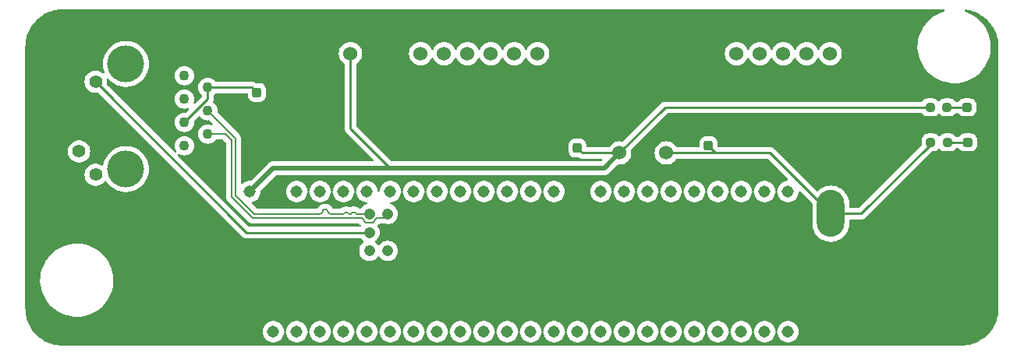
<source format=gbr>
%TF.GenerationSoftware,KiCad,Pcbnew,7.0.7*%
%TF.CreationDate,2023-11-04T22:27:46-05:00*%
%TF.ProjectId,FlourometerBoard_Hardware,466c6f75-726f-46d6-9574-6572426f6172,rev?*%
%TF.SameCoordinates,Original*%
%TF.FileFunction,Copper,L1,Top*%
%TF.FilePolarity,Positive*%
%FSLAX46Y46*%
G04 Gerber Fmt 4.6, Leading zero omitted, Abs format (unit mm)*
G04 Created by KiCad (PCBNEW 7.0.7) date 2023-11-04 22:27:46*
%MOMM*%
%LPD*%
G01*
G04 APERTURE LIST*
G04 Aperture macros list*
%AMRoundRect*
0 Rectangle with rounded corners*
0 $1 Rounding radius*
0 $2 $3 $4 $5 $6 $7 $8 $9 X,Y pos of 4 corners*
0 Add a 4 corners polygon primitive as box body*
4,1,4,$2,$3,$4,$5,$6,$7,$8,$9,$2,$3,0*
0 Add four circle primitives for the rounded corners*
1,1,$1+$1,$2,$3*
1,1,$1+$1,$4,$5*
1,1,$1+$1,$6,$7*
1,1,$1+$1,$8,$9*
0 Add four rect primitives between the rounded corners*
20,1,$1+$1,$2,$3,$4,$5,0*
20,1,$1+$1,$4,$5,$6,$7,0*
20,1,$1+$1,$6,$7,$8,$9,0*
20,1,$1+$1,$8,$9,$2,$3,0*%
G04 Aperture macros list end*
%TA.AperFunction,SMDPad,CuDef*%
%ADD10RoundRect,0.237500X0.287500X0.237500X-0.287500X0.237500X-0.287500X-0.237500X0.287500X-0.237500X0*%
%TD*%
%TA.AperFunction,ComponentPad*%
%ADD11C,1.524000*%
%TD*%
%TA.AperFunction,SMDPad,CuDef*%
%ADD12RoundRect,0.237500X-0.250000X-0.237500X0.250000X-0.237500X0.250000X0.237500X-0.250000X0.237500X0*%
%TD*%
%TA.AperFunction,ComponentPad*%
%ADD13C,1.308000*%
%TD*%
%TA.AperFunction,ComponentPad*%
%ADD14C,1.208000*%
%TD*%
%TA.AperFunction,SMDPad,CuDef*%
%ADD15RoundRect,0.237500X0.237500X-0.300000X0.237500X0.300000X-0.237500X0.300000X-0.237500X-0.300000X0*%
%TD*%
%TA.AperFunction,ComponentPad*%
%ADD16O,3.000000X5.100000*%
%TD*%
%TA.AperFunction,ComponentPad*%
%ADD17C,1.100000*%
%TD*%
%TA.AperFunction,ComponentPad*%
%ADD18C,1.400000*%
%TD*%
%TA.AperFunction,ComponentPad*%
%ADD19C,4.000000*%
%TD*%
%TA.AperFunction,ComponentPad*%
%ADD20C,2.000000*%
%TD*%
%TA.AperFunction,Conductor*%
%ADD21C,0.254000*%
%TD*%
%TA.AperFunction,Conductor*%
%ADD22C,0.508000*%
%TD*%
%TA.AperFunction,Conductor*%
%ADD23C,0.200000*%
%TD*%
G04 APERTURE END LIST*
D10*
%TO.P,D2,1,K*%
%TO.N,GND*%
X142353000Y-92202000D03*
%TO.P,D2,2,A*%
%TO.N,Net-(D2-A)*%
X140603000Y-92202000D03*
%TD*%
D11*
%TO.P,Conn2,1*%
%TO.N,+5V*%
X73660000Y-86360000D03*
%TO.P,Conn2,2*%
%TO.N,GND*%
X76200000Y-86360000D03*
%TO.P,Conn2,3*%
X78740000Y-86360000D03*
%TO.P,Conn2,4*%
%TO.N,EOS*%
X81280000Y-86360000D03*
%TO.P,Conn2,5*%
%TO.N,TRG*%
X83820000Y-86360000D03*
%TO.P,Conn2,6*%
%TO.N,START*%
X86360000Y-86360000D03*
%TO.P,Conn2,7*%
%TO.N,CLK*%
X88900000Y-86360000D03*
%TO.P,Conn2,8*%
%TO.N,VIDEO*%
X91440000Y-86360000D03*
%TO.P,Conn2,9*%
%TO.N,WHITE_LED*%
X93980000Y-86360000D03*
%TD*%
%TO.P,U3,1,Vi*%
%TO.N,+12V*%
X107950000Y-97155000D03*
%TO.P,U3,2,GND*%
%TO.N,GND*%
X105410000Y-97155000D03*
%TO.P,U3,3,Vo*%
%TO.N,+5V*%
X102870000Y-97155000D03*
%TD*%
D12*
%TO.P,R1,1*%
%TO.N,+12V*%
X136652000Y-96012000D03*
%TO.P,R1,2*%
%TO.N,Net-(D1-A)*%
X138477000Y-96012000D03*
%TD*%
D10*
%TO.P,D1,1,K*%
%TO.N,GND*%
X142400000Y-96012000D03*
%TO.P,D1,2,A*%
%TO.N,Net-(D1-A)*%
X140650000Y-96012000D03*
%TD*%
D13*
%TO.P,U1,0,RX1*%
%TO.N,unconnected-(U1-RX1-Pad0)*%
X65278000Y-116586000D03*
%TO.P,U1,1,TX1*%
%TO.N,unconnected-(U1-TX1-Pad1)*%
X67818000Y-116586000D03*
%TO.P,U1,2,OUT2*%
%TO.N,unconnected-(U1-OUT2-Pad2)*%
X70358000Y-116586000D03*
%TO.P,U1,3,LRCLK2*%
%TO.N,unconnected-(U1-LRCLK2-Pad3)*%
X72898000Y-116586000D03*
%TO.P,U1,3.3V_1,3.3V*%
%TO.N,unconnected-(U1-3.3V-Pad3.3V_1)*%
X98298000Y-116586000D03*
%TO.P,U1,3.3V_2,3.3V*%
X67818000Y-101346000D03*
%TO.P,U1,4,BCLK2*%
%TO.N,unconnected-(U1-BCLK2-Pad4)*%
X75438000Y-116586000D03*
%TO.P,U1,5,IN2*%
%TO.N,unconnected-(U1-IN2-Pad5)*%
X77978000Y-116586000D03*
%TO.P,U1,6,OUT1D*%
%TO.N,unconnected-(U1-OUT1D-Pad6)*%
X80518000Y-116586000D03*
%TO.P,U1,7,RX2*%
%TO.N,unconnected-(U1-RX2-Pad7)*%
X83058000Y-116586000D03*
%TO.P,U1,8,TX2*%
%TO.N,unconnected-(U1-TX2-Pad8)*%
X85598000Y-116586000D03*
%TO.P,U1,9,OUT1C*%
%TO.N,unconnected-(U1-OUT1C-Pad9)*%
X88138000Y-116586000D03*
%TO.P,U1,10,CS1*%
%TO.N,unconnected-(U1-CS1-Pad10)*%
X90678000Y-116586000D03*
%TO.P,U1,11,MOSI*%
%TO.N,unconnected-(U1-MOSI-Pad11)*%
X93218000Y-116586000D03*
%TO.P,U1,12,MISO*%
%TO.N,unconnected-(U1-MISO-Pad12)*%
X95758000Y-116586000D03*
%TO.P,U1,13,SCK*%
%TO.N,WHITE_LED*%
X95758000Y-101346000D03*
%TO.P,U1,14,A0*%
%TO.N,VIDEO*%
X93218000Y-101346000D03*
%TO.P,U1,15,A1*%
%TO.N,CLK*%
X90678000Y-101346000D03*
%TO.P,U1,16,A2*%
%TO.N,START*%
X88138000Y-101346000D03*
%TO.P,U1,17,A3*%
%TO.N,TRG*%
X85598000Y-101346000D03*
%TO.P,U1,18,A4*%
%TO.N,EOS*%
X83058000Y-101346000D03*
%TO.P,U1,19,A5*%
%TO.N,unconnected-(U1-A5-Pad19)*%
X80518000Y-101346000D03*
%TO.P,U1,20,A6*%
%TO.N,unconnected-(U1-A6-Pad20)*%
X77978000Y-101346000D03*
%TO.P,U1,21,A7*%
%TO.N,unconnected-(U1-A7-Pad21)*%
X75438000Y-101346000D03*
%TO.P,U1,22,A8*%
%TO.N,unconnected-(U1-A8-Pad22)*%
X72898000Y-101346000D03*
%TO.P,U1,23,A9*%
%TO.N,unconnected-(U1-A9-Pad23)*%
X70358000Y-101346000D03*
%TO.P,U1,24,A10*%
%TO.N,unconnected-(U1-A10-Pad24)*%
X100838000Y-116586000D03*
%TO.P,U1,25,A11*%
%TO.N,unconnected-(U1-A11-Pad25)*%
X103378000Y-116586000D03*
%TO.P,U1,26,A12*%
%TO.N,unconnected-(U1-A12-Pad26)*%
X105918000Y-116586000D03*
%TO.P,U1,27,A13*%
%TO.N,unconnected-(U1-A13-Pad27)*%
X108458000Y-116586000D03*
%TO.P,U1,28,RX7*%
%TO.N,unconnected-(U1-RX7-Pad28)*%
X110998000Y-116586000D03*
%TO.P,U1,29,TX7*%
%TO.N,unconnected-(U1-TX7-Pad29)*%
X113538000Y-116586000D03*
%TO.P,U1,30,CRX3*%
%TO.N,unconnected-(U1-CRX3-Pad30)*%
X116078000Y-116586000D03*
%TO.P,U1,31,CTX3*%
%TO.N,unconnected-(U1-CTX3-Pad31)*%
X118618000Y-116586000D03*
%TO.P,U1,32,OUT1B*%
%TO.N,unconnected-(U1-OUT1B-Pad32)*%
X121158000Y-116586000D03*
%TO.P,U1,33,MCLK2*%
%TO.N,400nm LED*%
X121158000Y-101346000D03*
%TO.P,U1,34,RX8*%
%TO.N,430nm LED*%
X118618000Y-101346000D03*
%TO.P,U1,35,TX8*%
%TO.N,522nm LED*%
X116078000Y-101346000D03*
%TO.P,U1,36,CS2*%
%TO.N,530nm LED*%
X113538000Y-101346000D03*
%TO.P,U1,37,CS3*%
%TO.N,unconnected-(U1-CS3-Pad37)*%
X110998000Y-101346000D03*
%TO.P,U1,38,A14*%
%TO.N,unconnected-(U1-A14-Pad38)*%
X108458000Y-101346000D03*
%TO.P,U1,39,A15*%
%TO.N,unconnected-(U1-A15-Pad39)*%
X105918000Y-101346000D03*
%TO.P,U1,40,A16*%
%TO.N,unconnected-(U1-A16-Pad40)*%
X103378000Y-101346000D03*
%TO.P,U1,41,A17*%
%TO.N,unconnected-(U1-A17-Pad41)*%
X100838000Y-101346000D03*
%TO.P,U1,GND1,GND*%
%TO.N,GND*%
X62738000Y-116586000D03*
%TO.P,U1,GND2,GND*%
X98298000Y-101346000D03*
%TO.P,U1,GND3,GND*%
X65278000Y-101346000D03*
D14*
%TO.P,U1,GND5,GND*%
X77708000Y-105796000D03*
%TO.P,U1,LED,LED*%
%TO.N,LED*%
X75708000Y-105796000D03*
%TO.P,U1,R+,R+*%
%TO.N,R+*%
X75708000Y-103796000D03*
%TO.P,U1,R-,R-*%
%TO.N,R-*%
X77708000Y-103796000D03*
%TO.P,U1,T+,T+*%
%TO.N,T+*%
X77708000Y-107796000D03*
%TO.P,U1,T-,T-*%
%TO.N,T-*%
X75708000Y-107796000D03*
D13*
%TO.P,U1,VIN,VIN*%
%TO.N,+5V*%
X62738000Y-101346000D03*
%TD*%
D15*
%TO.P,C4,1*%
%TO.N,+12V*%
X112522000Y-96366500D03*
%TO.P,C4,2*%
%TO.N,GND*%
X112522000Y-94641500D03*
%TD*%
D16*
%TO.P,Conn1,1,GND*%
%TO.N,GND*%
X125794800Y-111633000D03*
%TO.P,Conn1,2,V+Log*%
%TO.N,+12V*%
X125794800Y-103759000D03*
%TD*%
D15*
%TO.P,C1,1*%
%TO.N,GND*%
X63500000Y-92302500D03*
%TO.P,C1,2*%
%TO.N,Net-(C1-Pad2)*%
X63500000Y-90577500D03*
%TD*%
%TO.P,C5,1*%
%TO.N,+5V*%
X98298000Y-96620500D03*
%TO.P,C5,2*%
%TO.N,GND*%
X98298000Y-94895500D03*
%TD*%
D11*
%TO.P,Conn3,1*%
%TO.N,530nm LED*%
X115570000Y-86360000D03*
%TO.P,Conn3,2*%
%TO.N,522nm LED*%
X118110000Y-86360000D03*
%TO.P,Conn3,3*%
%TO.N,430nm LED*%
X120650000Y-86360000D03*
%TO.P,Conn3,4*%
%TO.N,400nm LED*%
X123190000Y-86360000D03*
%TO.P,Conn3,5*%
%TO.N,+5V*%
X125730000Y-86360000D03*
%TO.P,Conn3,6*%
%TO.N,GND*%
X128270000Y-86360000D03*
%TO.P,Conn3,7*%
X130810000Y-86360000D03*
%TD*%
D17*
%TO.P,J1,1*%
%TO.N,T+*%
X55626000Y-88748000D03*
%TO.P,J1,2*%
%TO.N,Net-(C1-Pad2)*%
X58166000Y-90018000D03*
%TO.P,J1,3*%
%TO.N,T-*%
X55626000Y-91288000D03*
%TO.P,J1,4*%
%TO.N,R+*%
X58166000Y-92558000D03*
%TO.P,J1,5*%
%TO.N,Net-(C1-Pad2)*%
X55626000Y-93828000D03*
%TO.P,J1,6*%
%TO.N,R-*%
X58166000Y-95098000D03*
%TO.P,J1,7*%
%TO.N,unconnected-(J1-Pad7)*%
X55626000Y-96368000D03*
%TO.P,J1,8*%
%TO.N,GND*%
X58166000Y-97638000D03*
D18*
%TO.P,J1,9*%
X44196000Y-86868000D03*
%TO.P,J1,10*%
%TO.N,LED*%
X45986000Y-89408000D03*
%TO.P,J1,11*%
%TO.N,unconnected-(J1-Pad11)*%
X44196000Y-96978000D03*
%TO.P,J1,12*%
%TO.N,unconnected-(J1-Pad12)*%
X45986000Y-99518000D03*
D19*
%TO.P,J1,13*%
%TO.N,N/C*%
X49276000Y-87478000D03*
%TO.P,J1,14*%
X49276000Y-98908000D03*
D20*
%TO.P,J1,SH*%
%TO.N,GND*%
X52326000Y-85318000D03*
X52326000Y-101068000D03*
%TD*%
D12*
%TO.P,R2,1*%
%TO.N,+5V*%
X136605000Y-92202000D03*
%TO.P,R2,2*%
%TO.N,Net-(D2-A)*%
X138430000Y-92202000D03*
%TD*%
D21*
%TO.N,Net-(C1-Pad2)*%
X62940500Y-90018000D02*
X58166000Y-90018000D01*
X58166000Y-90018000D02*
X58166000Y-91288000D01*
X63500000Y-90577500D02*
X62940500Y-90018000D01*
X58166000Y-91288000D02*
X55626000Y-93828000D01*
%TO.N,+12V*%
X136605000Y-96266000D02*
X129112000Y-103759000D01*
X113284000Y-97155000D02*
X119190800Y-97155000D01*
X111760000Y-97155000D02*
X110744000Y-97155000D01*
X112522000Y-96393000D02*
X113284000Y-97155000D01*
X112522000Y-96366500D02*
X112522000Y-96393000D01*
X107950000Y-97155000D02*
X113284000Y-97155000D01*
X129112000Y-103759000D02*
X125794800Y-103759000D01*
X119190800Y-97155000D02*
X125794800Y-103759000D01*
X110744000Y-97155000D02*
X107950000Y-97155000D01*
%TO.N,+5V*%
X73660000Y-94488000D02*
X77978000Y-98806000D01*
D22*
X77978000Y-98806000D02*
X65278000Y-98806000D01*
D21*
X73660000Y-86360000D02*
X73660000Y-94488000D01*
X98298000Y-96620500D02*
X98832500Y-97155000D01*
X107823000Y-92202000D02*
X102870000Y-97155000D01*
X136605000Y-92202000D02*
X107823000Y-92202000D01*
D22*
X102870000Y-97155000D02*
X101219000Y-98806000D01*
X65278000Y-98806000D02*
X62738000Y-101346000D01*
X101219000Y-98806000D02*
X77978000Y-98806000D01*
D21*
X98832500Y-97155000D02*
X102870000Y-97155000D01*
%TO.N,Net-(D1-A)*%
X140650000Y-96012000D02*
X138477000Y-96012000D01*
%TO.N,Net-(D2-A)*%
X140603000Y-92202000D02*
X138430000Y-92202000D01*
%TO.N,LED*%
X62374000Y-105796000D02*
X45986000Y-89408000D01*
X75708000Y-105796000D02*
X62374000Y-105796000D01*
D23*
%TO.N,R+*%
X61185000Y-101760800D02*
X63220200Y-103796000D01*
X61185000Y-95577000D02*
X61185000Y-101760800D01*
X74498000Y-103796000D02*
X75708000Y-103796000D01*
X71558000Y-103796000D02*
X72898000Y-103796000D01*
X74298000Y-103796000D02*
X74498000Y-103796000D01*
X63220200Y-103796000D02*
X70358000Y-103796000D01*
X58166000Y-92558000D02*
X61185000Y-95577000D01*
X73898000Y-103596000D02*
X74098000Y-103596000D01*
X71466000Y-103796000D02*
X71558000Y-103796000D01*
X73498000Y-103796000D02*
X73698000Y-103796000D01*
X70866000Y-103288000D02*
X70958000Y-103288000D01*
X73098000Y-103596000D02*
X73298000Y-103596000D01*
X73898000Y-103596000D02*
G75*
G03*
X73798000Y-103696000I0J-100000D01*
G01*
X73398000Y-103696000D02*
G75*
G03*
X73298000Y-103596000I-100000J0D01*
G01*
X73398000Y-103696000D02*
G75*
G03*
X73498000Y-103796000I100000J0D01*
G01*
X70358000Y-103796000D02*
G75*
G03*
X70612000Y-103542000I0J254000D01*
G01*
X74198000Y-103696000D02*
G75*
G03*
X74298000Y-103796000I100000J0D01*
G01*
X71212000Y-103542000D02*
G75*
G03*
X71466000Y-103796000I254000J0D01*
G01*
X74198000Y-103696000D02*
G75*
G03*
X74098000Y-103596000I-100000J0D01*
G01*
X70866000Y-103288000D02*
G75*
G03*
X70612000Y-103542000I0J-254000D01*
G01*
X73698000Y-103796000D02*
G75*
G03*
X73798000Y-103696000I0J100000D01*
G01*
X71212000Y-103542000D02*
G75*
G03*
X70958000Y-103288000I-254000J0D01*
G01*
X73098000Y-103596000D02*
G75*
G03*
X72998000Y-103696000I0J-100000D01*
G01*
X72898000Y-103796000D02*
G75*
G03*
X72998000Y-103696000I0J100000D01*
G01*
%TO.N,R-*%
X58166000Y-95098000D02*
X60069603Y-95098000D01*
X60069603Y-95098000D02*
X60735000Y-95763397D01*
X77258000Y-104246000D02*
X77708000Y-103796000D01*
X75333550Y-104700000D02*
X76082450Y-104700000D01*
X60735000Y-95763397D02*
X60735000Y-101947200D01*
X76536450Y-104246000D02*
X77258000Y-104246000D01*
X74879550Y-104246000D02*
X75333550Y-104700000D01*
X63033800Y-104246000D02*
X74879550Y-104246000D01*
X76082450Y-104700000D02*
X76536450Y-104246000D01*
X60735000Y-101947200D02*
X63033800Y-104246000D01*
%TD*%
%TA.AperFunction,Conductor*%
%TO.N,GND*%
G36*
X138124238Y-81554185D02*
G01*
X138169993Y-81606989D01*
X138179937Y-81676147D01*
X138150912Y-81739703D01*
X138092134Y-81777477D01*
X138087797Y-81778666D01*
X138019272Y-81796114D01*
X137646549Y-81931774D01*
X137289191Y-82103869D01*
X136950753Y-82310684D01*
X136950742Y-82310692D01*
X136634575Y-82550180D01*
X136634572Y-82550182D01*
X136343813Y-82819968D01*
X136081365Y-83117359D01*
X135849839Y-83439393D01*
X135849826Y-83439413D01*
X135651516Y-83782896D01*
X135488382Y-84144437D01*
X135362059Y-84520419D01*
X135273799Y-84907111D01*
X135224478Y-85300681D01*
X135214590Y-85697173D01*
X135214590Y-85697187D01*
X135244230Y-86092711D01*
X135244231Y-86092724D01*
X135313108Y-86483339D01*
X135420530Y-86865137D01*
X135420534Y-86865151D01*
X135565435Y-87234353D01*
X135565440Y-87234365D01*
X135746386Y-87587314D01*
X135746391Y-87587323D01*
X135961586Y-87920509D01*
X136190453Y-88207500D01*
X136208895Y-88230625D01*
X136447244Y-88474991D01*
X136485833Y-88514554D01*
X136789676Y-88769508D01*
X137117394Y-88992942D01*
X137465730Y-89182636D01*
X137831223Y-89336704D01*
X137831232Y-89336706D01*
X137831238Y-89336709D01*
X138210235Y-89453614D01*
X138210248Y-89453617D01*
X138598999Y-89532205D01*
X138599014Y-89532208D01*
X138937299Y-89566058D01*
X138993680Y-89571700D01*
X138993681Y-89571700D01*
X139291103Y-89571700D01*
X139489130Y-89561816D01*
X139588145Y-89556875D01*
X139980353Y-89497759D01*
X140364726Y-89399886D01*
X140737445Y-89264228D01*
X141094803Y-89092133D01*
X141433251Y-88885312D01*
X141749424Y-88645820D01*
X142040181Y-88376037D01*
X142302631Y-88078645D01*
X142534166Y-87756600D01*
X142732485Y-87413101D01*
X142895617Y-87051563D01*
X143021941Y-86675578D01*
X143110201Y-86288885D01*
X143159521Y-85895325D01*
X143166923Y-85598500D01*
X143169409Y-85498826D01*
X143169409Y-85498810D01*
X143159201Y-85362591D01*
X143139769Y-85103280D01*
X143070893Y-84712668D01*
X142963467Y-84330854D01*
X142953303Y-84304957D01*
X142818564Y-83961646D01*
X142818559Y-83961634D01*
X142637613Y-83608685D01*
X142637609Y-83608677D01*
X142422414Y-83275491D01*
X142175114Y-82965386D01*
X142175111Y-82965383D01*
X142175104Y-82965374D01*
X141898176Y-82681455D01*
X141898173Y-82681452D01*
X141898172Y-82681451D01*
X141898167Y-82681446D01*
X141594324Y-82426492D01*
X141489841Y-82355257D01*
X141266605Y-82203057D01*
X141150493Y-82139826D01*
X140918270Y-82013364D01*
X140918262Y-82013360D01*
X140918259Y-82013359D01*
X140552777Y-81859296D01*
X140552761Y-81859290D01*
X140390338Y-81809189D01*
X140332079Y-81770618D01*
X140303921Y-81706674D01*
X140314805Y-81637657D01*
X140361274Y-81585480D01*
X140428575Y-81566709D01*
X140443998Y-81567885D01*
X140525398Y-81579240D01*
X140525427Y-81579244D01*
X140715944Y-81607505D01*
X140721029Y-81608478D01*
X140907882Y-81652425D01*
X141092252Y-81698607D01*
X141096884Y-81699962D01*
X141280058Y-81761356D01*
X141458186Y-81825092D01*
X141462264Y-81826719D01*
X141622310Y-81897386D01*
X141639723Y-81905075D01*
X141810338Y-81985770D01*
X141813995Y-81987650D01*
X141983898Y-82082285D01*
X142145610Y-82179212D01*
X142148767Y-82181237D01*
X142309528Y-82291360D01*
X142423633Y-82375986D01*
X142460960Y-82403670D01*
X142463635Y-82405770D01*
X142613760Y-82530431D01*
X142753534Y-82657114D01*
X142755738Y-82659213D01*
X142892785Y-82796260D01*
X142894884Y-82798464D01*
X143021568Y-82938239D01*
X143146228Y-83088363D01*
X143148328Y-83091038D01*
X143260635Y-83242465D01*
X143370761Y-83403231D01*
X143372791Y-83406396D01*
X143469719Y-83568111D01*
X143489582Y-83603772D01*
X143564345Y-83737998D01*
X143566228Y-83741660D01*
X143646924Y-83912276D01*
X143695912Y-84023221D01*
X143725259Y-84089686D01*
X143725260Y-84089687D01*
X143726919Y-84093844D01*
X143790642Y-84271936D01*
X143852036Y-84455115D01*
X143853392Y-84459754D01*
X143899582Y-84644151D01*
X143943517Y-84830955D01*
X143944493Y-84836054D01*
X143972755Y-85026572D01*
X143998878Y-85213840D01*
X143999398Y-85219366D01*
X144009511Y-85425213D01*
X144017434Y-85596575D01*
X144017500Y-85599439D01*
X144017500Y-114044560D01*
X144017434Y-114047424D01*
X144009511Y-114218786D01*
X143999398Y-114424632D01*
X143998878Y-114430158D01*
X143972755Y-114617427D01*
X143944493Y-114807944D01*
X143943517Y-114813043D01*
X143899582Y-114999848D01*
X143853392Y-115184244D01*
X143852036Y-115188883D01*
X143790642Y-115372063D01*
X143726919Y-115550154D01*
X143725260Y-115554311D01*
X143646924Y-115731723D01*
X143566228Y-115902338D01*
X143564345Y-115906000D01*
X143469713Y-116075900D01*
X143372791Y-116237602D01*
X143370761Y-116240766D01*
X143260635Y-116401534D01*
X143148328Y-116552960D01*
X143146228Y-116555635D01*
X143021568Y-116705760D01*
X142894884Y-116845534D01*
X142892785Y-116847738D01*
X142755738Y-116984785D01*
X142753534Y-116986884D01*
X142613760Y-117113568D01*
X142463635Y-117238228D01*
X142460960Y-117240328D01*
X142309534Y-117352635D01*
X142148766Y-117462761D01*
X142145602Y-117464791D01*
X141983900Y-117561713D01*
X141814000Y-117656345D01*
X141810338Y-117658228D01*
X141639723Y-117738924D01*
X141462311Y-117817260D01*
X141458154Y-117818919D01*
X141280063Y-117882642D01*
X141096883Y-117944036D01*
X141092244Y-117945392D01*
X140907848Y-117991582D01*
X140721043Y-118035517D01*
X140715944Y-118036493D01*
X140525427Y-118064755D01*
X140338158Y-118090878D01*
X140332632Y-118091398D01*
X140126786Y-118101511D01*
X139955424Y-118109434D01*
X139952560Y-118109500D01*
X42419440Y-118109500D01*
X42416576Y-118109434D01*
X42245213Y-118101511D01*
X42039366Y-118091398D01*
X42033840Y-118090878D01*
X41846572Y-118064755D01*
X41656054Y-118036493D01*
X41650955Y-118035517D01*
X41464151Y-117991582D01*
X41279754Y-117945392D01*
X41275115Y-117944036D01*
X41112904Y-117889669D01*
X41091936Y-117882642D01*
X40913842Y-117818918D01*
X40909697Y-117817264D01*
X40843221Y-117787912D01*
X40732276Y-117738924D01*
X40561660Y-117658228D01*
X40557998Y-117656345D01*
X40388116Y-117561722D01*
X40287676Y-117501521D01*
X40226396Y-117464791D01*
X40223231Y-117462761D01*
X40062465Y-117352635D01*
X39911038Y-117240328D01*
X39908363Y-117238228D01*
X39758239Y-117113568D01*
X39618464Y-116986884D01*
X39616260Y-116984785D01*
X39479213Y-116847738D01*
X39477114Y-116845534D01*
X39350431Y-116705760D01*
X39250985Y-116586000D01*
X64118554Y-116586000D01*
X64138295Y-116799047D01*
X64138296Y-116799050D01*
X64196846Y-117004835D01*
X64196849Y-117004841D01*
X64250989Y-117113568D01*
X64292219Y-117196370D01*
X64421159Y-117367114D01*
X64579278Y-117511258D01*
X64579283Y-117511261D01*
X64579286Y-117511263D01*
X64761186Y-117623891D01*
X64761187Y-117623891D01*
X64761190Y-117623893D01*
X64960703Y-117701185D01*
X65171020Y-117740500D01*
X65171022Y-117740500D01*
X65384978Y-117740500D01*
X65384980Y-117740500D01*
X65595297Y-117701185D01*
X65794810Y-117623893D01*
X65976722Y-117511258D01*
X66134841Y-117367114D01*
X66263781Y-117196370D01*
X66359151Y-117004840D01*
X66359151Y-117004837D01*
X66359153Y-117004835D01*
X66403850Y-116847738D01*
X66417704Y-116799048D01*
X66424529Y-116725394D01*
X66450315Y-116660457D01*
X66507116Y-116619770D01*
X66576897Y-116616250D01*
X66637503Y-116651015D01*
X66669693Y-116713028D01*
X66671471Y-116725395D01*
X66678295Y-116799047D01*
X66678296Y-116799050D01*
X66736846Y-117004835D01*
X66736849Y-117004841D01*
X66790989Y-117113568D01*
X66832219Y-117196370D01*
X66961159Y-117367114D01*
X67119278Y-117511258D01*
X67119283Y-117511261D01*
X67119286Y-117511263D01*
X67301186Y-117623891D01*
X67301187Y-117623891D01*
X67301190Y-117623893D01*
X67500703Y-117701185D01*
X67711020Y-117740500D01*
X67711022Y-117740500D01*
X67924978Y-117740500D01*
X67924980Y-117740500D01*
X68135297Y-117701185D01*
X68334810Y-117623893D01*
X68516722Y-117511258D01*
X68674841Y-117367114D01*
X68803781Y-117196370D01*
X68899151Y-117004840D01*
X68899151Y-117004837D01*
X68899153Y-117004835D01*
X68943850Y-116847738D01*
X68957704Y-116799048D01*
X68964529Y-116725394D01*
X68990315Y-116660457D01*
X69047116Y-116619770D01*
X69116897Y-116616250D01*
X69177503Y-116651015D01*
X69209693Y-116713028D01*
X69211471Y-116725395D01*
X69218295Y-116799047D01*
X69218296Y-116799050D01*
X69276846Y-117004835D01*
X69276849Y-117004841D01*
X69330989Y-117113568D01*
X69372219Y-117196370D01*
X69501159Y-117367114D01*
X69659278Y-117511258D01*
X69659283Y-117511261D01*
X69659286Y-117511263D01*
X69841186Y-117623891D01*
X69841187Y-117623891D01*
X69841190Y-117623893D01*
X70040703Y-117701185D01*
X70251020Y-117740500D01*
X70251022Y-117740500D01*
X70464978Y-117740500D01*
X70464980Y-117740500D01*
X70675297Y-117701185D01*
X70874810Y-117623893D01*
X71056722Y-117511258D01*
X71214841Y-117367114D01*
X71343781Y-117196370D01*
X71439151Y-117004840D01*
X71439151Y-117004837D01*
X71439153Y-117004835D01*
X71483850Y-116847738D01*
X71497704Y-116799048D01*
X71504529Y-116725394D01*
X71530315Y-116660457D01*
X71587116Y-116619770D01*
X71656897Y-116616250D01*
X71717503Y-116651015D01*
X71749693Y-116713028D01*
X71751471Y-116725395D01*
X71758295Y-116799047D01*
X71758296Y-116799050D01*
X71816846Y-117004835D01*
X71816849Y-117004841D01*
X71870989Y-117113568D01*
X71912219Y-117196370D01*
X72041159Y-117367114D01*
X72199278Y-117511258D01*
X72199283Y-117511261D01*
X72199286Y-117511263D01*
X72381186Y-117623891D01*
X72381187Y-117623891D01*
X72381190Y-117623893D01*
X72580703Y-117701185D01*
X72791020Y-117740500D01*
X72791022Y-117740500D01*
X73004978Y-117740500D01*
X73004980Y-117740500D01*
X73215297Y-117701185D01*
X73414810Y-117623893D01*
X73596722Y-117511258D01*
X73754841Y-117367114D01*
X73883781Y-117196370D01*
X73979151Y-117004840D01*
X73979151Y-117004837D01*
X73979153Y-117004835D01*
X74023850Y-116847738D01*
X74037704Y-116799048D01*
X74044529Y-116725394D01*
X74070315Y-116660457D01*
X74127116Y-116619770D01*
X74196897Y-116616250D01*
X74257503Y-116651015D01*
X74289693Y-116713028D01*
X74291471Y-116725395D01*
X74298295Y-116799047D01*
X74298296Y-116799050D01*
X74356846Y-117004835D01*
X74356849Y-117004841D01*
X74410989Y-117113568D01*
X74452219Y-117196370D01*
X74581159Y-117367114D01*
X74739278Y-117511258D01*
X74739283Y-117511261D01*
X74739286Y-117511263D01*
X74921186Y-117623891D01*
X74921187Y-117623891D01*
X74921190Y-117623893D01*
X75120703Y-117701185D01*
X75331020Y-117740500D01*
X75331022Y-117740500D01*
X75544978Y-117740500D01*
X75544980Y-117740500D01*
X75755297Y-117701185D01*
X75954810Y-117623893D01*
X76136722Y-117511258D01*
X76294841Y-117367114D01*
X76423781Y-117196370D01*
X76519151Y-117004840D01*
X76519151Y-117004837D01*
X76519153Y-117004835D01*
X76563850Y-116847738D01*
X76577704Y-116799048D01*
X76584529Y-116725394D01*
X76610315Y-116660457D01*
X76667116Y-116619770D01*
X76736897Y-116616250D01*
X76797503Y-116651015D01*
X76829693Y-116713028D01*
X76831471Y-116725395D01*
X76838295Y-116799047D01*
X76838296Y-116799050D01*
X76896846Y-117004835D01*
X76896849Y-117004841D01*
X76950989Y-117113568D01*
X76992219Y-117196370D01*
X77121159Y-117367114D01*
X77279278Y-117511258D01*
X77279283Y-117511261D01*
X77279286Y-117511263D01*
X77461186Y-117623891D01*
X77461187Y-117623891D01*
X77461190Y-117623893D01*
X77660703Y-117701185D01*
X77871020Y-117740500D01*
X77871022Y-117740500D01*
X78084978Y-117740500D01*
X78084980Y-117740500D01*
X78295297Y-117701185D01*
X78494810Y-117623893D01*
X78676722Y-117511258D01*
X78834841Y-117367114D01*
X78963781Y-117196370D01*
X79059151Y-117004840D01*
X79059151Y-117004837D01*
X79059153Y-117004835D01*
X79103850Y-116847738D01*
X79117704Y-116799048D01*
X79124529Y-116725394D01*
X79150315Y-116660457D01*
X79207116Y-116619770D01*
X79276897Y-116616250D01*
X79337503Y-116651015D01*
X79369693Y-116713028D01*
X79371471Y-116725395D01*
X79378295Y-116799047D01*
X79378296Y-116799050D01*
X79436846Y-117004835D01*
X79436849Y-117004841D01*
X79490989Y-117113568D01*
X79532219Y-117196370D01*
X79661159Y-117367114D01*
X79819278Y-117511258D01*
X79819283Y-117511261D01*
X79819286Y-117511263D01*
X80001186Y-117623891D01*
X80001187Y-117623891D01*
X80001190Y-117623893D01*
X80200703Y-117701185D01*
X80411020Y-117740500D01*
X80411022Y-117740500D01*
X80624978Y-117740500D01*
X80624980Y-117740500D01*
X80835297Y-117701185D01*
X81034810Y-117623893D01*
X81216722Y-117511258D01*
X81374841Y-117367114D01*
X81503781Y-117196370D01*
X81599151Y-117004840D01*
X81599151Y-117004837D01*
X81599153Y-117004835D01*
X81643850Y-116847738D01*
X81657704Y-116799048D01*
X81664529Y-116725394D01*
X81690315Y-116660457D01*
X81747116Y-116619770D01*
X81816897Y-116616250D01*
X81877503Y-116651015D01*
X81909693Y-116713028D01*
X81911471Y-116725395D01*
X81918295Y-116799047D01*
X81918296Y-116799050D01*
X81976846Y-117004835D01*
X81976849Y-117004841D01*
X82030989Y-117113568D01*
X82072219Y-117196370D01*
X82201159Y-117367114D01*
X82359278Y-117511258D01*
X82359283Y-117511261D01*
X82359286Y-117511263D01*
X82541186Y-117623891D01*
X82541187Y-117623891D01*
X82541190Y-117623893D01*
X82740703Y-117701185D01*
X82951020Y-117740500D01*
X82951022Y-117740500D01*
X83164978Y-117740500D01*
X83164980Y-117740500D01*
X83375297Y-117701185D01*
X83574810Y-117623893D01*
X83756722Y-117511258D01*
X83914841Y-117367114D01*
X84043781Y-117196370D01*
X84139151Y-117004840D01*
X84139151Y-117004837D01*
X84139153Y-117004835D01*
X84183850Y-116847738D01*
X84197704Y-116799048D01*
X84204529Y-116725394D01*
X84230315Y-116660457D01*
X84287116Y-116619770D01*
X84356897Y-116616250D01*
X84417503Y-116651015D01*
X84449693Y-116713028D01*
X84451471Y-116725395D01*
X84458295Y-116799047D01*
X84458296Y-116799050D01*
X84516846Y-117004835D01*
X84516849Y-117004841D01*
X84570989Y-117113568D01*
X84612219Y-117196370D01*
X84741159Y-117367114D01*
X84899278Y-117511258D01*
X84899283Y-117511261D01*
X84899286Y-117511263D01*
X85081186Y-117623891D01*
X85081187Y-117623891D01*
X85081190Y-117623893D01*
X85280703Y-117701185D01*
X85491020Y-117740500D01*
X85491022Y-117740500D01*
X85704978Y-117740500D01*
X85704980Y-117740500D01*
X85915297Y-117701185D01*
X86114810Y-117623893D01*
X86296722Y-117511258D01*
X86454841Y-117367114D01*
X86583781Y-117196370D01*
X86679151Y-117004840D01*
X86679151Y-117004837D01*
X86679153Y-117004835D01*
X86723850Y-116847738D01*
X86737704Y-116799048D01*
X86744529Y-116725394D01*
X86770315Y-116660457D01*
X86827116Y-116619770D01*
X86896897Y-116616250D01*
X86957503Y-116651015D01*
X86989693Y-116713028D01*
X86991471Y-116725395D01*
X86998295Y-116799047D01*
X86998296Y-116799050D01*
X87056846Y-117004835D01*
X87056849Y-117004841D01*
X87110989Y-117113568D01*
X87152219Y-117196370D01*
X87281159Y-117367114D01*
X87439278Y-117511258D01*
X87439283Y-117511261D01*
X87439286Y-117511263D01*
X87621186Y-117623891D01*
X87621187Y-117623891D01*
X87621190Y-117623893D01*
X87820703Y-117701185D01*
X88031020Y-117740500D01*
X88031022Y-117740500D01*
X88244978Y-117740500D01*
X88244980Y-117740500D01*
X88455297Y-117701185D01*
X88654810Y-117623893D01*
X88836722Y-117511258D01*
X88994841Y-117367114D01*
X89123781Y-117196370D01*
X89219151Y-117004840D01*
X89219151Y-117004837D01*
X89219153Y-117004835D01*
X89263850Y-116847738D01*
X89277704Y-116799048D01*
X89284529Y-116725394D01*
X89310315Y-116660457D01*
X89367116Y-116619770D01*
X89436897Y-116616250D01*
X89497503Y-116651015D01*
X89529693Y-116713028D01*
X89531471Y-116725395D01*
X89538295Y-116799047D01*
X89538296Y-116799050D01*
X89596846Y-117004835D01*
X89596849Y-117004841D01*
X89650989Y-117113568D01*
X89692219Y-117196370D01*
X89821159Y-117367114D01*
X89979278Y-117511258D01*
X89979283Y-117511261D01*
X89979286Y-117511263D01*
X90161186Y-117623891D01*
X90161187Y-117623891D01*
X90161190Y-117623893D01*
X90360703Y-117701185D01*
X90571020Y-117740500D01*
X90571022Y-117740500D01*
X90784978Y-117740500D01*
X90784980Y-117740500D01*
X90995297Y-117701185D01*
X91194810Y-117623893D01*
X91376722Y-117511258D01*
X91534841Y-117367114D01*
X91663781Y-117196370D01*
X91759151Y-117004840D01*
X91759151Y-117004837D01*
X91759153Y-117004835D01*
X91803850Y-116847738D01*
X91817704Y-116799048D01*
X91824529Y-116725394D01*
X91850315Y-116660457D01*
X91907116Y-116619770D01*
X91976897Y-116616250D01*
X92037503Y-116651015D01*
X92069693Y-116713028D01*
X92071471Y-116725395D01*
X92078295Y-116799047D01*
X92078296Y-116799050D01*
X92136846Y-117004835D01*
X92136849Y-117004841D01*
X92190989Y-117113568D01*
X92232219Y-117196370D01*
X92361159Y-117367114D01*
X92519278Y-117511258D01*
X92519283Y-117511261D01*
X92519286Y-117511263D01*
X92701186Y-117623891D01*
X92701187Y-117623891D01*
X92701190Y-117623893D01*
X92900703Y-117701185D01*
X93111020Y-117740500D01*
X93111022Y-117740500D01*
X93324978Y-117740500D01*
X93324980Y-117740500D01*
X93535297Y-117701185D01*
X93734810Y-117623893D01*
X93916722Y-117511258D01*
X94074841Y-117367114D01*
X94203781Y-117196370D01*
X94299151Y-117004840D01*
X94299151Y-117004837D01*
X94299153Y-117004835D01*
X94343850Y-116847738D01*
X94357704Y-116799048D01*
X94364529Y-116725394D01*
X94390315Y-116660457D01*
X94447116Y-116619770D01*
X94516897Y-116616250D01*
X94577503Y-116651015D01*
X94609693Y-116713028D01*
X94611471Y-116725395D01*
X94618295Y-116799047D01*
X94618296Y-116799050D01*
X94676846Y-117004835D01*
X94676849Y-117004841D01*
X94730989Y-117113568D01*
X94772219Y-117196370D01*
X94901159Y-117367114D01*
X95059278Y-117511258D01*
X95059283Y-117511261D01*
X95059286Y-117511263D01*
X95241186Y-117623891D01*
X95241187Y-117623891D01*
X95241190Y-117623893D01*
X95440703Y-117701185D01*
X95651020Y-117740500D01*
X95651022Y-117740500D01*
X95864978Y-117740500D01*
X95864980Y-117740500D01*
X96075297Y-117701185D01*
X96274810Y-117623893D01*
X96456722Y-117511258D01*
X96614841Y-117367114D01*
X96743781Y-117196370D01*
X96839151Y-117004840D01*
X96839151Y-117004837D01*
X96839153Y-117004835D01*
X96883850Y-116847738D01*
X96897704Y-116799048D01*
X96904529Y-116725394D01*
X96930315Y-116660457D01*
X96987116Y-116619770D01*
X97056897Y-116616250D01*
X97117503Y-116651015D01*
X97149693Y-116713028D01*
X97151471Y-116725395D01*
X97158295Y-116799047D01*
X97158296Y-116799050D01*
X97216846Y-117004835D01*
X97216849Y-117004841D01*
X97270989Y-117113568D01*
X97312219Y-117196370D01*
X97441159Y-117367114D01*
X97599278Y-117511258D01*
X97599283Y-117511261D01*
X97599286Y-117511263D01*
X97781186Y-117623891D01*
X97781187Y-117623891D01*
X97781190Y-117623893D01*
X97980703Y-117701185D01*
X98191020Y-117740500D01*
X98191022Y-117740500D01*
X98404978Y-117740500D01*
X98404980Y-117740500D01*
X98615297Y-117701185D01*
X98814810Y-117623893D01*
X98996722Y-117511258D01*
X99154841Y-117367114D01*
X99283781Y-117196370D01*
X99379151Y-117004840D01*
X99379151Y-117004837D01*
X99379153Y-117004835D01*
X99423850Y-116847738D01*
X99437704Y-116799048D01*
X99444529Y-116725394D01*
X99470315Y-116660457D01*
X99527116Y-116619770D01*
X99596897Y-116616250D01*
X99657503Y-116651015D01*
X99689693Y-116713028D01*
X99691471Y-116725395D01*
X99698295Y-116799047D01*
X99698296Y-116799050D01*
X99756846Y-117004835D01*
X99756849Y-117004841D01*
X99810989Y-117113568D01*
X99852219Y-117196370D01*
X99981159Y-117367114D01*
X100139278Y-117511258D01*
X100139283Y-117511261D01*
X100139286Y-117511263D01*
X100321186Y-117623891D01*
X100321187Y-117623891D01*
X100321190Y-117623893D01*
X100520703Y-117701185D01*
X100731020Y-117740500D01*
X100731022Y-117740500D01*
X100944978Y-117740500D01*
X100944980Y-117740500D01*
X101155297Y-117701185D01*
X101354810Y-117623893D01*
X101536722Y-117511258D01*
X101694841Y-117367114D01*
X101823781Y-117196370D01*
X101919151Y-117004840D01*
X101919151Y-117004837D01*
X101919153Y-117004835D01*
X101963850Y-116847738D01*
X101977704Y-116799048D01*
X101984529Y-116725394D01*
X102010315Y-116660457D01*
X102067116Y-116619770D01*
X102136897Y-116616250D01*
X102197503Y-116651015D01*
X102229693Y-116713028D01*
X102231471Y-116725395D01*
X102238295Y-116799047D01*
X102238296Y-116799050D01*
X102296846Y-117004835D01*
X102296849Y-117004841D01*
X102350989Y-117113568D01*
X102392219Y-117196370D01*
X102521159Y-117367114D01*
X102679278Y-117511258D01*
X102679283Y-117511261D01*
X102679286Y-117511263D01*
X102861186Y-117623891D01*
X102861187Y-117623891D01*
X102861190Y-117623893D01*
X103060703Y-117701185D01*
X103271020Y-117740500D01*
X103271022Y-117740500D01*
X103484978Y-117740500D01*
X103484980Y-117740500D01*
X103695297Y-117701185D01*
X103894810Y-117623893D01*
X104076722Y-117511258D01*
X104234841Y-117367114D01*
X104363781Y-117196370D01*
X104459151Y-117004840D01*
X104459151Y-117004837D01*
X104459153Y-117004835D01*
X104503850Y-116847738D01*
X104517704Y-116799048D01*
X104524529Y-116725394D01*
X104550315Y-116660457D01*
X104607116Y-116619770D01*
X104676897Y-116616250D01*
X104737503Y-116651015D01*
X104769693Y-116713028D01*
X104771471Y-116725395D01*
X104778295Y-116799047D01*
X104778296Y-116799050D01*
X104836846Y-117004835D01*
X104836849Y-117004841D01*
X104890989Y-117113568D01*
X104932219Y-117196370D01*
X105061159Y-117367114D01*
X105219278Y-117511258D01*
X105219283Y-117511261D01*
X105219286Y-117511263D01*
X105401186Y-117623891D01*
X105401187Y-117623891D01*
X105401190Y-117623893D01*
X105600703Y-117701185D01*
X105811020Y-117740500D01*
X105811022Y-117740500D01*
X106024978Y-117740500D01*
X106024980Y-117740500D01*
X106235297Y-117701185D01*
X106434810Y-117623893D01*
X106616722Y-117511258D01*
X106774841Y-117367114D01*
X106903781Y-117196370D01*
X106999151Y-117004840D01*
X106999151Y-117004837D01*
X106999153Y-117004835D01*
X107043850Y-116847738D01*
X107057704Y-116799048D01*
X107064529Y-116725394D01*
X107090315Y-116660457D01*
X107147116Y-116619770D01*
X107216897Y-116616250D01*
X107277503Y-116651015D01*
X107309693Y-116713028D01*
X107311471Y-116725395D01*
X107318295Y-116799047D01*
X107318296Y-116799050D01*
X107376846Y-117004835D01*
X107376849Y-117004841D01*
X107430989Y-117113568D01*
X107472219Y-117196370D01*
X107601159Y-117367114D01*
X107759278Y-117511258D01*
X107759283Y-117511261D01*
X107759286Y-117511263D01*
X107941186Y-117623891D01*
X107941187Y-117623891D01*
X107941190Y-117623893D01*
X108140703Y-117701185D01*
X108351020Y-117740500D01*
X108351022Y-117740500D01*
X108564978Y-117740500D01*
X108564980Y-117740500D01*
X108775297Y-117701185D01*
X108974810Y-117623893D01*
X109156722Y-117511258D01*
X109314841Y-117367114D01*
X109443781Y-117196370D01*
X109539151Y-117004840D01*
X109539151Y-117004837D01*
X109539153Y-117004835D01*
X109583850Y-116847738D01*
X109597704Y-116799048D01*
X109604529Y-116725394D01*
X109630315Y-116660457D01*
X109687116Y-116619770D01*
X109756897Y-116616250D01*
X109817503Y-116651015D01*
X109849693Y-116713028D01*
X109851471Y-116725395D01*
X109858295Y-116799047D01*
X109858296Y-116799050D01*
X109916846Y-117004835D01*
X109916849Y-117004841D01*
X109970989Y-117113568D01*
X110012219Y-117196370D01*
X110141159Y-117367114D01*
X110299278Y-117511258D01*
X110299283Y-117511261D01*
X110299286Y-117511263D01*
X110481186Y-117623891D01*
X110481187Y-117623891D01*
X110481190Y-117623893D01*
X110680703Y-117701185D01*
X110891020Y-117740500D01*
X110891022Y-117740500D01*
X111104978Y-117740500D01*
X111104980Y-117740500D01*
X111315297Y-117701185D01*
X111514810Y-117623893D01*
X111696722Y-117511258D01*
X111854841Y-117367114D01*
X111983781Y-117196370D01*
X112079151Y-117004840D01*
X112079151Y-117004837D01*
X112079153Y-117004835D01*
X112123850Y-116847738D01*
X112137704Y-116799048D01*
X112144529Y-116725394D01*
X112170315Y-116660457D01*
X112227116Y-116619770D01*
X112296897Y-116616250D01*
X112357503Y-116651015D01*
X112389693Y-116713028D01*
X112391471Y-116725395D01*
X112398295Y-116799047D01*
X112398296Y-116799050D01*
X112456846Y-117004835D01*
X112456849Y-117004841D01*
X112510989Y-117113568D01*
X112552219Y-117196370D01*
X112681159Y-117367114D01*
X112839278Y-117511258D01*
X112839283Y-117511261D01*
X112839286Y-117511263D01*
X113021186Y-117623891D01*
X113021187Y-117623891D01*
X113021190Y-117623893D01*
X113220703Y-117701185D01*
X113431020Y-117740500D01*
X113431022Y-117740500D01*
X113644978Y-117740500D01*
X113644980Y-117740500D01*
X113855297Y-117701185D01*
X114054810Y-117623893D01*
X114236722Y-117511258D01*
X114394841Y-117367114D01*
X114523781Y-117196370D01*
X114619151Y-117004840D01*
X114619151Y-117004837D01*
X114619153Y-117004835D01*
X114663850Y-116847738D01*
X114677704Y-116799048D01*
X114684529Y-116725394D01*
X114710315Y-116660457D01*
X114767116Y-116619770D01*
X114836897Y-116616250D01*
X114897503Y-116651015D01*
X114929693Y-116713028D01*
X114931471Y-116725395D01*
X114938295Y-116799047D01*
X114938296Y-116799050D01*
X114996846Y-117004835D01*
X114996849Y-117004841D01*
X115050989Y-117113568D01*
X115092219Y-117196370D01*
X115221159Y-117367114D01*
X115379278Y-117511258D01*
X115379283Y-117511261D01*
X115379286Y-117511263D01*
X115561186Y-117623891D01*
X115561187Y-117623891D01*
X115561190Y-117623893D01*
X115760703Y-117701185D01*
X115971020Y-117740500D01*
X115971022Y-117740500D01*
X116184978Y-117740500D01*
X116184980Y-117740500D01*
X116395297Y-117701185D01*
X116594810Y-117623893D01*
X116776722Y-117511258D01*
X116934841Y-117367114D01*
X117063781Y-117196370D01*
X117159151Y-117004840D01*
X117159151Y-117004837D01*
X117159153Y-117004835D01*
X117203850Y-116847738D01*
X117217704Y-116799048D01*
X117224529Y-116725394D01*
X117250315Y-116660457D01*
X117307116Y-116619770D01*
X117376897Y-116616250D01*
X117437503Y-116651015D01*
X117469693Y-116713028D01*
X117471471Y-116725395D01*
X117478295Y-116799047D01*
X117478296Y-116799050D01*
X117536846Y-117004835D01*
X117536849Y-117004841D01*
X117590989Y-117113568D01*
X117632219Y-117196370D01*
X117761159Y-117367114D01*
X117919278Y-117511258D01*
X117919283Y-117511261D01*
X117919286Y-117511263D01*
X118101186Y-117623891D01*
X118101187Y-117623891D01*
X118101190Y-117623893D01*
X118300703Y-117701185D01*
X118511020Y-117740500D01*
X118511022Y-117740500D01*
X118724978Y-117740500D01*
X118724980Y-117740500D01*
X118935297Y-117701185D01*
X119134810Y-117623893D01*
X119316722Y-117511258D01*
X119474841Y-117367114D01*
X119603781Y-117196370D01*
X119699151Y-117004840D01*
X119699151Y-117004837D01*
X119699153Y-117004835D01*
X119743850Y-116847738D01*
X119757704Y-116799048D01*
X119764529Y-116725394D01*
X119790315Y-116660457D01*
X119847116Y-116619770D01*
X119916897Y-116616250D01*
X119977503Y-116651015D01*
X120009693Y-116713028D01*
X120011471Y-116725395D01*
X120018295Y-116799047D01*
X120018296Y-116799050D01*
X120076846Y-117004835D01*
X120076849Y-117004841D01*
X120130989Y-117113568D01*
X120172219Y-117196370D01*
X120301159Y-117367114D01*
X120459278Y-117511258D01*
X120459283Y-117511261D01*
X120459286Y-117511263D01*
X120641186Y-117623891D01*
X120641187Y-117623891D01*
X120641190Y-117623893D01*
X120840703Y-117701185D01*
X121051020Y-117740500D01*
X121051022Y-117740500D01*
X121264978Y-117740500D01*
X121264980Y-117740500D01*
X121475297Y-117701185D01*
X121674810Y-117623893D01*
X121856722Y-117511258D01*
X122014841Y-117367114D01*
X122143781Y-117196370D01*
X122239151Y-117004840D01*
X122239151Y-117004837D01*
X122239153Y-117004835D01*
X122283850Y-116847738D01*
X122297704Y-116799048D01*
X122317446Y-116586000D01*
X122297704Y-116372952D01*
X122289200Y-116343065D01*
X122239153Y-116167164D01*
X122239150Y-116167158D01*
X122193696Y-116075873D01*
X122143781Y-115975630D01*
X122014841Y-115804886D01*
X121856722Y-115660742D01*
X121856716Y-115660738D01*
X121856713Y-115660736D01*
X121674813Y-115548108D01*
X121674807Y-115548106D01*
X121475297Y-115470815D01*
X121264980Y-115431500D01*
X121051020Y-115431500D01*
X120840703Y-115470815D01*
X120729473Y-115513906D01*
X120641192Y-115548106D01*
X120641186Y-115548108D01*
X120459286Y-115660736D01*
X120459283Y-115660738D01*
X120459279Y-115660740D01*
X120459278Y-115660742D01*
X120301159Y-115804886D01*
X120301158Y-115804887D01*
X120172219Y-115975629D01*
X120076849Y-116167158D01*
X120076846Y-116167164D01*
X120018296Y-116372949D01*
X120018295Y-116372952D01*
X120011471Y-116446604D01*
X119985685Y-116511542D01*
X119928884Y-116552229D01*
X119859103Y-116555749D01*
X119798497Y-116520984D01*
X119766307Y-116458971D01*
X119764529Y-116446604D01*
X119757704Y-116372952D01*
X119757703Y-116372949D01*
X119699153Y-116167164D01*
X119699150Y-116167158D01*
X119653696Y-116075873D01*
X119603781Y-115975630D01*
X119474841Y-115804886D01*
X119316722Y-115660742D01*
X119316716Y-115660738D01*
X119316713Y-115660736D01*
X119134813Y-115548108D01*
X119134807Y-115548106D01*
X118935297Y-115470815D01*
X118724980Y-115431500D01*
X118511020Y-115431500D01*
X118300703Y-115470815D01*
X118189473Y-115513906D01*
X118101192Y-115548106D01*
X118101186Y-115548108D01*
X117919286Y-115660736D01*
X117919283Y-115660738D01*
X117919279Y-115660740D01*
X117919278Y-115660742D01*
X117761159Y-115804886D01*
X117761158Y-115804887D01*
X117632219Y-115975629D01*
X117536849Y-116167158D01*
X117536846Y-116167164D01*
X117478296Y-116372949D01*
X117478295Y-116372952D01*
X117471471Y-116446604D01*
X117445685Y-116511542D01*
X117388884Y-116552229D01*
X117319103Y-116555749D01*
X117258497Y-116520984D01*
X117226307Y-116458971D01*
X117224529Y-116446604D01*
X117217704Y-116372952D01*
X117217703Y-116372949D01*
X117159153Y-116167164D01*
X117159150Y-116167158D01*
X117113696Y-116075873D01*
X117063781Y-115975630D01*
X116934841Y-115804886D01*
X116776722Y-115660742D01*
X116776716Y-115660738D01*
X116776713Y-115660736D01*
X116594813Y-115548108D01*
X116594807Y-115548106D01*
X116395297Y-115470815D01*
X116184980Y-115431500D01*
X115971020Y-115431500D01*
X115760703Y-115470815D01*
X115649473Y-115513906D01*
X115561192Y-115548106D01*
X115561186Y-115548108D01*
X115379286Y-115660736D01*
X115379283Y-115660738D01*
X115379279Y-115660740D01*
X115379278Y-115660742D01*
X115221159Y-115804886D01*
X115221158Y-115804887D01*
X115092219Y-115975629D01*
X114996849Y-116167158D01*
X114996846Y-116167164D01*
X114938296Y-116372949D01*
X114938295Y-116372952D01*
X114931471Y-116446604D01*
X114905685Y-116511542D01*
X114848884Y-116552229D01*
X114779103Y-116555749D01*
X114718497Y-116520984D01*
X114686307Y-116458971D01*
X114684529Y-116446604D01*
X114677704Y-116372952D01*
X114677703Y-116372949D01*
X114619153Y-116167164D01*
X114619150Y-116167158D01*
X114573696Y-116075873D01*
X114523781Y-115975630D01*
X114394841Y-115804886D01*
X114236722Y-115660742D01*
X114236716Y-115660738D01*
X114236713Y-115660736D01*
X114054813Y-115548108D01*
X114054807Y-115548106D01*
X113855297Y-115470815D01*
X113644980Y-115431500D01*
X113431020Y-115431500D01*
X113220703Y-115470815D01*
X113109473Y-115513906D01*
X113021192Y-115548106D01*
X113021186Y-115548108D01*
X112839286Y-115660736D01*
X112839283Y-115660738D01*
X112839279Y-115660740D01*
X112839278Y-115660742D01*
X112681159Y-115804886D01*
X112681158Y-115804887D01*
X112552219Y-115975629D01*
X112456849Y-116167158D01*
X112456846Y-116167164D01*
X112398296Y-116372949D01*
X112398295Y-116372952D01*
X112391471Y-116446604D01*
X112365685Y-116511542D01*
X112308884Y-116552229D01*
X112239103Y-116555749D01*
X112178497Y-116520984D01*
X112146307Y-116458971D01*
X112144529Y-116446604D01*
X112137704Y-116372952D01*
X112137703Y-116372949D01*
X112079153Y-116167164D01*
X112079150Y-116167158D01*
X112033696Y-116075873D01*
X111983781Y-115975630D01*
X111854841Y-115804886D01*
X111696722Y-115660742D01*
X111696716Y-115660738D01*
X111696713Y-115660736D01*
X111514813Y-115548108D01*
X111514807Y-115548106D01*
X111315297Y-115470815D01*
X111104980Y-115431500D01*
X110891020Y-115431500D01*
X110680703Y-115470815D01*
X110569473Y-115513906D01*
X110481192Y-115548106D01*
X110481186Y-115548108D01*
X110299286Y-115660736D01*
X110299283Y-115660738D01*
X110299279Y-115660740D01*
X110299278Y-115660742D01*
X110141159Y-115804886D01*
X110141158Y-115804887D01*
X110012219Y-115975629D01*
X109916849Y-116167158D01*
X109916846Y-116167164D01*
X109858296Y-116372949D01*
X109858295Y-116372952D01*
X109851471Y-116446604D01*
X109825685Y-116511542D01*
X109768884Y-116552229D01*
X109699103Y-116555749D01*
X109638497Y-116520984D01*
X109606307Y-116458971D01*
X109604529Y-116446604D01*
X109597704Y-116372952D01*
X109597703Y-116372949D01*
X109539153Y-116167164D01*
X109539150Y-116167158D01*
X109493696Y-116075873D01*
X109443781Y-115975630D01*
X109314841Y-115804886D01*
X109156722Y-115660742D01*
X109156716Y-115660738D01*
X109156713Y-115660736D01*
X108974813Y-115548108D01*
X108974807Y-115548106D01*
X108775297Y-115470815D01*
X108564980Y-115431500D01*
X108351020Y-115431500D01*
X108140703Y-115470815D01*
X108029473Y-115513906D01*
X107941192Y-115548106D01*
X107941186Y-115548108D01*
X107759286Y-115660736D01*
X107759283Y-115660738D01*
X107759279Y-115660740D01*
X107759278Y-115660742D01*
X107601159Y-115804886D01*
X107601158Y-115804887D01*
X107472219Y-115975629D01*
X107376849Y-116167158D01*
X107376846Y-116167164D01*
X107318296Y-116372949D01*
X107318295Y-116372952D01*
X107311471Y-116446604D01*
X107285685Y-116511542D01*
X107228884Y-116552229D01*
X107159103Y-116555749D01*
X107098497Y-116520984D01*
X107066307Y-116458971D01*
X107064529Y-116446604D01*
X107057704Y-116372952D01*
X107057703Y-116372949D01*
X106999153Y-116167164D01*
X106999150Y-116167158D01*
X106953696Y-116075873D01*
X106903781Y-115975630D01*
X106774841Y-115804886D01*
X106616722Y-115660742D01*
X106616716Y-115660738D01*
X106616713Y-115660736D01*
X106434813Y-115548108D01*
X106434807Y-115548106D01*
X106235297Y-115470815D01*
X106024980Y-115431500D01*
X105811020Y-115431500D01*
X105600703Y-115470815D01*
X105489473Y-115513906D01*
X105401192Y-115548106D01*
X105401186Y-115548108D01*
X105219286Y-115660736D01*
X105219283Y-115660738D01*
X105219279Y-115660740D01*
X105219278Y-115660742D01*
X105061159Y-115804886D01*
X105061158Y-115804887D01*
X104932219Y-115975629D01*
X104836849Y-116167158D01*
X104836846Y-116167164D01*
X104778296Y-116372949D01*
X104778295Y-116372952D01*
X104771471Y-116446604D01*
X104745685Y-116511542D01*
X104688884Y-116552229D01*
X104619103Y-116555749D01*
X104558497Y-116520984D01*
X104526307Y-116458971D01*
X104524529Y-116446604D01*
X104517704Y-116372952D01*
X104517703Y-116372949D01*
X104459153Y-116167164D01*
X104459150Y-116167158D01*
X104413696Y-116075873D01*
X104363781Y-115975630D01*
X104234841Y-115804886D01*
X104076722Y-115660742D01*
X104076716Y-115660738D01*
X104076713Y-115660736D01*
X103894813Y-115548108D01*
X103894807Y-115548106D01*
X103695297Y-115470815D01*
X103484980Y-115431500D01*
X103271020Y-115431500D01*
X103060703Y-115470815D01*
X102949473Y-115513906D01*
X102861192Y-115548106D01*
X102861186Y-115548108D01*
X102679286Y-115660736D01*
X102679283Y-115660738D01*
X102679279Y-115660740D01*
X102679278Y-115660742D01*
X102521159Y-115804886D01*
X102521158Y-115804887D01*
X102392219Y-115975629D01*
X102296849Y-116167158D01*
X102296846Y-116167164D01*
X102238296Y-116372949D01*
X102238295Y-116372952D01*
X102231471Y-116446604D01*
X102205685Y-116511542D01*
X102148884Y-116552229D01*
X102079103Y-116555749D01*
X102018497Y-116520984D01*
X101986307Y-116458971D01*
X101984529Y-116446604D01*
X101977704Y-116372952D01*
X101977703Y-116372949D01*
X101919153Y-116167164D01*
X101919150Y-116167158D01*
X101873696Y-116075873D01*
X101823781Y-115975630D01*
X101694841Y-115804886D01*
X101536722Y-115660742D01*
X101536716Y-115660738D01*
X101536713Y-115660736D01*
X101354813Y-115548108D01*
X101354807Y-115548106D01*
X101155297Y-115470815D01*
X100944980Y-115431500D01*
X100731020Y-115431500D01*
X100520703Y-115470815D01*
X100409473Y-115513906D01*
X100321192Y-115548106D01*
X100321186Y-115548108D01*
X100139286Y-115660736D01*
X100139283Y-115660738D01*
X100139279Y-115660740D01*
X100139278Y-115660742D01*
X99981159Y-115804886D01*
X99981158Y-115804887D01*
X99852219Y-115975629D01*
X99756849Y-116167158D01*
X99756846Y-116167164D01*
X99698296Y-116372949D01*
X99698295Y-116372952D01*
X99691471Y-116446604D01*
X99665685Y-116511542D01*
X99608884Y-116552229D01*
X99539103Y-116555749D01*
X99478497Y-116520984D01*
X99446307Y-116458971D01*
X99444529Y-116446604D01*
X99437704Y-116372952D01*
X99437703Y-116372949D01*
X99379153Y-116167164D01*
X99379150Y-116167158D01*
X99333696Y-116075873D01*
X99283781Y-115975630D01*
X99154841Y-115804886D01*
X98996722Y-115660742D01*
X98996716Y-115660738D01*
X98996713Y-115660736D01*
X98814813Y-115548108D01*
X98814807Y-115548106D01*
X98615297Y-115470815D01*
X98404980Y-115431500D01*
X98191020Y-115431500D01*
X97980703Y-115470815D01*
X97869473Y-115513906D01*
X97781192Y-115548106D01*
X97781186Y-115548108D01*
X97599286Y-115660736D01*
X97599283Y-115660738D01*
X97599279Y-115660740D01*
X97599278Y-115660742D01*
X97441159Y-115804886D01*
X97441158Y-115804887D01*
X97312219Y-115975629D01*
X97216849Y-116167158D01*
X97216846Y-116167164D01*
X97158296Y-116372949D01*
X97158295Y-116372952D01*
X97151471Y-116446604D01*
X97125685Y-116511542D01*
X97068884Y-116552229D01*
X96999103Y-116555749D01*
X96938497Y-116520984D01*
X96906307Y-116458971D01*
X96904529Y-116446604D01*
X96897704Y-116372952D01*
X96897703Y-116372949D01*
X96839153Y-116167164D01*
X96839150Y-116167158D01*
X96793696Y-116075873D01*
X96743781Y-115975630D01*
X96614841Y-115804886D01*
X96456722Y-115660742D01*
X96456716Y-115660738D01*
X96456713Y-115660736D01*
X96274813Y-115548108D01*
X96274807Y-115548106D01*
X96075297Y-115470815D01*
X95864980Y-115431500D01*
X95651020Y-115431500D01*
X95440703Y-115470815D01*
X95329473Y-115513906D01*
X95241192Y-115548106D01*
X95241186Y-115548108D01*
X95059286Y-115660736D01*
X95059283Y-115660738D01*
X95059279Y-115660740D01*
X95059278Y-115660742D01*
X94901159Y-115804886D01*
X94901158Y-115804887D01*
X94772219Y-115975629D01*
X94676849Y-116167158D01*
X94676846Y-116167164D01*
X94618296Y-116372949D01*
X94618295Y-116372952D01*
X94611471Y-116446604D01*
X94585685Y-116511542D01*
X94528884Y-116552229D01*
X94459103Y-116555749D01*
X94398497Y-116520984D01*
X94366307Y-116458971D01*
X94364529Y-116446604D01*
X94357704Y-116372952D01*
X94357703Y-116372949D01*
X94299153Y-116167164D01*
X94299150Y-116167158D01*
X94253696Y-116075873D01*
X94203781Y-115975630D01*
X94074841Y-115804886D01*
X93916722Y-115660742D01*
X93916716Y-115660738D01*
X93916713Y-115660736D01*
X93734813Y-115548108D01*
X93734807Y-115548106D01*
X93535297Y-115470815D01*
X93324980Y-115431500D01*
X93111020Y-115431500D01*
X92900703Y-115470815D01*
X92789473Y-115513906D01*
X92701192Y-115548106D01*
X92701186Y-115548108D01*
X92519286Y-115660736D01*
X92519283Y-115660738D01*
X92519279Y-115660740D01*
X92519278Y-115660742D01*
X92361159Y-115804886D01*
X92361158Y-115804887D01*
X92232219Y-115975629D01*
X92136849Y-116167158D01*
X92136846Y-116167164D01*
X92078296Y-116372949D01*
X92078295Y-116372952D01*
X92071471Y-116446604D01*
X92045685Y-116511542D01*
X91988884Y-116552229D01*
X91919103Y-116555749D01*
X91858497Y-116520984D01*
X91826307Y-116458971D01*
X91824529Y-116446604D01*
X91817704Y-116372952D01*
X91817703Y-116372949D01*
X91759153Y-116167164D01*
X91759150Y-116167158D01*
X91713696Y-116075873D01*
X91663781Y-115975630D01*
X91534841Y-115804886D01*
X91376722Y-115660742D01*
X91376716Y-115660738D01*
X91376713Y-115660736D01*
X91194813Y-115548108D01*
X91194807Y-115548106D01*
X90995297Y-115470815D01*
X90784980Y-115431500D01*
X90571020Y-115431500D01*
X90360703Y-115470815D01*
X90249473Y-115513906D01*
X90161192Y-115548106D01*
X90161186Y-115548108D01*
X89979286Y-115660736D01*
X89979283Y-115660738D01*
X89979279Y-115660740D01*
X89979278Y-115660742D01*
X89821159Y-115804886D01*
X89821158Y-115804887D01*
X89692219Y-115975629D01*
X89596849Y-116167158D01*
X89596846Y-116167164D01*
X89538296Y-116372949D01*
X89538295Y-116372952D01*
X89531471Y-116446604D01*
X89505685Y-116511542D01*
X89448884Y-116552229D01*
X89379103Y-116555749D01*
X89318497Y-116520984D01*
X89286307Y-116458971D01*
X89284529Y-116446604D01*
X89277704Y-116372952D01*
X89277703Y-116372949D01*
X89219153Y-116167164D01*
X89219150Y-116167158D01*
X89173696Y-116075873D01*
X89123781Y-115975630D01*
X88994841Y-115804886D01*
X88836722Y-115660742D01*
X88836716Y-115660738D01*
X88836713Y-115660736D01*
X88654813Y-115548108D01*
X88654807Y-115548106D01*
X88455297Y-115470815D01*
X88244980Y-115431500D01*
X88031020Y-115431500D01*
X87820703Y-115470815D01*
X87709473Y-115513906D01*
X87621192Y-115548106D01*
X87621186Y-115548108D01*
X87439286Y-115660736D01*
X87439283Y-115660738D01*
X87439279Y-115660740D01*
X87439278Y-115660742D01*
X87281159Y-115804886D01*
X87281158Y-115804887D01*
X87152219Y-115975629D01*
X87056849Y-116167158D01*
X87056846Y-116167164D01*
X86998296Y-116372949D01*
X86998295Y-116372952D01*
X86991471Y-116446604D01*
X86965685Y-116511542D01*
X86908884Y-116552229D01*
X86839103Y-116555749D01*
X86778497Y-116520984D01*
X86746307Y-116458971D01*
X86744529Y-116446604D01*
X86737704Y-116372952D01*
X86737703Y-116372949D01*
X86679153Y-116167164D01*
X86679150Y-116167158D01*
X86633696Y-116075873D01*
X86583781Y-115975630D01*
X86454841Y-115804886D01*
X86296722Y-115660742D01*
X86296716Y-115660738D01*
X86296713Y-115660736D01*
X86114813Y-115548108D01*
X86114807Y-115548106D01*
X85915297Y-115470815D01*
X85704980Y-115431500D01*
X85491020Y-115431500D01*
X85280703Y-115470815D01*
X85169473Y-115513906D01*
X85081192Y-115548106D01*
X85081186Y-115548108D01*
X84899286Y-115660736D01*
X84899283Y-115660738D01*
X84899279Y-115660740D01*
X84899278Y-115660742D01*
X84741159Y-115804886D01*
X84741158Y-115804887D01*
X84612219Y-115975629D01*
X84516849Y-116167158D01*
X84516846Y-116167164D01*
X84458296Y-116372949D01*
X84458295Y-116372952D01*
X84451471Y-116446604D01*
X84425685Y-116511542D01*
X84368884Y-116552229D01*
X84299103Y-116555749D01*
X84238497Y-116520984D01*
X84206307Y-116458971D01*
X84204529Y-116446604D01*
X84197704Y-116372952D01*
X84197703Y-116372949D01*
X84139153Y-116167164D01*
X84139150Y-116167158D01*
X84093696Y-116075873D01*
X84043781Y-115975630D01*
X83914841Y-115804886D01*
X83756722Y-115660742D01*
X83756716Y-115660738D01*
X83756713Y-115660736D01*
X83574813Y-115548108D01*
X83574807Y-115548106D01*
X83375297Y-115470815D01*
X83164980Y-115431500D01*
X82951020Y-115431500D01*
X82740703Y-115470815D01*
X82629473Y-115513906D01*
X82541192Y-115548106D01*
X82541186Y-115548108D01*
X82359286Y-115660736D01*
X82359283Y-115660738D01*
X82359279Y-115660740D01*
X82359278Y-115660742D01*
X82201159Y-115804886D01*
X82201158Y-115804887D01*
X82072219Y-115975629D01*
X81976849Y-116167158D01*
X81976846Y-116167164D01*
X81918296Y-116372949D01*
X81918295Y-116372952D01*
X81911471Y-116446604D01*
X81885685Y-116511542D01*
X81828884Y-116552229D01*
X81759103Y-116555749D01*
X81698497Y-116520984D01*
X81666307Y-116458971D01*
X81664529Y-116446604D01*
X81657704Y-116372952D01*
X81657703Y-116372949D01*
X81599153Y-116167164D01*
X81599150Y-116167158D01*
X81553696Y-116075873D01*
X81503781Y-115975630D01*
X81374841Y-115804886D01*
X81216722Y-115660742D01*
X81216716Y-115660738D01*
X81216713Y-115660736D01*
X81034813Y-115548108D01*
X81034807Y-115548106D01*
X80835297Y-115470815D01*
X80624980Y-115431500D01*
X80411020Y-115431500D01*
X80200703Y-115470815D01*
X80089473Y-115513906D01*
X80001192Y-115548106D01*
X80001186Y-115548108D01*
X79819286Y-115660736D01*
X79819283Y-115660738D01*
X79819279Y-115660740D01*
X79819278Y-115660742D01*
X79661159Y-115804886D01*
X79661158Y-115804887D01*
X79532219Y-115975629D01*
X79436849Y-116167158D01*
X79436846Y-116167164D01*
X79378296Y-116372949D01*
X79378295Y-116372952D01*
X79371471Y-116446604D01*
X79345685Y-116511542D01*
X79288884Y-116552229D01*
X79219103Y-116555749D01*
X79158497Y-116520984D01*
X79126307Y-116458971D01*
X79124529Y-116446604D01*
X79117704Y-116372952D01*
X79117703Y-116372949D01*
X79059153Y-116167164D01*
X79059150Y-116167158D01*
X79013696Y-116075873D01*
X78963781Y-115975630D01*
X78834841Y-115804886D01*
X78676722Y-115660742D01*
X78676716Y-115660738D01*
X78676713Y-115660736D01*
X78494813Y-115548108D01*
X78494807Y-115548106D01*
X78295297Y-115470815D01*
X78084980Y-115431500D01*
X77871020Y-115431500D01*
X77660703Y-115470815D01*
X77549473Y-115513906D01*
X77461192Y-115548106D01*
X77461186Y-115548108D01*
X77279286Y-115660736D01*
X77279283Y-115660738D01*
X77279279Y-115660740D01*
X77279278Y-115660742D01*
X77121159Y-115804886D01*
X77121158Y-115804887D01*
X76992219Y-115975629D01*
X76896849Y-116167158D01*
X76896846Y-116167164D01*
X76838296Y-116372949D01*
X76838295Y-116372952D01*
X76831471Y-116446604D01*
X76805685Y-116511542D01*
X76748884Y-116552229D01*
X76679103Y-116555749D01*
X76618497Y-116520984D01*
X76586307Y-116458971D01*
X76584529Y-116446604D01*
X76577704Y-116372952D01*
X76577703Y-116372949D01*
X76519153Y-116167164D01*
X76519150Y-116167158D01*
X76473696Y-116075873D01*
X76423781Y-115975630D01*
X76294841Y-115804886D01*
X76136722Y-115660742D01*
X76136716Y-115660738D01*
X76136713Y-115660736D01*
X75954813Y-115548108D01*
X75954807Y-115548106D01*
X75755297Y-115470815D01*
X75544980Y-115431500D01*
X75331020Y-115431500D01*
X75120703Y-115470815D01*
X75009473Y-115513906D01*
X74921192Y-115548106D01*
X74921186Y-115548108D01*
X74739286Y-115660736D01*
X74739283Y-115660738D01*
X74739279Y-115660740D01*
X74739278Y-115660742D01*
X74581159Y-115804886D01*
X74581158Y-115804887D01*
X74452219Y-115975629D01*
X74356849Y-116167158D01*
X74356846Y-116167164D01*
X74298296Y-116372949D01*
X74298295Y-116372952D01*
X74291471Y-116446604D01*
X74265685Y-116511542D01*
X74208884Y-116552229D01*
X74139103Y-116555749D01*
X74078497Y-116520984D01*
X74046307Y-116458971D01*
X74044529Y-116446604D01*
X74037704Y-116372952D01*
X74037703Y-116372949D01*
X73979153Y-116167164D01*
X73979150Y-116167158D01*
X73933696Y-116075873D01*
X73883781Y-115975630D01*
X73754841Y-115804886D01*
X73596722Y-115660742D01*
X73596716Y-115660738D01*
X73596713Y-115660736D01*
X73414813Y-115548108D01*
X73414807Y-115548106D01*
X73215297Y-115470815D01*
X73004980Y-115431500D01*
X72791020Y-115431500D01*
X72580703Y-115470815D01*
X72469473Y-115513906D01*
X72381192Y-115548106D01*
X72381186Y-115548108D01*
X72199286Y-115660736D01*
X72199283Y-115660738D01*
X72199279Y-115660740D01*
X72199278Y-115660742D01*
X72041159Y-115804886D01*
X72041158Y-115804887D01*
X71912219Y-115975629D01*
X71816849Y-116167158D01*
X71816846Y-116167164D01*
X71758296Y-116372949D01*
X71758295Y-116372952D01*
X71751471Y-116446604D01*
X71725685Y-116511542D01*
X71668884Y-116552229D01*
X71599103Y-116555749D01*
X71538497Y-116520984D01*
X71506307Y-116458971D01*
X71504529Y-116446604D01*
X71497704Y-116372952D01*
X71497703Y-116372949D01*
X71439153Y-116167164D01*
X71439150Y-116167158D01*
X71393696Y-116075873D01*
X71343781Y-115975630D01*
X71214841Y-115804886D01*
X71056722Y-115660742D01*
X71056716Y-115660738D01*
X71056713Y-115660736D01*
X70874813Y-115548108D01*
X70874807Y-115548106D01*
X70675297Y-115470815D01*
X70464980Y-115431500D01*
X70251020Y-115431500D01*
X70040703Y-115470815D01*
X69929473Y-115513906D01*
X69841192Y-115548106D01*
X69841186Y-115548108D01*
X69659286Y-115660736D01*
X69659283Y-115660738D01*
X69659279Y-115660740D01*
X69659278Y-115660742D01*
X69501159Y-115804886D01*
X69501158Y-115804887D01*
X69372219Y-115975629D01*
X69276849Y-116167158D01*
X69276846Y-116167164D01*
X69218296Y-116372949D01*
X69218295Y-116372952D01*
X69211471Y-116446604D01*
X69185685Y-116511542D01*
X69128884Y-116552229D01*
X69059103Y-116555749D01*
X68998497Y-116520984D01*
X68966307Y-116458971D01*
X68964529Y-116446604D01*
X68957704Y-116372952D01*
X68957703Y-116372949D01*
X68899153Y-116167164D01*
X68899150Y-116167158D01*
X68853696Y-116075873D01*
X68803781Y-115975630D01*
X68674841Y-115804886D01*
X68516722Y-115660742D01*
X68516716Y-115660738D01*
X68516713Y-115660736D01*
X68334813Y-115548108D01*
X68334807Y-115548106D01*
X68135297Y-115470815D01*
X67924980Y-115431500D01*
X67711020Y-115431500D01*
X67500703Y-115470815D01*
X67389473Y-115513906D01*
X67301192Y-115548106D01*
X67301186Y-115548108D01*
X67119286Y-115660736D01*
X67119283Y-115660738D01*
X67119279Y-115660740D01*
X67119278Y-115660742D01*
X66961159Y-115804886D01*
X66961158Y-115804887D01*
X66832219Y-115975629D01*
X66736849Y-116167158D01*
X66736846Y-116167164D01*
X66678296Y-116372949D01*
X66678295Y-116372952D01*
X66671471Y-116446604D01*
X66645685Y-116511542D01*
X66588884Y-116552229D01*
X66519103Y-116555749D01*
X66458497Y-116520984D01*
X66426307Y-116458971D01*
X66424529Y-116446604D01*
X66417704Y-116372952D01*
X66417703Y-116372949D01*
X66359153Y-116167164D01*
X66359150Y-116167158D01*
X66313696Y-116075873D01*
X66263781Y-115975630D01*
X66134841Y-115804886D01*
X65976722Y-115660742D01*
X65976716Y-115660738D01*
X65976713Y-115660736D01*
X65794813Y-115548108D01*
X65794807Y-115548106D01*
X65595297Y-115470815D01*
X65384980Y-115431500D01*
X65171020Y-115431500D01*
X64960703Y-115470815D01*
X64849473Y-115513906D01*
X64761192Y-115548106D01*
X64761186Y-115548108D01*
X64579286Y-115660736D01*
X64579283Y-115660738D01*
X64579279Y-115660740D01*
X64579278Y-115660742D01*
X64421159Y-115804886D01*
X64421158Y-115804887D01*
X64292219Y-115975629D01*
X64196849Y-116167158D01*
X64196846Y-116167164D01*
X64138296Y-116372949D01*
X64138295Y-116372952D01*
X64118554Y-116585999D01*
X64118554Y-116586000D01*
X39250985Y-116586000D01*
X39225770Y-116555635D01*
X39223670Y-116552960D01*
X39192952Y-116511542D01*
X39111360Y-116401528D01*
X39001237Y-116240767D01*
X38999207Y-116237602D01*
X38902285Y-116075898D01*
X38807650Y-115905995D01*
X38805770Y-115902338D01*
X38725075Y-115731723D01*
X38706427Y-115689491D01*
X38646719Y-115554264D01*
X38645092Y-115550186D01*
X38581356Y-115372058D01*
X38519962Y-115188883D01*
X38518607Y-115184252D01*
X38472417Y-114999848D01*
X38428478Y-114813029D01*
X38427505Y-114807944D01*
X38399244Y-114617427D01*
X38381766Y-114492133D01*
X38373117Y-114430136D01*
X38372601Y-114424646D01*
X38362483Y-114218679D01*
X38354566Y-114047424D01*
X38354500Y-114044561D01*
X38354500Y-111097187D01*
X39964590Y-111097187D01*
X39994230Y-111492711D01*
X39994231Y-111492724D01*
X40063108Y-111883339D01*
X40170530Y-112265137D01*
X40170534Y-112265151D01*
X40315435Y-112634353D01*
X40315440Y-112634365D01*
X40496386Y-112987314D01*
X40496391Y-112987323D01*
X40711586Y-113320509D01*
X40837691Y-113478640D01*
X40958895Y-113630625D01*
X41235823Y-113914544D01*
X41235833Y-113914554D01*
X41539676Y-114169508D01*
X41867394Y-114392942D01*
X42215730Y-114582636D01*
X42581223Y-114736704D01*
X42581232Y-114736706D01*
X42581238Y-114736709D01*
X42960235Y-114853614D01*
X42960248Y-114853617D01*
X43348999Y-114932205D01*
X43349014Y-114932208D01*
X43687299Y-114966058D01*
X43743680Y-114971700D01*
X43743681Y-114971700D01*
X44041103Y-114971700D01*
X44239130Y-114961816D01*
X44338145Y-114956875D01*
X44730353Y-114897759D01*
X45114726Y-114799886D01*
X45487445Y-114664228D01*
X45844803Y-114492133D01*
X46183251Y-114285312D01*
X46499424Y-114045820D01*
X46790181Y-113776037D01*
X47052631Y-113478645D01*
X47284166Y-113156600D01*
X47482485Y-112813101D01*
X47645617Y-112451563D01*
X47771941Y-112075578D01*
X47860201Y-111688885D01*
X47909521Y-111295325D01*
X47919409Y-110898810D01*
X47889769Y-110503280D01*
X47820893Y-110112668D01*
X47713467Y-109730854D01*
X47568559Y-109361634D01*
X47387609Y-109008677D01*
X47172414Y-108675491D01*
X46925114Y-108365386D01*
X46925111Y-108365383D01*
X46925104Y-108365374D01*
X46648176Y-108081455D01*
X46648173Y-108081452D01*
X46648172Y-108081451D01*
X46648167Y-108081446D01*
X46344324Y-107826492D01*
X46271613Y-107776918D01*
X46016605Y-107603057D01*
X45900494Y-107539826D01*
X45668270Y-107413364D01*
X45668262Y-107413360D01*
X45668259Y-107413359D01*
X45302777Y-107259296D01*
X45302761Y-107259290D01*
X44923764Y-107142385D01*
X44923751Y-107142382D01*
X44535000Y-107063794D01*
X44534979Y-107063791D01*
X44140320Y-107024300D01*
X44140319Y-107024300D01*
X43842899Y-107024300D01*
X43842897Y-107024300D01*
X43545855Y-107039124D01*
X43153647Y-107098241D01*
X42769272Y-107196114D01*
X42396549Y-107331774D01*
X42039191Y-107503869D01*
X41700753Y-107710684D01*
X41700742Y-107710692D01*
X41384575Y-107950180D01*
X41384572Y-107950182D01*
X41093813Y-108219968D01*
X40831365Y-108517359D01*
X40599839Y-108839393D01*
X40599826Y-108839413D01*
X40401516Y-109182896D01*
X40238382Y-109544437D01*
X40112059Y-109920419D01*
X40023799Y-110307111D01*
X39974478Y-110700681D01*
X39964590Y-111097173D01*
X39964590Y-111097187D01*
X38354500Y-111097187D01*
X38354500Y-99518000D01*
X44780357Y-99518000D01*
X44800884Y-99739535D01*
X44800885Y-99739537D01*
X44861769Y-99953523D01*
X44861775Y-99953538D01*
X44960938Y-100152683D01*
X44960943Y-100152691D01*
X45095020Y-100330238D01*
X45259437Y-100480123D01*
X45259439Y-100480125D01*
X45448595Y-100597245D01*
X45448596Y-100597245D01*
X45448599Y-100597247D01*
X45656060Y-100677618D01*
X45874757Y-100718500D01*
X45874759Y-100718500D01*
X46097241Y-100718500D01*
X46097243Y-100718500D01*
X46315940Y-100677618D01*
X46523401Y-100597247D01*
X46712562Y-100480124D01*
X46876981Y-100330236D01*
X46953964Y-100228293D01*
X47010071Y-100186658D01*
X47079783Y-100181966D01*
X47140965Y-100215708D01*
X47157614Y-100236578D01*
X47249055Y-100380667D01*
X47449606Y-100623090D01*
X47449608Y-100623092D01*
X47678968Y-100838476D01*
X47678978Y-100838484D01*
X47933504Y-101023408D01*
X47933509Y-101023410D01*
X47933516Y-101023416D01*
X48209234Y-101174994D01*
X48209239Y-101174996D01*
X48209241Y-101174997D01*
X48209242Y-101174998D01*
X48501771Y-101290818D01*
X48501774Y-101290819D01*
X48806523Y-101369065D01*
X48806527Y-101369066D01*
X48859223Y-101375723D01*
X49118670Y-101408499D01*
X49118679Y-101408499D01*
X49118682Y-101408500D01*
X49118684Y-101408500D01*
X49433316Y-101408500D01*
X49433318Y-101408500D01*
X49433321Y-101408499D01*
X49433329Y-101408499D01*
X49619593Y-101384968D01*
X49745473Y-101369066D01*
X50050225Y-101290819D01*
X50057239Y-101288042D01*
X50342757Y-101174998D01*
X50342758Y-101174997D01*
X50342756Y-101174997D01*
X50342766Y-101174994D01*
X50618484Y-101023416D01*
X50873030Y-100838478D01*
X51102390Y-100623094D01*
X51302947Y-100380663D01*
X51471537Y-100115007D01*
X51605503Y-99830315D01*
X51702731Y-99531079D01*
X51761688Y-99222015D01*
X51770467Y-99082476D01*
X51781444Y-98908005D01*
X51781444Y-98907994D01*
X51761689Y-98593995D01*
X51761688Y-98593988D01*
X51761688Y-98593985D01*
X51702731Y-98284921D01*
X51605503Y-97985685D01*
X51597943Y-97969620D01*
X51514245Y-97791752D01*
X51471537Y-97700993D01*
X51302947Y-97435337D01*
X51302945Y-97435334D01*
X51102393Y-97192909D01*
X51102391Y-97192907D01*
X51005788Y-97102190D01*
X50873030Y-96977522D01*
X50873027Y-96977520D01*
X50873021Y-96977515D01*
X50618495Y-96792591D01*
X50618488Y-96792586D01*
X50618484Y-96792584D01*
X50342766Y-96641006D01*
X50342763Y-96641004D01*
X50342758Y-96641002D01*
X50342757Y-96641001D01*
X50050228Y-96525181D01*
X50050225Y-96525180D01*
X49745476Y-96446934D01*
X49745463Y-96446932D01*
X49433329Y-96407500D01*
X49433318Y-96407500D01*
X49118682Y-96407500D01*
X49118670Y-96407500D01*
X48806536Y-96446932D01*
X48806523Y-96446934D01*
X48501774Y-96525180D01*
X48501771Y-96525181D01*
X48209242Y-96641001D01*
X48209241Y-96641002D01*
X47933516Y-96792584D01*
X47933504Y-96792591D01*
X47678978Y-96977515D01*
X47678968Y-96977523D01*
X47449608Y-97192907D01*
X47449606Y-97192909D01*
X47249054Y-97435334D01*
X47249051Y-97435338D01*
X47080464Y-97700990D01*
X47080461Y-97700996D01*
X46946499Y-97985678D01*
X46946497Y-97985683D01*
X46883847Y-98178500D01*
X46849269Y-98284921D01*
X46822386Y-98425849D01*
X46790487Y-98488012D01*
X46730045Y-98523062D01*
X46660248Y-98519870D01*
X46635305Y-98508040D01*
X46523404Y-98438754D01*
X46523398Y-98438752D01*
X46315940Y-98358382D01*
X46097243Y-98317500D01*
X45874757Y-98317500D01*
X45656060Y-98358382D01*
X45540710Y-98403069D01*
X45448601Y-98438752D01*
X45448595Y-98438754D01*
X45259439Y-98555874D01*
X45259437Y-98555876D01*
X45095020Y-98705761D01*
X44960943Y-98883308D01*
X44960938Y-98883316D01*
X44861775Y-99082461D01*
X44861769Y-99082476D01*
X44800885Y-99296462D01*
X44800884Y-99296464D01*
X44780357Y-99517999D01*
X44780357Y-99518000D01*
X38354500Y-99518000D01*
X38354500Y-96978000D01*
X42990357Y-96978000D01*
X43010884Y-97199535D01*
X43010885Y-97199537D01*
X43071769Y-97413523D01*
X43071775Y-97413538D01*
X43170938Y-97612683D01*
X43170943Y-97612691D01*
X43305020Y-97790238D01*
X43469437Y-97940123D01*
X43469439Y-97940125D01*
X43658595Y-98057245D01*
X43658596Y-98057245D01*
X43658599Y-98057247D01*
X43866060Y-98137618D01*
X44084757Y-98178500D01*
X44084759Y-98178500D01*
X44307241Y-98178500D01*
X44307243Y-98178500D01*
X44525940Y-98137618D01*
X44733401Y-98057247D01*
X44922562Y-97940124D01*
X45086981Y-97790236D01*
X45221058Y-97612689D01*
X45320229Y-97413528D01*
X45381115Y-97199536D01*
X45401643Y-96978000D01*
X45401566Y-96977174D01*
X45381115Y-96756464D01*
X45381114Y-96756462D01*
X45379798Y-96751838D01*
X45320229Y-96542472D01*
X45319154Y-96540313D01*
X45221061Y-96343316D01*
X45221056Y-96343308D01*
X45086979Y-96165761D01*
X44922562Y-96015876D01*
X44922560Y-96015874D01*
X44733404Y-95898754D01*
X44733398Y-95898752D01*
X44525940Y-95818382D01*
X44307243Y-95777500D01*
X44084757Y-95777500D01*
X43866060Y-95818382D01*
X43759535Y-95859650D01*
X43658601Y-95898752D01*
X43658595Y-95898754D01*
X43469439Y-96015874D01*
X43469437Y-96015876D01*
X43305020Y-96165761D01*
X43170943Y-96343308D01*
X43170938Y-96343316D01*
X43071775Y-96542461D01*
X43071769Y-96542476D01*
X43010885Y-96756462D01*
X43010884Y-96756464D01*
X42990357Y-96977999D01*
X42990357Y-96978000D01*
X38354500Y-96978000D01*
X38354500Y-89408000D01*
X44780357Y-89408000D01*
X44800884Y-89629535D01*
X44800885Y-89629537D01*
X44861769Y-89843523D01*
X44861775Y-89843538D01*
X44960938Y-90042683D01*
X44960943Y-90042691D01*
X45095020Y-90220238D01*
X45259437Y-90370123D01*
X45259439Y-90370125D01*
X45448595Y-90487245D01*
X45448596Y-90487245D01*
X45448599Y-90487247D01*
X45656060Y-90567618D01*
X45874757Y-90608500D01*
X45874759Y-90608500D01*
X46097242Y-90608500D01*
X46097243Y-90608500D01*
X46203044Y-90588721D01*
X46272556Y-90595750D01*
X46313509Y-90622928D01*
X61871624Y-106181043D01*
X61881471Y-106193333D01*
X61881689Y-106193154D01*
X61886657Y-106199160D01*
X61937257Y-106246677D01*
X61958201Y-106267620D01*
X61958207Y-106267626D01*
X61963697Y-106271883D01*
X61968148Y-106275684D01*
X62002235Y-106307695D01*
X62002237Y-106307696D01*
X62019867Y-106317387D01*
X62036135Y-106328072D01*
X62052038Y-106340408D01*
X62094945Y-106358975D01*
X62100181Y-106361539D01*
X62125089Y-106375233D01*
X62141158Y-106384068D01*
X62141160Y-106384069D01*
X62141166Y-106384072D01*
X62160240Y-106388969D01*
X62160660Y-106389077D01*
X62179064Y-106395377D01*
X62197542Y-106403374D01*
X62241038Y-106410262D01*
X62243724Y-106410688D01*
X62249429Y-106411869D01*
X62294728Y-106423500D01*
X62314858Y-106423500D01*
X62334257Y-106425027D01*
X62354133Y-106428175D01*
X62396779Y-106424143D01*
X62400679Y-106423775D01*
X62406517Y-106423500D01*
X74736067Y-106423500D01*
X74803106Y-106443185D01*
X74835020Y-106472773D01*
X74888268Y-106543285D01*
X74888270Y-106543287D01*
X74888274Y-106543291D01*
X75039537Y-106681185D01*
X75039538Y-106681186D01*
X75054699Y-106690574D01*
X75101334Y-106742603D01*
X75112437Y-106811585D01*
X75084483Y-106875619D01*
X75054699Y-106901426D01*
X75039538Y-106910813D01*
X75039537Y-106910814D01*
X74888269Y-107048712D01*
X74764912Y-107212064D01*
X74673673Y-107395295D01*
X74617654Y-107592183D01*
X74598768Y-107795999D01*
X74598768Y-107796000D01*
X74617654Y-107999816D01*
X74617654Y-107999818D01*
X74617655Y-107999821D01*
X74640881Y-108081452D01*
X74673673Y-108196704D01*
X74764912Y-108379935D01*
X74888269Y-108543287D01*
X75039537Y-108681185D01*
X75039539Y-108681187D01*
X75213569Y-108788942D01*
X75213575Y-108788945D01*
X75254010Y-108804609D01*
X75404444Y-108862888D01*
X75605653Y-108900500D01*
X75605656Y-108900500D01*
X75810344Y-108900500D01*
X75810347Y-108900500D01*
X76011556Y-108862888D01*
X76202427Y-108788944D01*
X76376462Y-108681186D01*
X76527732Y-108543285D01*
X76609045Y-108435608D01*
X76665154Y-108393971D01*
X76734866Y-108389279D01*
X76796048Y-108423022D01*
X76806954Y-108435608D01*
X76888266Y-108543283D01*
X76888268Y-108543286D01*
X77039537Y-108681185D01*
X77039539Y-108681187D01*
X77213569Y-108788942D01*
X77213575Y-108788945D01*
X77254010Y-108804609D01*
X77404444Y-108862888D01*
X77605653Y-108900500D01*
X77605656Y-108900500D01*
X77810344Y-108900500D01*
X77810347Y-108900500D01*
X78011556Y-108862888D01*
X78202427Y-108788944D01*
X78376462Y-108681186D01*
X78527732Y-108543285D01*
X78651088Y-108379935D01*
X78742328Y-108196701D01*
X78798345Y-107999821D01*
X78817232Y-107796000D01*
X78798345Y-107592179D01*
X78742328Y-107395299D01*
X78651088Y-107212065D01*
X78527732Y-107048715D01*
X78527730Y-107048712D01*
X78376462Y-106910814D01*
X78376460Y-106910812D01*
X78202430Y-106803057D01*
X78202424Y-106803054D01*
X78046380Y-106742603D01*
X78011556Y-106729112D01*
X77810347Y-106691500D01*
X77605653Y-106691500D01*
X77404444Y-106729112D01*
X77404441Y-106729112D01*
X77404441Y-106729113D01*
X77213575Y-106803054D01*
X77213569Y-106803057D01*
X77039539Y-106910812D01*
X77039537Y-106910814D01*
X76888269Y-107048712D01*
X76806954Y-107156392D01*
X76750845Y-107198028D01*
X76681133Y-107202719D01*
X76619951Y-107168977D01*
X76609046Y-107156392D01*
X76527730Y-107048712D01*
X76376462Y-106910814D01*
X76376460Y-106910812D01*
X76361302Y-106901427D01*
X76314666Y-106849400D01*
X76303562Y-106780418D01*
X76331515Y-106716384D01*
X76361302Y-106690573D01*
X76376460Y-106681187D01*
X76376459Y-106681187D01*
X76376462Y-106681186D01*
X76505008Y-106564000D01*
X76527730Y-106543287D01*
X76527734Y-106543282D01*
X76651088Y-106379935D01*
X76742328Y-106196701D01*
X76798345Y-105999821D01*
X76817232Y-105796000D01*
X76798345Y-105592179D01*
X76742328Y-105395299D01*
X76651088Y-105212065D01*
X76616523Y-105166294D01*
X76591832Y-105100934D01*
X76606397Y-105032599D01*
X76627793Y-105003891D01*
X76748867Y-104882816D01*
X76810189Y-104849334D01*
X76836547Y-104846500D01*
X77214572Y-104846500D01*
X77222670Y-104847030D01*
X77258000Y-104851682D01*
X77314287Y-104844271D01*
X77375265Y-104851583D01*
X77404444Y-104862888D01*
X77605653Y-104900500D01*
X77605656Y-104900500D01*
X77810344Y-104900500D01*
X77810347Y-104900500D01*
X78011556Y-104862888D01*
X78202427Y-104788944D01*
X78376462Y-104681186D01*
X78527732Y-104543285D01*
X78651088Y-104379935D01*
X78742328Y-104196701D01*
X78798345Y-103999821D01*
X78817232Y-103796000D01*
X78798345Y-103592179D01*
X78742328Y-103395299D01*
X78651088Y-103212065D01*
X78575383Y-103111815D01*
X78527730Y-103048712D01*
X78376462Y-102910814D01*
X78376460Y-102910812D01*
X78202430Y-102803057D01*
X78202424Y-102803054D01*
X78039989Y-102740127D01*
X77984587Y-102697554D01*
X77960997Y-102631787D01*
X77976708Y-102563707D01*
X78026732Y-102514928D01*
X78079347Y-102501851D01*
X78079271Y-102501029D01*
X78084666Y-102500529D01*
X78084783Y-102500500D01*
X78084978Y-102500500D01*
X78084980Y-102500500D01*
X78295297Y-102461185D01*
X78494810Y-102383893D01*
X78676722Y-102271258D01*
X78834841Y-102127114D01*
X78963781Y-101956370D01*
X79059151Y-101764840D01*
X79059151Y-101764837D01*
X79059153Y-101764835D01*
X79117703Y-101559050D01*
X79117704Y-101559047D01*
X79124529Y-101485395D01*
X79150315Y-101420457D01*
X79207116Y-101379770D01*
X79276897Y-101376250D01*
X79337503Y-101411015D01*
X79369693Y-101473028D01*
X79371471Y-101485395D01*
X79378295Y-101559047D01*
X79378296Y-101559050D01*
X79436846Y-101764835D01*
X79436849Y-101764841D01*
X79506028Y-101903771D01*
X79532219Y-101956370D01*
X79661159Y-102127114D01*
X79819278Y-102271258D01*
X79819283Y-102271261D01*
X79819286Y-102271263D01*
X80001186Y-102383891D01*
X80001187Y-102383891D01*
X80001190Y-102383893D01*
X80200703Y-102461185D01*
X80411020Y-102500500D01*
X80411022Y-102500500D01*
X80624978Y-102500500D01*
X80624980Y-102500500D01*
X80835297Y-102461185D01*
X81034810Y-102383893D01*
X81216722Y-102271258D01*
X81374841Y-102127114D01*
X81503781Y-101956370D01*
X81599151Y-101764840D01*
X81599151Y-101764837D01*
X81599153Y-101764835D01*
X81657703Y-101559050D01*
X81657704Y-101559047D01*
X81664529Y-101485395D01*
X81690315Y-101420457D01*
X81747116Y-101379770D01*
X81816897Y-101376250D01*
X81877503Y-101411015D01*
X81909693Y-101473028D01*
X81911471Y-101485395D01*
X81918295Y-101559047D01*
X81918296Y-101559050D01*
X81976846Y-101764835D01*
X81976849Y-101764841D01*
X82046028Y-101903771D01*
X82072219Y-101956370D01*
X82201159Y-102127114D01*
X82359278Y-102271258D01*
X82359283Y-102271261D01*
X82359286Y-102271263D01*
X82541186Y-102383891D01*
X82541187Y-102383891D01*
X82541190Y-102383893D01*
X82740703Y-102461185D01*
X82951020Y-102500500D01*
X82951022Y-102500500D01*
X83164978Y-102500500D01*
X83164980Y-102500500D01*
X83375297Y-102461185D01*
X83574810Y-102383893D01*
X83756722Y-102271258D01*
X83914841Y-102127114D01*
X84043781Y-101956370D01*
X84139151Y-101764840D01*
X84139151Y-101764837D01*
X84139153Y-101764835D01*
X84197703Y-101559050D01*
X84197704Y-101559047D01*
X84204529Y-101485395D01*
X84230315Y-101420457D01*
X84287116Y-101379770D01*
X84356897Y-101376250D01*
X84417503Y-101411015D01*
X84449693Y-101473028D01*
X84451471Y-101485395D01*
X84458295Y-101559047D01*
X84458296Y-101559050D01*
X84516846Y-101764835D01*
X84516849Y-101764841D01*
X84586028Y-101903771D01*
X84612219Y-101956370D01*
X84741159Y-102127114D01*
X84899278Y-102271258D01*
X84899283Y-102271261D01*
X84899286Y-102271263D01*
X85081186Y-102383891D01*
X85081187Y-102383891D01*
X85081190Y-102383893D01*
X85280703Y-102461185D01*
X85491020Y-102500500D01*
X85491022Y-102500500D01*
X85704978Y-102500500D01*
X85704980Y-102500500D01*
X85915297Y-102461185D01*
X86114810Y-102383893D01*
X86296722Y-102271258D01*
X86454841Y-102127114D01*
X86583781Y-101956370D01*
X86679151Y-101764840D01*
X86679151Y-101764837D01*
X86679153Y-101764835D01*
X86737703Y-101559050D01*
X86737704Y-101559047D01*
X86744529Y-101485395D01*
X86770315Y-101420457D01*
X86827116Y-101379770D01*
X86896897Y-101376250D01*
X86957503Y-101411015D01*
X86989693Y-101473028D01*
X86991471Y-101485395D01*
X86998295Y-101559047D01*
X86998296Y-101559050D01*
X87056846Y-101764835D01*
X87056849Y-101764841D01*
X87126028Y-101903771D01*
X87152219Y-101956370D01*
X87281159Y-102127114D01*
X87439278Y-102271258D01*
X87439283Y-102271261D01*
X87439286Y-102271263D01*
X87621186Y-102383891D01*
X87621187Y-102383891D01*
X87621190Y-102383893D01*
X87820703Y-102461185D01*
X88031020Y-102500500D01*
X88031022Y-102500500D01*
X88244978Y-102500500D01*
X88244980Y-102500500D01*
X88455297Y-102461185D01*
X88654810Y-102383893D01*
X88836722Y-102271258D01*
X88994841Y-102127114D01*
X89123781Y-101956370D01*
X89219151Y-101764840D01*
X89219151Y-101764837D01*
X89219153Y-101764835D01*
X89277703Y-101559050D01*
X89277704Y-101559047D01*
X89284529Y-101485395D01*
X89310315Y-101420457D01*
X89367116Y-101379770D01*
X89436897Y-101376250D01*
X89497503Y-101411015D01*
X89529693Y-101473028D01*
X89531471Y-101485395D01*
X89538295Y-101559047D01*
X89538296Y-101559050D01*
X89596846Y-101764835D01*
X89596849Y-101764841D01*
X89666028Y-101903771D01*
X89692219Y-101956370D01*
X89821159Y-102127114D01*
X89979278Y-102271258D01*
X89979283Y-102271261D01*
X89979286Y-102271263D01*
X90161186Y-102383891D01*
X90161187Y-102383891D01*
X90161190Y-102383893D01*
X90360703Y-102461185D01*
X90571020Y-102500500D01*
X90571022Y-102500500D01*
X90784978Y-102500500D01*
X90784980Y-102500500D01*
X90995297Y-102461185D01*
X91194810Y-102383893D01*
X91376722Y-102271258D01*
X91534841Y-102127114D01*
X91663781Y-101956370D01*
X91759151Y-101764840D01*
X91759151Y-101764837D01*
X91759153Y-101764835D01*
X91817703Y-101559050D01*
X91817704Y-101559047D01*
X91824529Y-101485395D01*
X91850315Y-101420457D01*
X91907116Y-101379770D01*
X91976897Y-101376250D01*
X92037503Y-101411015D01*
X92069693Y-101473028D01*
X92071471Y-101485395D01*
X92078295Y-101559047D01*
X92078296Y-101559050D01*
X92136846Y-101764835D01*
X92136849Y-101764841D01*
X92206028Y-101903771D01*
X92232219Y-101956370D01*
X92361159Y-102127114D01*
X92519278Y-102271258D01*
X92519283Y-102271261D01*
X92519286Y-102271263D01*
X92701186Y-102383891D01*
X92701187Y-102383891D01*
X92701190Y-102383893D01*
X92900703Y-102461185D01*
X93111020Y-102500500D01*
X93111022Y-102500500D01*
X93324978Y-102500500D01*
X93324980Y-102500500D01*
X93535297Y-102461185D01*
X93734810Y-102383893D01*
X93916722Y-102271258D01*
X94074841Y-102127114D01*
X94203781Y-101956370D01*
X94299151Y-101764840D01*
X94299151Y-101764837D01*
X94299153Y-101764835D01*
X94357703Y-101559050D01*
X94357704Y-101559047D01*
X94364529Y-101485395D01*
X94390315Y-101420457D01*
X94447116Y-101379770D01*
X94516897Y-101376250D01*
X94577503Y-101411015D01*
X94609693Y-101473028D01*
X94611471Y-101485395D01*
X94618295Y-101559047D01*
X94618296Y-101559050D01*
X94676846Y-101764835D01*
X94676849Y-101764841D01*
X94746028Y-101903771D01*
X94772219Y-101956370D01*
X94901159Y-102127114D01*
X95059278Y-102271258D01*
X95059283Y-102271261D01*
X95059286Y-102271263D01*
X95241186Y-102383891D01*
X95241187Y-102383891D01*
X95241190Y-102383893D01*
X95440703Y-102461185D01*
X95651020Y-102500500D01*
X95651022Y-102500500D01*
X95864978Y-102500500D01*
X95864980Y-102500500D01*
X96075297Y-102461185D01*
X96274810Y-102383893D01*
X96456722Y-102271258D01*
X96614841Y-102127114D01*
X96743781Y-101956370D01*
X96839151Y-101764840D01*
X96839151Y-101764837D01*
X96839153Y-101764835D01*
X96897703Y-101559050D01*
X96897704Y-101559047D01*
X96915309Y-101369067D01*
X96917446Y-101346000D01*
X99678554Y-101346000D01*
X99698295Y-101559047D01*
X99698296Y-101559050D01*
X99756846Y-101764835D01*
X99756849Y-101764841D01*
X99826028Y-101903771D01*
X99852219Y-101956370D01*
X99981159Y-102127114D01*
X100139278Y-102271258D01*
X100139283Y-102271261D01*
X100139286Y-102271263D01*
X100321186Y-102383891D01*
X100321187Y-102383891D01*
X100321190Y-102383893D01*
X100520703Y-102461185D01*
X100731020Y-102500500D01*
X100731022Y-102500500D01*
X100944978Y-102500500D01*
X100944980Y-102500500D01*
X101155297Y-102461185D01*
X101354810Y-102383893D01*
X101536722Y-102271258D01*
X101694841Y-102127114D01*
X101823781Y-101956370D01*
X101919151Y-101764840D01*
X101919151Y-101764837D01*
X101919153Y-101764835D01*
X101977703Y-101559050D01*
X101977704Y-101559047D01*
X101984529Y-101485395D01*
X102010315Y-101420457D01*
X102067116Y-101379770D01*
X102136897Y-101376250D01*
X102197503Y-101411015D01*
X102229693Y-101473028D01*
X102231471Y-101485395D01*
X102238295Y-101559047D01*
X102238296Y-101559050D01*
X102296846Y-101764835D01*
X102296849Y-101764841D01*
X102366028Y-101903771D01*
X102392219Y-101956370D01*
X102521159Y-102127114D01*
X102679278Y-102271258D01*
X102679283Y-102271261D01*
X102679286Y-102271263D01*
X102861186Y-102383891D01*
X102861187Y-102383891D01*
X102861190Y-102383893D01*
X103060703Y-102461185D01*
X103271020Y-102500500D01*
X103271022Y-102500500D01*
X103484978Y-102500500D01*
X103484980Y-102500500D01*
X103695297Y-102461185D01*
X103894810Y-102383893D01*
X104076722Y-102271258D01*
X104234841Y-102127114D01*
X104363781Y-101956370D01*
X104459151Y-101764840D01*
X104459151Y-101764837D01*
X104459153Y-101764835D01*
X104517703Y-101559050D01*
X104517704Y-101559047D01*
X104524529Y-101485395D01*
X104550315Y-101420457D01*
X104607116Y-101379770D01*
X104676897Y-101376250D01*
X104737503Y-101411015D01*
X104769693Y-101473028D01*
X104771471Y-101485395D01*
X104778295Y-101559047D01*
X104778296Y-101559050D01*
X104836846Y-101764835D01*
X104836849Y-101764841D01*
X104906028Y-101903771D01*
X104932219Y-101956370D01*
X105061159Y-102127114D01*
X105219278Y-102271258D01*
X105219283Y-102271261D01*
X105219286Y-102271263D01*
X105401186Y-102383891D01*
X105401187Y-102383891D01*
X105401190Y-102383893D01*
X105600703Y-102461185D01*
X105811020Y-102500500D01*
X105811022Y-102500500D01*
X106024978Y-102500500D01*
X106024980Y-102500500D01*
X106235297Y-102461185D01*
X106434810Y-102383893D01*
X106616722Y-102271258D01*
X106774841Y-102127114D01*
X106903781Y-101956370D01*
X106999151Y-101764840D01*
X106999151Y-101764837D01*
X106999153Y-101764835D01*
X107057703Y-101559050D01*
X107057704Y-101559047D01*
X107064529Y-101485395D01*
X107090315Y-101420457D01*
X107147116Y-101379770D01*
X107216897Y-101376250D01*
X107277503Y-101411015D01*
X107309693Y-101473028D01*
X107311471Y-101485395D01*
X107318295Y-101559047D01*
X107318296Y-101559050D01*
X107376846Y-101764835D01*
X107376849Y-101764841D01*
X107446028Y-101903771D01*
X107472219Y-101956370D01*
X107601159Y-102127114D01*
X107759278Y-102271258D01*
X107759283Y-102271261D01*
X107759286Y-102271263D01*
X107941186Y-102383891D01*
X107941187Y-102383891D01*
X107941190Y-102383893D01*
X108140703Y-102461185D01*
X108351020Y-102500500D01*
X108351022Y-102500500D01*
X108564978Y-102500500D01*
X108564980Y-102500500D01*
X108775297Y-102461185D01*
X108974810Y-102383893D01*
X109156722Y-102271258D01*
X109314841Y-102127114D01*
X109443781Y-101956370D01*
X109539151Y-101764840D01*
X109539151Y-101764837D01*
X109539153Y-101764835D01*
X109597703Y-101559050D01*
X109597704Y-101559047D01*
X109604529Y-101485395D01*
X109630315Y-101420457D01*
X109687116Y-101379770D01*
X109756897Y-101376250D01*
X109817503Y-101411015D01*
X109849693Y-101473028D01*
X109851471Y-101485395D01*
X109858295Y-101559047D01*
X109858296Y-101559050D01*
X109916846Y-101764835D01*
X109916849Y-101764841D01*
X109986028Y-101903771D01*
X110012219Y-101956370D01*
X110141159Y-102127114D01*
X110299278Y-102271258D01*
X110299283Y-102271261D01*
X110299286Y-102271263D01*
X110481186Y-102383891D01*
X110481187Y-102383891D01*
X110481190Y-102383893D01*
X110680703Y-102461185D01*
X110891020Y-102500500D01*
X110891022Y-102500500D01*
X111104978Y-102500500D01*
X111104980Y-102500500D01*
X111315297Y-102461185D01*
X111514810Y-102383893D01*
X111696722Y-102271258D01*
X111854841Y-102127114D01*
X111983781Y-101956370D01*
X112079151Y-101764840D01*
X112079151Y-101764837D01*
X112079153Y-101764835D01*
X112137703Y-101559050D01*
X112137704Y-101559047D01*
X112144529Y-101485395D01*
X112170315Y-101420457D01*
X112227116Y-101379770D01*
X112296897Y-101376250D01*
X112357503Y-101411015D01*
X112389693Y-101473028D01*
X112391471Y-101485395D01*
X112398295Y-101559047D01*
X112398296Y-101559050D01*
X112456846Y-101764835D01*
X112456849Y-101764841D01*
X112526028Y-101903771D01*
X112552219Y-101956370D01*
X112681159Y-102127114D01*
X112839278Y-102271258D01*
X112839283Y-102271261D01*
X112839286Y-102271263D01*
X113021186Y-102383891D01*
X113021187Y-102383891D01*
X113021190Y-102383893D01*
X113220703Y-102461185D01*
X113431020Y-102500500D01*
X113431022Y-102500500D01*
X113644978Y-102500500D01*
X113644980Y-102500500D01*
X113855297Y-102461185D01*
X114054810Y-102383893D01*
X114236722Y-102271258D01*
X114394841Y-102127114D01*
X114523781Y-101956370D01*
X114619151Y-101764840D01*
X114619151Y-101764837D01*
X114619153Y-101764835D01*
X114677703Y-101559050D01*
X114677704Y-101559047D01*
X114684529Y-101485395D01*
X114710315Y-101420457D01*
X114767116Y-101379770D01*
X114836897Y-101376250D01*
X114897503Y-101411015D01*
X114929693Y-101473028D01*
X114931471Y-101485395D01*
X114938295Y-101559047D01*
X114938296Y-101559050D01*
X114996846Y-101764835D01*
X114996849Y-101764841D01*
X115066028Y-101903771D01*
X115092219Y-101956370D01*
X115221159Y-102127114D01*
X115379278Y-102271258D01*
X115379283Y-102271261D01*
X115379286Y-102271263D01*
X115561186Y-102383891D01*
X115561187Y-102383891D01*
X115561190Y-102383893D01*
X115760703Y-102461185D01*
X115971020Y-102500500D01*
X115971022Y-102500500D01*
X116184978Y-102500500D01*
X116184980Y-102500500D01*
X116395297Y-102461185D01*
X116594810Y-102383893D01*
X116776722Y-102271258D01*
X116934841Y-102127114D01*
X117063781Y-101956370D01*
X117159151Y-101764840D01*
X117159151Y-101764837D01*
X117159153Y-101764835D01*
X117217703Y-101559050D01*
X117217704Y-101559047D01*
X117224529Y-101485395D01*
X117250315Y-101420457D01*
X117307116Y-101379770D01*
X117376897Y-101376250D01*
X117437503Y-101411015D01*
X117469693Y-101473028D01*
X117471471Y-101485395D01*
X117478295Y-101559047D01*
X117478296Y-101559050D01*
X117536846Y-101764835D01*
X117536849Y-101764841D01*
X117606028Y-101903771D01*
X117632219Y-101956370D01*
X117761159Y-102127114D01*
X117919278Y-102271258D01*
X117919283Y-102271261D01*
X117919286Y-102271263D01*
X118101186Y-102383891D01*
X118101187Y-102383891D01*
X118101190Y-102383893D01*
X118300703Y-102461185D01*
X118511020Y-102500500D01*
X118511022Y-102500500D01*
X118724978Y-102500500D01*
X118724980Y-102500500D01*
X118935297Y-102461185D01*
X119134810Y-102383893D01*
X119316722Y-102271258D01*
X119474841Y-102127114D01*
X119603781Y-101956370D01*
X119699151Y-101764840D01*
X119699151Y-101764837D01*
X119699153Y-101764835D01*
X119757703Y-101559050D01*
X119757704Y-101559047D01*
X119764529Y-101485395D01*
X119790315Y-101420457D01*
X119847116Y-101379770D01*
X119916897Y-101376250D01*
X119977503Y-101411015D01*
X120009693Y-101473028D01*
X120011471Y-101485395D01*
X120018295Y-101559047D01*
X120018296Y-101559050D01*
X120076846Y-101764835D01*
X120076849Y-101764841D01*
X120146028Y-101903771D01*
X120172219Y-101956370D01*
X120301159Y-102127114D01*
X120459278Y-102271258D01*
X120459283Y-102271261D01*
X120459286Y-102271263D01*
X120641186Y-102383891D01*
X120641187Y-102383891D01*
X120641190Y-102383893D01*
X120840703Y-102461185D01*
X121051020Y-102500500D01*
X121051022Y-102500500D01*
X121264978Y-102500500D01*
X121264980Y-102500500D01*
X121475297Y-102461185D01*
X121674810Y-102383893D01*
X121856722Y-102271258D01*
X122014841Y-102127114D01*
X122143781Y-101956370D01*
X122239151Y-101764840D01*
X122239151Y-101764837D01*
X122239153Y-101764835D01*
X122297703Y-101559050D01*
X122297704Y-101559047D01*
X122304529Y-101485395D01*
X122308078Y-101447086D01*
X122333864Y-101382152D01*
X122390664Y-101341464D01*
X122460445Y-101337944D01*
X122519230Y-101370849D01*
X123757981Y-102609600D01*
X123791466Y-102670923D01*
X123794300Y-102697281D01*
X123794300Y-104880448D01*
X123809604Y-105094433D01*
X123870428Y-105374037D01*
X123870430Y-105374043D01*
X123870431Y-105374046D01*
X123878358Y-105395299D01*
X123970435Y-105642166D01*
X124107570Y-105893309D01*
X124107575Y-105893317D01*
X124279054Y-106122387D01*
X124279070Y-106122405D01*
X124481394Y-106324729D01*
X124481412Y-106324745D01*
X124710482Y-106496224D01*
X124710490Y-106496229D01*
X124961633Y-106633364D01*
X124961632Y-106633364D01*
X124961636Y-106633365D01*
X124961639Y-106633367D01*
X125229754Y-106733369D01*
X125229760Y-106733370D01*
X125229762Y-106733371D01*
X125509366Y-106794195D01*
X125509368Y-106794195D01*
X125509372Y-106794196D01*
X125752505Y-106811585D01*
X125794799Y-106814610D01*
X125794800Y-106814610D01*
X125794801Y-106814610D01*
X125837095Y-106811585D01*
X126080228Y-106794196D01*
X126104372Y-106788944D01*
X126359837Y-106733371D01*
X126359837Y-106733370D01*
X126359846Y-106733369D01*
X126627961Y-106633367D01*
X126879115Y-106496226D01*
X127108195Y-106324739D01*
X127310539Y-106122395D01*
X127482026Y-105893315D01*
X127619167Y-105642161D01*
X127719169Y-105374046D01*
X127779996Y-105094428D01*
X127795300Y-104880448D01*
X127795300Y-104510500D01*
X127814985Y-104443461D01*
X127867789Y-104397706D01*
X127919300Y-104386500D01*
X129029033Y-104386500D01*
X129044681Y-104388227D01*
X129044708Y-104387946D01*
X129052475Y-104388680D01*
X129052476Y-104388679D01*
X129052477Y-104388680D01*
X129121860Y-104386500D01*
X129151476Y-104386500D01*
X129158378Y-104385627D01*
X129164190Y-104385169D01*
X129210943Y-104383701D01*
X129230272Y-104378084D01*
X129249328Y-104374137D01*
X129269293Y-104371616D01*
X129312770Y-104354401D01*
X129318276Y-104352516D01*
X129363191Y-104339468D01*
X129380515Y-104329221D01*
X129397983Y-104320663D01*
X129416703Y-104313253D01*
X129454542Y-104285759D01*
X129459391Y-104282574D01*
X129499656Y-104258763D01*
X129513897Y-104244520D01*
X129528678Y-104231897D01*
X129544967Y-104220063D01*
X129544969Y-104220059D01*
X129544971Y-104220059D01*
X129556845Y-104205703D01*
X129574776Y-104184028D01*
X129578689Y-104179728D01*
X136734599Y-97023817D01*
X136795923Y-96990333D01*
X136822281Y-96987499D01*
X136951170Y-96987499D01*
X136951176Y-96987499D01*
X137052253Y-96977174D01*
X137216016Y-96922908D01*
X137362850Y-96832340D01*
X137476818Y-96718371D01*
X137538142Y-96684886D01*
X137607834Y-96689870D01*
X137652181Y-96718371D01*
X137766150Y-96832340D01*
X137912984Y-96922908D01*
X138076747Y-96977174D01*
X138177823Y-96987500D01*
X138776176Y-96987499D01*
X138776184Y-96987498D01*
X138776187Y-96987498D01*
X138831530Y-96981844D01*
X138877253Y-96977174D01*
X139041016Y-96922908D01*
X139187850Y-96832340D01*
X139309840Y-96710350D01*
X139317208Y-96698403D01*
X139369154Y-96651680D01*
X139422747Y-96639500D01*
X139666753Y-96639500D01*
X139733792Y-96659185D01*
X139772290Y-96698402D01*
X139779660Y-96710350D01*
X139901650Y-96832340D01*
X140048484Y-96922908D01*
X140212247Y-96977174D01*
X140313323Y-96987500D01*
X140986676Y-96987499D01*
X140986684Y-96987498D01*
X140986687Y-96987498D01*
X141042030Y-96981844D01*
X141087753Y-96977174D01*
X141251516Y-96922908D01*
X141398350Y-96832340D01*
X141520340Y-96710350D01*
X141610908Y-96563516D01*
X141665174Y-96399753D01*
X141675500Y-96298677D01*
X141675499Y-95725324D01*
X141665174Y-95624247D01*
X141610908Y-95460484D01*
X141520340Y-95313650D01*
X141398350Y-95191660D01*
X141251516Y-95101092D01*
X141087753Y-95046826D01*
X141087751Y-95046825D01*
X140986678Y-95036500D01*
X140313330Y-95036500D01*
X140313312Y-95036501D01*
X140212247Y-95046825D01*
X140048484Y-95101092D01*
X140048481Y-95101093D01*
X139901648Y-95191661D01*
X139779661Y-95313648D01*
X139779659Y-95313650D01*
X139779660Y-95313650D01*
X139772291Y-95325596D01*
X139720346Y-95372320D01*
X139666753Y-95384500D01*
X139422747Y-95384500D01*
X139355708Y-95364815D01*
X139317209Y-95325597D01*
X139309840Y-95313650D01*
X139187850Y-95191660D01*
X139041016Y-95101092D01*
X138877253Y-95046826D01*
X138877251Y-95046825D01*
X138776178Y-95036500D01*
X138177830Y-95036500D01*
X138177812Y-95036501D01*
X138076747Y-95046825D01*
X137912984Y-95101092D01*
X137912981Y-95101093D01*
X137766148Y-95191661D01*
X137652181Y-95305629D01*
X137590858Y-95339114D01*
X137521166Y-95334130D01*
X137476819Y-95305629D01*
X137362851Y-95191661D01*
X137362850Y-95191660D01*
X137216016Y-95101092D01*
X137052253Y-95046826D01*
X137052251Y-95046825D01*
X136951178Y-95036500D01*
X136352830Y-95036500D01*
X136352812Y-95036501D01*
X136251747Y-95046825D01*
X136087984Y-95101092D01*
X136087981Y-95101093D01*
X135941148Y-95191661D01*
X135819161Y-95313648D01*
X135728593Y-95460481D01*
X135728591Y-95460484D01*
X135728592Y-95460484D01*
X135674326Y-95624247D01*
X135674326Y-95624248D01*
X135674325Y-95624248D01*
X135664000Y-95725315D01*
X135664000Y-96268217D01*
X135644315Y-96335256D01*
X135627681Y-96355898D01*
X128888400Y-103095181D01*
X128827077Y-103128666D01*
X128800719Y-103131500D01*
X127919300Y-103131500D01*
X127852261Y-103111815D01*
X127806506Y-103059011D01*
X127795300Y-103007500D01*
X127795300Y-102637552D01*
X127790682Y-102572989D01*
X127779996Y-102423572D01*
X127774792Y-102399651D01*
X127719171Y-102143962D01*
X127719170Y-102143960D01*
X127719169Y-102143954D01*
X127619167Y-101875839D01*
X127558557Y-101764841D01*
X127482029Y-101624690D01*
X127482024Y-101624682D01*
X127310545Y-101395612D01*
X127310529Y-101395594D01*
X127108205Y-101193270D01*
X127108187Y-101193254D01*
X126879117Y-101021775D01*
X126879109Y-101021770D01*
X126627966Y-100884635D01*
X126627967Y-100884635D01*
X126504210Y-100838476D01*
X126359846Y-100784631D01*
X126359843Y-100784630D01*
X126359837Y-100784628D01*
X126080233Y-100723804D01*
X125794801Y-100703390D01*
X125794799Y-100703390D01*
X125509366Y-100723804D01*
X125229762Y-100784628D01*
X124961633Y-100884635D01*
X124710490Y-101021770D01*
X124710482Y-101021775D01*
X124481412Y-101193254D01*
X124481394Y-101193270D01*
X124386623Y-101288042D01*
X124325300Y-101321527D01*
X124255608Y-101316543D01*
X124211261Y-101288042D01*
X119693176Y-96769957D01*
X119683331Y-96757668D01*
X119683113Y-96757849D01*
X119678140Y-96751838D01*
X119627541Y-96704322D01*
X119613089Y-96689870D01*
X119606597Y-96683377D01*
X119601096Y-96679111D01*
X119596648Y-96675312D01*
X119562568Y-96643308D01*
X119562563Y-96643304D01*
X119544922Y-96633606D01*
X119528657Y-96622922D01*
X119512763Y-96610593D01*
X119512762Y-96610592D01*
X119497604Y-96604032D01*
X119469854Y-96592023D01*
X119464607Y-96589453D01*
X119423637Y-96566929D01*
X119423628Y-96566926D01*
X119404134Y-96561920D01*
X119385733Y-96555620D01*
X119367259Y-96547626D01*
X119367252Y-96547624D01*
X119321087Y-96540313D01*
X119315363Y-96539128D01*
X119270079Y-96527500D01*
X119270072Y-96527500D01*
X119249942Y-96527500D01*
X119230543Y-96525973D01*
X119210668Y-96522825D01*
X119210667Y-96522825D01*
X119164121Y-96527225D01*
X119158283Y-96527500D01*
X113621499Y-96527500D01*
X113554460Y-96507815D01*
X113508705Y-96455011D01*
X113497499Y-96403500D01*
X113497499Y-96017330D01*
X113497498Y-96017313D01*
X113487174Y-95916247D01*
X113477156Y-95886015D01*
X113432908Y-95752484D01*
X113342340Y-95605650D01*
X113220350Y-95483660D01*
X113073516Y-95393092D01*
X112909753Y-95338826D01*
X112909751Y-95338825D01*
X112808678Y-95328500D01*
X112235330Y-95328500D01*
X112235312Y-95328501D01*
X112134247Y-95338825D01*
X111970484Y-95393092D01*
X111970481Y-95393093D01*
X111823648Y-95483661D01*
X111701661Y-95605648D01*
X111611093Y-95752481D01*
X111611091Y-95752484D01*
X111611092Y-95752484D01*
X111556826Y-95916247D01*
X111556826Y-95916248D01*
X111556825Y-95916248D01*
X111546500Y-96017315D01*
X111546500Y-96017323D01*
X111546500Y-96271330D01*
X111546501Y-96403500D01*
X111526817Y-96470539D01*
X111474013Y-96516294D01*
X111422501Y-96527500D01*
X109116399Y-96527500D01*
X109049360Y-96507815D01*
X109014824Y-96474623D01*
X108920827Y-96340381D01*
X108848663Y-96268217D01*
X108764620Y-96184174D01*
X108764616Y-96184171D01*
X108764615Y-96184170D01*
X108583666Y-96057468D01*
X108583662Y-96057466D01*
X108540064Y-96037136D01*
X108383450Y-95964106D01*
X108383447Y-95964105D01*
X108383445Y-95964104D01*
X108170070Y-95906930D01*
X108170062Y-95906929D01*
X107950002Y-95887677D01*
X107949998Y-95887677D01*
X107729937Y-95906929D01*
X107729929Y-95906930D01*
X107516554Y-95964104D01*
X107516548Y-95964107D01*
X107316340Y-96057465D01*
X107316338Y-96057466D01*
X107135377Y-96184175D01*
X106979175Y-96340377D01*
X106852466Y-96521338D01*
X106852465Y-96521340D01*
X106759107Y-96721548D01*
X106759104Y-96721554D01*
X106701930Y-96934929D01*
X106701929Y-96934937D01*
X106682677Y-97154997D01*
X106682677Y-97155002D01*
X106701929Y-97375062D01*
X106701930Y-97375070D01*
X106759104Y-97588445D01*
X106759105Y-97588447D01*
X106759106Y-97588450D01*
X106811587Y-97700996D01*
X106852466Y-97788662D01*
X106852468Y-97788666D01*
X106979170Y-97969615D01*
X106979175Y-97969621D01*
X107135378Y-98125824D01*
X107135384Y-98125829D01*
X107316333Y-98252531D01*
X107316335Y-98252532D01*
X107316338Y-98252534D01*
X107516550Y-98345894D01*
X107729932Y-98403070D01*
X107887123Y-98416822D01*
X107949998Y-98422323D01*
X107950000Y-98422323D01*
X107950002Y-98422323D01*
X108005017Y-98417509D01*
X108170068Y-98403070D01*
X108383450Y-98345894D01*
X108583662Y-98252534D01*
X108764620Y-98125826D01*
X108920826Y-97969620D01*
X109014823Y-97835377D01*
X109069401Y-97791752D01*
X109116399Y-97782500D01*
X110664728Y-97782500D01*
X111799476Y-97782500D01*
X113204728Y-97782500D01*
X113224858Y-97782500D01*
X113244257Y-97784027D01*
X113264133Y-97787175D01*
X113306779Y-97783143D01*
X113310679Y-97782775D01*
X113316517Y-97782500D01*
X118879519Y-97782500D01*
X118946558Y-97802185D01*
X118967200Y-97818819D01*
X121128604Y-99980223D01*
X121162089Y-100041546D01*
X121157105Y-100111238D01*
X121115233Y-100167171D01*
X121056529Y-100189773D01*
X121056655Y-100190447D01*
X121053009Y-100191128D01*
X121052372Y-100191374D01*
X121051030Y-100191498D01*
X120996554Y-100201681D01*
X120840703Y-100230815D01*
X120714533Y-100279693D01*
X120641192Y-100308106D01*
X120641186Y-100308108D01*
X120459286Y-100420736D01*
X120459283Y-100420738D01*
X120459279Y-100420740D01*
X120459278Y-100420742D01*
X120394140Y-100480123D01*
X120301158Y-100564887D01*
X120172219Y-100735629D01*
X120076849Y-100927158D01*
X120076846Y-100927164D01*
X120018296Y-101132949D01*
X120018295Y-101132952D01*
X120011471Y-101206604D01*
X119985685Y-101271542D01*
X119928884Y-101312229D01*
X119859103Y-101315749D01*
X119798497Y-101280984D01*
X119766307Y-101218971D01*
X119764529Y-101206604D01*
X119757704Y-101132952D01*
X119757703Y-101132949D01*
X119699153Y-100927164D01*
X119699150Y-100927158D01*
X119628179Y-100784628D01*
X119603781Y-100735630D01*
X119474841Y-100564886D01*
X119316722Y-100420742D01*
X119316716Y-100420738D01*
X119316713Y-100420736D01*
X119134813Y-100308108D01*
X119134807Y-100308106D01*
X118935297Y-100230815D01*
X118724980Y-100191500D01*
X118511020Y-100191500D01*
X118300703Y-100230815D01*
X118174533Y-100279693D01*
X118101192Y-100308106D01*
X118101186Y-100308108D01*
X117919286Y-100420736D01*
X117919283Y-100420738D01*
X117919279Y-100420740D01*
X117919278Y-100420742D01*
X117854140Y-100480123D01*
X117761158Y-100564887D01*
X117632219Y-100735629D01*
X117536849Y-100927158D01*
X117536846Y-100927164D01*
X117478296Y-101132949D01*
X117478295Y-101132952D01*
X117471471Y-101206604D01*
X117445685Y-101271542D01*
X117388884Y-101312229D01*
X117319103Y-101315749D01*
X117258497Y-101280984D01*
X117226307Y-101218971D01*
X117224529Y-101206604D01*
X117217704Y-101132952D01*
X117217703Y-101132949D01*
X117159153Y-100927164D01*
X117159150Y-100927158D01*
X117088179Y-100784628D01*
X117063781Y-100735630D01*
X116934841Y-100564886D01*
X116776722Y-100420742D01*
X116776716Y-100420738D01*
X116776713Y-100420736D01*
X116594813Y-100308108D01*
X116594807Y-100308106D01*
X116395297Y-100230815D01*
X116184980Y-100191500D01*
X115971020Y-100191500D01*
X115760703Y-100230815D01*
X115634533Y-100279693D01*
X115561192Y-100308106D01*
X115561186Y-100308108D01*
X115379286Y-100420736D01*
X115379283Y-100420738D01*
X115379279Y-100420740D01*
X115379278Y-100420742D01*
X115314140Y-100480123D01*
X115221158Y-100564887D01*
X115092219Y-100735629D01*
X114996849Y-100927158D01*
X114996846Y-100927164D01*
X114938296Y-101132949D01*
X114938295Y-101132952D01*
X114931471Y-101206604D01*
X114905685Y-101271542D01*
X114848884Y-101312229D01*
X114779103Y-101315749D01*
X114718497Y-101280984D01*
X114686307Y-101218971D01*
X114684529Y-101206604D01*
X114677704Y-101132952D01*
X114677703Y-101132949D01*
X114619153Y-100927164D01*
X114619150Y-100927158D01*
X114548179Y-100784628D01*
X114523781Y-100735630D01*
X114394841Y-100564886D01*
X114236722Y-100420742D01*
X114236716Y-100420738D01*
X114236713Y-100420736D01*
X114054813Y-100308108D01*
X114054807Y-100308106D01*
X113855297Y-100230815D01*
X113644980Y-100191500D01*
X113431020Y-100191500D01*
X113220703Y-100230815D01*
X113094533Y-100279693D01*
X113021192Y-100308106D01*
X113021186Y-100308108D01*
X112839286Y-100420736D01*
X112839283Y-100420738D01*
X112839279Y-100420740D01*
X112839278Y-100420742D01*
X112774140Y-100480123D01*
X112681158Y-100564887D01*
X112552219Y-100735629D01*
X112456849Y-100927158D01*
X112456846Y-100927164D01*
X112398296Y-101132949D01*
X112398295Y-101132952D01*
X112391471Y-101206604D01*
X112365685Y-101271542D01*
X112308884Y-101312229D01*
X112239103Y-101315749D01*
X112178497Y-101280984D01*
X112146307Y-101218971D01*
X112144529Y-101206604D01*
X112137704Y-101132952D01*
X112137703Y-101132949D01*
X112079153Y-100927164D01*
X112079150Y-100927158D01*
X112008179Y-100784628D01*
X111983781Y-100735630D01*
X111854841Y-100564886D01*
X111696722Y-100420742D01*
X111696716Y-100420738D01*
X111696713Y-100420736D01*
X111514813Y-100308108D01*
X111514807Y-100308106D01*
X111315297Y-100230815D01*
X111104980Y-100191500D01*
X110891020Y-100191500D01*
X110680703Y-100230815D01*
X110554533Y-100279693D01*
X110481192Y-100308106D01*
X110481186Y-100308108D01*
X110299286Y-100420736D01*
X110299283Y-100420738D01*
X110299279Y-100420740D01*
X110299278Y-100420742D01*
X110234140Y-100480123D01*
X110141158Y-100564887D01*
X110012219Y-100735629D01*
X109916849Y-100927158D01*
X109916846Y-100927164D01*
X109858296Y-101132949D01*
X109858295Y-101132952D01*
X109851471Y-101206604D01*
X109825685Y-101271542D01*
X109768884Y-101312229D01*
X109699103Y-101315749D01*
X109638497Y-101280984D01*
X109606307Y-101218971D01*
X109604529Y-101206604D01*
X109597704Y-101132952D01*
X109597703Y-101132949D01*
X109539153Y-100927164D01*
X109539150Y-100927158D01*
X109468179Y-100784628D01*
X109443781Y-100735630D01*
X109314841Y-100564886D01*
X109156722Y-100420742D01*
X109156716Y-100420738D01*
X109156713Y-100420736D01*
X108974813Y-100308108D01*
X108974807Y-100308106D01*
X108775297Y-100230815D01*
X108564980Y-100191500D01*
X108351020Y-100191500D01*
X108140703Y-100230815D01*
X108014533Y-100279693D01*
X107941192Y-100308106D01*
X107941186Y-100308108D01*
X107759286Y-100420736D01*
X107759283Y-100420738D01*
X107759279Y-100420740D01*
X107759278Y-100420742D01*
X107694140Y-100480123D01*
X107601158Y-100564887D01*
X107472219Y-100735629D01*
X107376849Y-100927158D01*
X107376846Y-100927164D01*
X107318296Y-101132949D01*
X107318295Y-101132952D01*
X107311471Y-101206604D01*
X107285685Y-101271542D01*
X107228884Y-101312229D01*
X107159103Y-101315749D01*
X107098497Y-101280984D01*
X107066307Y-101218971D01*
X107064529Y-101206604D01*
X107057704Y-101132952D01*
X107057703Y-101132949D01*
X106999153Y-100927164D01*
X106999150Y-100927158D01*
X106928179Y-100784628D01*
X106903781Y-100735630D01*
X106774841Y-100564886D01*
X106616722Y-100420742D01*
X106616716Y-100420738D01*
X106616713Y-100420736D01*
X106434813Y-100308108D01*
X106434807Y-100308106D01*
X106235297Y-100230815D01*
X106024980Y-100191500D01*
X105811020Y-100191500D01*
X105600703Y-100230815D01*
X105474533Y-100279693D01*
X105401192Y-100308106D01*
X105401186Y-100308108D01*
X105219286Y-100420736D01*
X105219283Y-100420738D01*
X105219279Y-100420740D01*
X105219278Y-100420742D01*
X105154140Y-100480123D01*
X105061158Y-100564887D01*
X104932219Y-100735629D01*
X104836849Y-100927158D01*
X104836846Y-100927164D01*
X104778296Y-101132949D01*
X104778295Y-101132952D01*
X104771471Y-101206604D01*
X104745685Y-101271542D01*
X104688884Y-101312229D01*
X104619103Y-101315749D01*
X104558497Y-101280984D01*
X104526307Y-101218971D01*
X104524529Y-101206604D01*
X104517704Y-101132952D01*
X104517703Y-101132949D01*
X104459153Y-100927164D01*
X104459150Y-100927158D01*
X104388179Y-100784628D01*
X104363781Y-100735630D01*
X104234841Y-100564886D01*
X104076722Y-100420742D01*
X104076716Y-100420738D01*
X104076713Y-100420736D01*
X103894813Y-100308108D01*
X103894807Y-100308106D01*
X103695297Y-100230815D01*
X103484980Y-100191500D01*
X103271020Y-100191500D01*
X103060703Y-100230815D01*
X102934533Y-100279693D01*
X102861192Y-100308106D01*
X102861186Y-100308108D01*
X102679286Y-100420736D01*
X102679283Y-100420738D01*
X102679279Y-100420740D01*
X102679278Y-100420742D01*
X102614140Y-100480123D01*
X102521158Y-100564887D01*
X102392219Y-100735629D01*
X102296849Y-100927158D01*
X102296846Y-100927164D01*
X102238296Y-101132949D01*
X102238295Y-101132952D01*
X102231471Y-101206604D01*
X102205685Y-101271542D01*
X102148884Y-101312229D01*
X102079103Y-101315749D01*
X102018497Y-101280984D01*
X101986307Y-101218971D01*
X101984529Y-101206604D01*
X101977704Y-101132952D01*
X101977703Y-101132949D01*
X101919153Y-100927164D01*
X101919150Y-100927158D01*
X101848179Y-100784628D01*
X101823781Y-100735630D01*
X101694841Y-100564886D01*
X101536722Y-100420742D01*
X101536716Y-100420738D01*
X101536713Y-100420736D01*
X101354813Y-100308108D01*
X101354807Y-100308106D01*
X101155297Y-100230815D01*
X100944980Y-100191500D01*
X100731020Y-100191500D01*
X100520703Y-100230815D01*
X100394533Y-100279693D01*
X100321192Y-100308106D01*
X100321186Y-100308108D01*
X100139286Y-100420736D01*
X100139283Y-100420738D01*
X100139279Y-100420740D01*
X100139278Y-100420742D01*
X100074140Y-100480123D01*
X99981158Y-100564887D01*
X99852219Y-100735629D01*
X99756849Y-100927158D01*
X99756846Y-100927164D01*
X99698296Y-101132949D01*
X99698295Y-101132952D01*
X99678554Y-101345999D01*
X99678554Y-101346000D01*
X96917446Y-101346000D01*
X96916699Y-101337944D01*
X96897704Y-101132952D01*
X96897703Y-101132949D01*
X96839153Y-100927164D01*
X96839150Y-100927158D01*
X96768179Y-100784628D01*
X96743781Y-100735630D01*
X96614841Y-100564886D01*
X96456722Y-100420742D01*
X96456716Y-100420738D01*
X96456713Y-100420736D01*
X96274813Y-100308108D01*
X96274807Y-100308106D01*
X96075297Y-100230815D01*
X95864980Y-100191500D01*
X95651020Y-100191500D01*
X95440703Y-100230815D01*
X95314533Y-100279693D01*
X95241192Y-100308106D01*
X95241186Y-100308108D01*
X95059286Y-100420736D01*
X95059283Y-100420738D01*
X95059279Y-100420740D01*
X95059278Y-100420742D01*
X94994140Y-100480123D01*
X94901158Y-100564887D01*
X94772219Y-100735629D01*
X94676849Y-100927158D01*
X94676846Y-100927164D01*
X94618296Y-101132949D01*
X94618295Y-101132952D01*
X94611471Y-101206604D01*
X94585685Y-101271542D01*
X94528884Y-101312229D01*
X94459103Y-101315749D01*
X94398497Y-101280984D01*
X94366307Y-101218971D01*
X94364529Y-101206604D01*
X94357704Y-101132952D01*
X94357703Y-101132949D01*
X94299153Y-100927164D01*
X94299150Y-100927158D01*
X94228179Y-100784628D01*
X94203781Y-100735630D01*
X94074841Y-100564886D01*
X93916722Y-100420742D01*
X93916716Y-100420738D01*
X93916713Y-100420736D01*
X93734813Y-100308108D01*
X93734807Y-100308106D01*
X93535297Y-100230815D01*
X93324980Y-100191500D01*
X93111020Y-100191500D01*
X92900703Y-100230815D01*
X92774533Y-100279693D01*
X92701192Y-100308106D01*
X92701186Y-100308108D01*
X92519286Y-100420736D01*
X92519283Y-100420738D01*
X92519279Y-100420740D01*
X92519278Y-100420742D01*
X92454140Y-100480123D01*
X92361158Y-100564887D01*
X92232219Y-100735629D01*
X92136849Y-100927158D01*
X92136846Y-100927164D01*
X92078296Y-101132949D01*
X92078295Y-101132952D01*
X92071471Y-101206604D01*
X92045685Y-101271542D01*
X91988884Y-101312229D01*
X91919103Y-101315749D01*
X91858497Y-101280984D01*
X91826307Y-101218971D01*
X91824529Y-101206604D01*
X91817704Y-101132952D01*
X91817703Y-101132949D01*
X91759153Y-100927164D01*
X91759150Y-100927158D01*
X91688179Y-100784628D01*
X91663781Y-100735630D01*
X91534841Y-100564886D01*
X91376722Y-100420742D01*
X91376716Y-100420738D01*
X91376713Y-100420736D01*
X91194813Y-100308108D01*
X91194807Y-100308106D01*
X90995297Y-100230815D01*
X90784980Y-100191500D01*
X90571020Y-100191500D01*
X90360703Y-100230815D01*
X90234533Y-100279693D01*
X90161192Y-100308106D01*
X90161186Y-100308108D01*
X89979286Y-100420736D01*
X89979283Y-100420738D01*
X89979279Y-100420740D01*
X89979278Y-100420742D01*
X89914140Y-100480123D01*
X89821158Y-100564887D01*
X89692219Y-100735629D01*
X89596849Y-100927158D01*
X89596846Y-100927164D01*
X89538296Y-101132949D01*
X89538295Y-101132952D01*
X89531471Y-101206604D01*
X89505685Y-101271542D01*
X89448884Y-101312229D01*
X89379103Y-101315749D01*
X89318497Y-101280984D01*
X89286307Y-101218971D01*
X89284529Y-101206604D01*
X89277704Y-101132952D01*
X89277703Y-101132949D01*
X89219153Y-100927164D01*
X89219150Y-100927158D01*
X89148179Y-100784628D01*
X89123781Y-100735630D01*
X88994841Y-100564886D01*
X88836722Y-100420742D01*
X88836716Y-100420738D01*
X88836713Y-100420736D01*
X88654813Y-100308108D01*
X88654807Y-100308106D01*
X88455297Y-100230815D01*
X88244980Y-100191500D01*
X88031020Y-100191500D01*
X87820703Y-100230815D01*
X87694533Y-100279693D01*
X87621192Y-100308106D01*
X87621186Y-100308108D01*
X87439286Y-100420736D01*
X87439283Y-100420738D01*
X87439279Y-100420740D01*
X87439278Y-100420742D01*
X87374140Y-100480123D01*
X87281158Y-100564887D01*
X87152219Y-100735629D01*
X87056849Y-100927158D01*
X87056846Y-100927164D01*
X86998296Y-101132949D01*
X86998295Y-101132952D01*
X86991471Y-101206604D01*
X86965685Y-101271542D01*
X86908884Y-101312229D01*
X86839103Y-101315749D01*
X86778497Y-101280984D01*
X86746307Y-101218971D01*
X86744529Y-101206604D01*
X86737704Y-101132952D01*
X86737703Y-101132949D01*
X86679153Y-100927164D01*
X86679150Y-100927158D01*
X86608179Y-100784628D01*
X86583781Y-100735630D01*
X86454841Y-100564886D01*
X86296722Y-100420742D01*
X86296716Y-100420738D01*
X86296713Y-100420736D01*
X86114813Y-100308108D01*
X86114807Y-100308106D01*
X85915297Y-100230815D01*
X85704980Y-100191500D01*
X85491020Y-100191500D01*
X85280703Y-100230815D01*
X85154533Y-100279693D01*
X85081192Y-100308106D01*
X85081186Y-100308108D01*
X84899286Y-100420736D01*
X84899283Y-100420738D01*
X84899279Y-100420740D01*
X84899278Y-100420742D01*
X84834140Y-100480123D01*
X84741158Y-100564887D01*
X84612219Y-100735629D01*
X84516849Y-100927158D01*
X84516846Y-100927164D01*
X84458296Y-101132949D01*
X84458295Y-101132952D01*
X84451471Y-101206604D01*
X84425685Y-101271542D01*
X84368884Y-101312229D01*
X84299103Y-101315749D01*
X84238497Y-101280984D01*
X84206307Y-101218971D01*
X84204529Y-101206604D01*
X84197704Y-101132952D01*
X84197703Y-101132949D01*
X84139153Y-100927164D01*
X84139150Y-100927158D01*
X84068179Y-100784628D01*
X84043781Y-100735630D01*
X83914841Y-100564886D01*
X83756722Y-100420742D01*
X83756716Y-100420738D01*
X83756713Y-100420736D01*
X83574813Y-100308108D01*
X83574807Y-100308106D01*
X83375297Y-100230815D01*
X83164980Y-100191500D01*
X82951020Y-100191500D01*
X82740703Y-100230815D01*
X82614533Y-100279693D01*
X82541192Y-100308106D01*
X82541186Y-100308108D01*
X82359286Y-100420736D01*
X82359283Y-100420738D01*
X82359279Y-100420740D01*
X82359278Y-100420742D01*
X82294140Y-100480123D01*
X82201158Y-100564887D01*
X82072219Y-100735629D01*
X81976849Y-100927158D01*
X81976846Y-100927164D01*
X81918296Y-101132949D01*
X81918295Y-101132952D01*
X81911471Y-101206604D01*
X81885685Y-101271542D01*
X81828884Y-101312229D01*
X81759103Y-101315749D01*
X81698497Y-101280984D01*
X81666307Y-101218971D01*
X81664529Y-101206604D01*
X81657704Y-101132952D01*
X81657703Y-101132949D01*
X81599153Y-100927164D01*
X81599150Y-100927158D01*
X81528179Y-100784628D01*
X81503781Y-100735630D01*
X81374841Y-100564886D01*
X81216722Y-100420742D01*
X81216716Y-100420738D01*
X81216713Y-100420736D01*
X81034813Y-100308108D01*
X81034807Y-100308106D01*
X80835297Y-100230815D01*
X80624980Y-100191500D01*
X80411020Y-100191500D01*
X80200703Y-100230815D01*
X80074533Y-100279693D01*
X80001192Y-100308106D01*
X80001186Y-100308108D01*
X79819286Y-100420736D01*
X79819283Y-100420738D01*
X79819279Y-100420740D01*
X79819278Y-100420742D01*
X79754140Y-100480123D01*
X79661158Y-100564887D01*
X79532219Y-100735629D01*
X79436849Y-100927158D01*
X79436846Y-100927164D01*
X79378296Y-101132949D01*
X79378295Y-101132952D01*
X79371471Y-101206604D01*
X79345685Y-101271542D01*
X79288884Y-101312229D01*
X79219103Y-101315749D01*
X79158497Y-101280984D01*
X79126307Y-101218971D01*
X79124529Y-101206604D01*
X79117704Y-101132952D01*
X79117703Y-101132949D01*
X79059153Y-100927164D01*
X79059150Y-100927158D01*
X78988179Y-100784628D01*
X78963781Y-100735630D01*
X78834841Y-100564886D01*
X78676722Y-100420742D01*
X78676716Y-100420738D01*
X78676713Y-100420736D01*
X78494813Y-100308108D01*
X78494807Y-100308106D01*
X78295297Y-100230815D01*
X78084980Y-100191500D01*
X77871020Y-100191500D01*
X77660703Y-100230815D01*
X77534533Y-100279693D01*
X77461192Y-100308106D01*
X77461186Y-100308108D01*
X77279286Y-100420736D01*
X77279283Y-100420738D01*
X77279279Y-100420740D01*
X77279278Y-100420742D01*
X77214140Y-100480123D01*
X77121158Y-100564887D01*
X76992219Y-100735629D01*
X76896849Y-100927158D01*
X76896846Y-100927164D01*
X76838296Y-101132949D01*
X76838295Y-101132952D01*
X76831471Y-101206604D01*
X76805685Y-101271542D01*
X76748884Y-101312229D01*
X76679103Y-101315749D01*
X76618497Y-101280984D01*
X76586307Y-101218971D01*
X76584529Y-101206604D01*
X76577704Y-101132952D01*
X76577703Y-101132949D01*
X76519153Y-100927164D01*
X76519150Y-100927158D01*
X76448179Y-100784628D01*
X76423781Y-100735630D01*
X76294841Y-100564886D01*
X76136722Y-100420742D01*
X76136716Y-100420738D01*
X76136713Y-100420736D01*
X75954813Y-100308108D01*
X75954807Y-100308106D01*
X75755297Y-100230815D01*
X75544980Y-100191500D01*
X75331020Y-100191500D01*
X75120703Y-100230815D01*
X74994533Y-100279693D01*
X74921192Y-100308106D01*
X74921186Y-100308108D01*
X74739286Y-100420736D01*
X74739283Y-100420738D01*
X74739279Y-100420740D01*
X74739278Y-100420742D01*
X74674140Y-100480123D01*
X74581158Y-100564887D01*
X74452219Y-100735629D01*
X74356849Y-100927158D01*
X74356846Y-100927164D01*
X74298296Y-101132949D01*
X74298295Y-101132952D01*
X74291471Y-101206604D01*
X74265685Y-101271542D01*
X74208884Y-101312229D01*
X74139103Y-101315749D01*
X74078497Y-101280984D01*
X74046307Y-101218971D01*
X74044529Y-101206604D01*
X74037704Y-101132952D01*
X74037703Y-101132949D01*
X73979153Y-100927164D01*
X73979150Y-100927158D01*
X73908179Y-100784628D01*
X73883781Y-100735630D01*
X73754841Y-100564886D01*
X73596722Y-100420742D01*
X73596716Y-100420738D01*
X73596713Y-100420736D01*
X73414813Y-100308108D01*
X73414807Y-100308106D01*
X73215297Y-100230815D01*
X73004980Y-100191500D01*
X72791020Y-100191500D01*
X72580703Y-100230815D01*
X72454533Y-100279693D01*
X72381192Y-100308106D01*
X72381186Y-100308108D01*
X72199286Y-100420736D01*
X72199283Y-100420738D01*
X72199279Y-100420740D01*
X72199278Y-100420742D01*
X72134140Y-100480123D01*
X72041158Y-100564887D01*
X71912219Y-100735629D01*
X71816849Y-100927158D01*
X71816846Y-100927164D01*
X71758296Y-101132949D01*
X71758295Y-101132952D01*
X71751471Y-101206604D01*
X71725685Y-101271542D01*
X71668884Y-101312229D01*
X71599103Y-101315749D01*
X71538497Y-101280984D01*
X71506307Y-101218971D01*
X71504529Y-101206604D01*
X71497704Y-101132952D01*
X71497703Y-101132949D01*
X71439153Y-100927164D01*
X71439150Y-100927158D01*
X71368179Y-100784628D01*
X71343781Y-100735630D01*
X71214841Y-100564886D01*
X71056722Y-100420742D01*
X71056716Y-100420738D01*
X71056713Y-100420736D01*
X70874813Y-100308108D01*
X70874807Y-100308106D01*
X70675297Y-100230815D01*
X70464980Y-100191500D01*
X70251020Y-100191500D01*
X70040703Y-100230815D01*
X69914533Y-100279693D01*
X69841192Y-100308106D01*
X69841186Y-100308108D01*
X69659286Y-100420736D01*
X69659283Y-100420738D01*
X69659279Y-100420740D01*
X69659278Y-100420742D01*
X69594140Y-100480123D01*
X69501158Y-100564887D01*
X69372219Y-100735629D01*
X69276849Y-100927158D01*
X69276846Y-100927164D01*
X69218296Y-101132949D01*
X69218295Y-101132952D01*
X69211471Y-101206604D01*
X69185685Y-101271542D01*
X69128884Y-101312229D01*
X69059103Y-101315749D01*
X68998497Y-101280984D01*
X68966307Y-101218971D01*
X68964529Y-101206604D01*
X68957704Y-101132952D01*
X68957703Y-101132949D01*
X68899153Y-100927164D01*
X68899150Y-100927158D01*
X68828179Y-100784628D01*
X68803781Y-100735630D01*
X68674841Y-100564886D01*
X68516722Y-100420742D01*
X68516716Y-100420738D01*
X68516713Y-100420736D01*
X68334813Y-100308108D01*
X68334807Y-100308106D01*
X68135297Y-100230815D01*
X67924980Y-100191500D01*
X67711020Y-100191500D01*
X67500703Y-100230815D01*
X67374533Y-100279693D01*
X67301192Y-100308106D01*
X67301186Y-100308108D01*
X67119286Y-100420736D01*
X67119283Y-100420738D01*
X67119279Y-100420740D01*
X67119278Y-100420742D01*
X67054140Y-100480123D01*
X66961158Y-100564887D01*
X66832219Y-100735629D01*
X66736849Y-100927158D01*
X66736846Y-100927164D01*
X66678296Y-101132949D01*
X66678295Y-101132952D01*
X66658554Y-101345999D01*
X66658554Y-101346000D01*
X66678295Y-101559047D01*
X66678296Y-101559050D01*
X66736846Y-101764835D01*
X66736849Y-101764841D01*
X66806028Y-101903771D01*
X66832219Y-101956370D01*
X66961159Y-102127114D01*
X67119278Y-102271258D01*
X67119283Y-102271261D01*
X67119286Y-102271263D01*
X67301186Y-102383891D01*
X67301187Y-102383891D01*
X67301190Y-102383893D01*
X67500703Y-102461185D01*
X67711020Y-102500500D01*
X67711022Y-102500500D01*
X67924978Y-102500500D01*
X67924980Y-102500500D01*
X68135297Y-102461185D01*
X68334810Y-102383893D01*
X68516722Y-102271258D01*
X68674841Y-102127114D01*
X68803781Y-101956370D01*
X68899151Y-101764840D01*
X68899151Y-101764837D01*
X68899153Y-101764835D01*
X68957703Y-101559050D01*
X68957704Y-101559047D01*
X68964529Y-101485395D01*
X68990315Y-101420457D01*
X69047116Y-101379770D01*
X69116897Y-101376250D01*
X69177503Y-101411015D01*
X69209693Y-101473028D01*
X69211471Y-101485395D01*
X69218295Y-101559047D01*
X69218296Y-101559050D01*
X69276846Y-101764835D01*
X69276849Y-101764841D01*
X69346028Y-101903771D01*
X69372219Y-101956370D01*
X69501159Y-102127114D01*
X69659278Y-102271258D01*
X69659283Y-102271261D01*
X69659286Y-102271263D01*
X69841186Y-102383891D01*
X69841187Y-102383891D01*
X69841190Y-102383893D01*
X70040703Y-102461185D01*
X70251020Y-102500500D01*
X70251022Y-102500500D01*
X70464977Y-102500500D01*
X70464980Y-102500500D01*
X70540486Y-102486385D01*
X70609998Y-102493416D01*
X70630379Y-102509629D01*
X70630684Y-102508339D01*
X70680965Y-102459825D01*
X70693617Y-102454087D01*
X70874810Y-102383893D01*
X71056722Y-102271258D01*
X71214841Y-102127114D01*
X71343781Y-101956370D01*
X71439151Y-101764840D01*
X71439151Y-101764837D01*
X71439153Y-101764835D01*
X71497703Y-101559050D01*
X71497704Y-101559047D01*
X71504529Y-101485395D01*
X71530315Y-101420457D01*
X71587116Y-101379770D01*
X71656897Y-101376250D01*
X71717503Y-101411015D01*
X71749693Y-101473028D01*
X71751471Y-101485395D01*
X71758295Y-101559047D01*
X71758296Y-101559050D01*
X71816846Y-101764835D01*
X71816849Y-101764841D01*
X71886028Y-101903771D01*
X71912219Y-101956370D01*
X72041159Y-102127114D01*
X72199278Y-102271258D01*
X72199283Y-102271261D01*
X72199286Y-102271263D01*
X72381186Y-102383891D01*
X72381187Y-102383891D01*
X72381190Y-102383893D01*
X72580703Y-102461185D01*
X72791020Y-102500500D01*
X72791022Y-102500500D01*
X73004978Y-102500500D01*
X73004980Y-102500500D01*
X73215297Y-102461185D01*
X73414810Y-102383893D01*
X73596722Y-102271258D01*
X73754841Y-102127114D01*
X73883781Y-101956370D01*
X73979151Y-101764840D01*
X73979151Y-101764837D01*
X73979153Y-101764835D01*
X74037703Y-101559050D01*
X74037704Y-101559047D01*
X74044529Y-101485395D01*
X74070315Y-101420457D01*
X74127116Y-101379770D01*
X74196897Y-101376250D01*
X74257503Y-101411015D01*
X74289693Y-101473028D01*
X74291471Y-101485395D01*
X74298295Y-101559047D01*
X74298296Y-101559050D01*
X74356846Y-101764835D01*
X74356849Y-101764841D01*
X74426028Y-101903771D01*
X74452219Y-101956370D01*
X74581159Y-102127114D01*
X74739278Y-102271258D01*
X74739283Y-102271261D01*
X74739286Y-102271263D01*
X74921186Y-102383891D01*
X74921187Y-102383891D01*
X74921190Y-102383893D01*
X75120703Y-102461185D01*
X75331020Y-102500500D01*
X75331022Y-102500500D01*
X75331217Y-102500500D01*
X75331307Y-102500526D01*
X75336729Y-102501029D01*
X75336630Y-102502089D01*
X75398256Y-102520185D01*
X75444011Y-102572989D01*
X75453955Y-102642147D01*
X75424930Y-102705703D01*
X75376011Y-102740127D01*
X75213575Y-102803054D01*
X75213569Y-102803057D01*
X75039539Y-102910812D01*
X75039537Y-102910814D01*
X74888269Y-103048712D01*
X74814630Y-103146227D01*
X74758521Y-103187863D01*
X74715676Y-103195500D01*
X74639519Y-103195500D01*
X74572480Y-103175815D01*
X74551838Y-103159181D01*
X74544545Y-103151888D01*
X74544541Y-103151885D01*
X74429817Y-103075228D01*
X74429804Y-103075221D01*
X74302330Y-103022420D01*
X74302325Y-103022419D01*
X74276039Y-103017190D01*
X74260957Y-103012616D01*
X74254762Y-103010956D01*
X74227005Y-103007301D01*
X74223003Y-103006640D01*
X74175962Y-102997284D01*
X74166993Y-102995500D01*
X74137361Y-102995500D01*
X73970914Y-102995500D01*
X73898000Y-102995500D01*
X73829007Y-102995500D01*
X73820038Y-102997284D01*
X73772994Y-103006640D01*
X73768993Y-103007301D01*
X73741232Y-103010956D01*
X73735047Y-103012613D01*
X73719961Y-103017190D01*
X73693675Y-103022418D01*
X73693674Y-103022419D01*
X73645451Y-103042393D01*
X73575981Y-103049860D01*
X73550549Y-103042393D01*
X73518751Y-103029222D01*
X73502328Y-103022420D01*
X73502326Y-103022419D01*
X73502325Y-103022419D01*
X73476039Y-103017190D01*
X73460957Y-103012616D01*
X73454762Y-103010956D01*
X73427005Y-103007301D01*
X73423003Y-103006640D01*
X73375962Y-102997284D01*
X73366993Y-102995500D01*
X73337361Y-102995500D01*
X73170914Y-102995500D01*
X73098000Y-102995500D01*
X73029007Y-102995500D01*
X73020038Y-102997284D01*
X72972994Y-103006640D01*
X72968993Y-103007301D01*
X72941232Y-103010956D01*
X72935047Y-103012613D01*
X72919961Y-103017190D01*
X72893675Y-103022418D01*
X72893669Y-103022420D01*
X72766195Y-103075221D01*
X72766182Y-103075228D01*
X72651458Y-103151885D01*
X72651454Y-103151888D01*
X72644162Y-103159181D01*
X72582839Y-103192666D01*
X72556481Y-103195500D01*
X71820454Y-103195500D01*
X71753415Y-103175815D01*
X71717352Y-103140390D01*
X71621737Y-102997292D01*
X71621731Y-102997284D01*
X71502715Y-102878268D01*
X71502711Y-102878265D01*
X71362764Y-102784755D01*
X71362755Y-102784750D01*
X71207249Y-102720338D01*
X71207241Y-102720336D01*
X71042165Y-102687500D01*
X71042161Y-102687500D01*
X70997361Y-102687500D01*
X70938914Y-102687500D01*
X70866000Y-102687500D01*
X70781839Y-102687500D01*
X70781834Y-102687500D01*
X70762623Y-102691321D01*
X70693031Y-102685091D01*
X70671023Y-102667993D01*
X70670308Y-102670874D01*
X70619472Y-102718806D01*
X70610722Y-102722835D01*
X70461245Y-102784750D01*
X70461235Y-102784755D01*
X70321288Y-102878265D01*
X70321284Y-102878268D01*
X70202268Y-102997284D01*
X70202262Y-102997292D01*
X70106648Y-103140390D01*
X70053036Y-103185196D01*
X70003546Y-103195500D01*
X63520298Y-103195500D01*
X63453259Y-103175815D01*
X63432617Y-103159181D01*
X62951468Y-102678032D01*
X62917983Y-102616709D01*
X62922967Y-102547017D01*
X62964839Y-102491084D01*
X63016362Y-102468463D01*
X63055297Y-102461185D01*
X63254810Y-102383893D01*
X63436722Y-102271258D01*
X63594841Y-102127114D01*
X63723781Y-101956370D01*
X63819151Y-101764840D01*
X63819151Y-101764837D01*
X63819153Y-101764835D01*
X63877703Y-101559050D01*
X63877704Y-101559047D01*
X63885675Y-101473028D01*
X63897446Y-101346000D01*
X63894978Y-101319375D01*
X63908391Y-101250810D01*
X63930765Y-101220257D01*
X65554204Y-99596819D01*
X65615528Y-99563334D01*
X65641886Y-99560500D01*
X77889812Y-99560500D01*
X101155000Y-99560500D01*
X101172969Y-99561809D01*
X101178350Y-99562596D01*
X101196906Y-99565315D01*
X101249248Y-99560735D01*
X101254649Y-99560500D01*
X101262934Y-99560500D01*
X101262941Y-99560500D01*
X101295674Y-99556674D01*
X101372612Y-99549943D01*
X101372615Y-99549941D01*
X101379693Y-99548481D01*
X101379704Y-99548535D01*
X101387163Y-99546881D01*
X101387151Y-99546827D01*
X101394178Y-99545160D01*
X101394184Y-99545160D01*
X101448600Y-99525354D01*
X101466740Y-99518752D01*
X101540034Y-99494465D01*
X101546581Y-99491412D01*
X101546604Y-99491462D01*
X101553498Y-99488125D01*
X101553473Y-99488075D01*
X101559916Y-99484838D01*
X101559924Y-99484836D01*
X101602937Y-99456545D01*
X101624443Y-99442401D01*
X101654051Y-99424138D01*
X101690154Y-99401870D01*
X101690159Y-99401864D01*
X101695823Y-99397387D01*
X101695857Y-99397430D01*
X101701782Y-99392604D01*
X101701747Y-99392562D01*
X101707283Y-99387916D01*
X101707282Y-99387916D01*
X101707285Y-99387915D01*
X101760271Y-99331752D01*
X102644929Y-98447093D01*
X102706250Y-98413610D01*
X102743412Y-98411248D01*
X102849900Y-98420564D01*
X102869999Y-98422323D01*
X102870000Y-98422323D01*
X102870002Y-98422323D01*
X102925017Y-98417509D01*
X103090068Y-98403070D01*
X103303450Y-98345894D01*
X103503662Y-98252534D01*
X103684620Y-98125826D01*
X103840826Y-97969620D01*
X103967534Y-97788662D01*
X104060894Y-97588450D01*
X104118070Y-97375068D01*
X104133427Y-97199535D01*
X104137323Y-97155002D01*
X104137323Y-97154997D01*
X104121838Y-96978000D01*
X104118070Y-96934932D01*
X104106889Y-96893207D01*
X104108553Y-96823357D01*
X104138982Y-96773435D01*
X108046599Y-92865819D01*
X108107923Y-92832334D01*
X108134281Y-92829500D01*
X135659253Y-92829500D01*
X135726292Y-92849185D01*
X135764790Y-92888402D01*
X135772160Y-92900350D01*
X135894150Y-93022340D01*
X136040984Y-93112908D01*
X136204747Y-93167174D01*
X136305823Y-93177500D01*
X136904176Y-93177499D01*
X136904184Y-93177498D01*
X136904187Y-93177498D01*
X136959530Y-93171844D01*
X137005253Y-93167174D01*
X137169016Y-93112908D01*
X137315850Y-93022340D01*
X137429819Y-92908370D01*
X137491142Y-92874886D01*
X137560834Y-92879870D01*
X137605181Y-92908371D01*
X137719150Y-93022340D01*
X137865984Y-93112908D01*
X138029747Y-93167174D01*
X138130823Y-93177500D01*
X138729176Y-93177499D01*
X138729184Y-93177498D01*
X138729187Y-93177498D01*
X138784530Y-93171844D01*
X138830253Y-93167174D01*
X138994016Y-93112908D01*
X139140850Y-93022340D01*
X139262840Y-92900350D01*
X139270208Y-92888403D01*
X139322154Y-92841680D01*
X139375747Y-92829500D01*
X139619753Y-92829500D01*
X139686792Y-92849185D01*
X139725290Y-92888402D01*
X139732660Y-92900350D01*
X139854650Y-93022340D01*
X140001484Y-93112908D01*
X140165247Y-93167174D01*
X140266323Y-93177500D01*
X140939676Y-93177499D01*
X140939684Y-93177498D01*
X140939687Y-93177498D01*
X140995030Y-93171844D01*
X141040753Y-93167174D01*
X141204516Y-93112908D01*
X141351350Y-93022340D01*
X141473340Y-92900350D01*
X141563908Y-92753516D01*
X141618174Y-92589753D01*
X141628500Y-92488677D01*
X141628499Y-91915324D01*
X141618174Y-91814247D01*
X141563908Y-91650484D01*
X141473340Y-91503650D01*
X141351350Y-91381660D01*
X141204516Y-91291092D01*
X141040753Y-91236826D01*
X141040751Y-91236825D01*
X140939678Y-91226500D01*
X140266330Y-91226500D01*
X140266312Y-91226501D01*
X140165247Y-91236825D01*
X140001484Y-91291092D01*
X140001481Y-91291093D01*
X139854648Y-91381661D01*
X139732661Y-91503648D01*
X139732659Y-91503650D01*
X139732660Y-91503650D01*
X139725291Y-91515596D01*
X139673346Y-91562320D01*
X139619753Y-91574500D01*
X139375747Y-91574500D01*
X139308708Y-91554815D01*
X139270209Y-91515597D01*
X139262840Y-91503650D01*
X139140850Y-91381660D01*
X138994016Y-91291092D01*
X138830253Y-91236826D01*
X138830251Y-91236825D01*
X138729178Y-91226500D01*
X138130830Y-91226500D01*
X138130812Y-91226501D01*
X138029747Y-91236825D01*
X137865984Y-91291092D01*
X137865981Y-91291093D01*
X137719151Y-91381659D01*
X137605181Y-91495629D01*
X137543858Y-91529113D01*
X137474166Y-91524129D01*
X137429819Y-91495629D01*
X137394528Y-91460338D01*
X137315850Y-91381660D01*
X137169016Y-91291092D01*
X137005253Y-91236826D01*
X137005251Y-91236825D01*
X136904178Y-91226500D01*
X136305830Y-91226500D01*
X136305812Y-91226501D01*
X136204747Y-91236825D01*
X136040984Y-91291092D01*
X136040981Y-91291093D01*
X135894148Y-91381661D01*
X135772161Y-91503648D01*
X135772159Y-91503650D01*
X135772160Y-91503650D01*
X135764791Y-91515596D01*
X135712846Y-91562320D01*
X135659253Y-91574500D01*
X107905967Y-91574500D01*
X107890318Y-91572772D01*
X107890292Y-91573054D01*
X107882524Y-91572319D01*
X107813141Y-91574500D01*
X107783522Y-91574500D01*
X107776618Y-91575371D01*
X107770800Y-91575829D01*
X107724060Y-91577298D01*
X107724054Y-91577299D01*
X107704719Y-91582916D01*
X107685680Y-91586859D01*
X107665715Y-91589382D01*
X107665701Y-91589385D01*
X107622235Y-91606594D01*
X107616710Y-91608485D01*
X107571809Y-91621531D01*
X107571806Y-91621533D01*
X107554480Y-91631779D01*
X107537010Y-91640337D01*
X107518298Y-91647745D01*
X107480463Y-91675233D01*
X107475580Y-91678440D01*
X107435346Y-91702234D01*
X107421106Y-91716474D01*
X107406320Y-91729102D01*
X107390033Y-91740936D01*
X107390032Y-91740936D01*
X107360227Y-91776963D01*
X107356295Y-91781285D01*
X103251564Y-95886015D01*
X103190241Y-95919500D01*
X103131791Y-95918109D01*
X103090073Y-95906931D01*
X103090070Y-95906930D01*
X103090068Y-95906930D01*
X102980033Y-95897303D01*
X102870002Y-95887677D01*
X102869998Y-95887677D01*
X102649937Y-95906929D01*
X102649929Y-95906930D01*
X102436554Y-95964104D01*
X102436548Y-95964107D01*
X102236340Y-96057465D01*
X102236338Y-96057466D01*
X102055377Y-96184175D01*
X101899174Y-96340378D01*
X101805176Y-96474623D01*
X101750599Y-96518248D01*
X101703601Y-96527500D01*
X99397499Y-96527500D01*
X99330460Y-96507815D01*
X99284705Y-96455011D01*
X99273499Y-96403500D01*
X99273499Y-96271330D01*
X99273498Y-96271313D01*
X99263174Y-96170247D01*
X99231026Y-96073232D01*
X99208908Y-96006484D01*
X99118340Y-95859650D01*
X98996350Y-95737660D01*
X98849516Y-95647092D01*
X98685753Y-95592826D01*
X98685751Y-95592825D01*
X98584678Y-95582500D01*
X98011330Y-95582500D01*
X98011312Y-95582501D01*
X97910247Y-95592825D01*
X97746484Y-95647092D01*
X97746481Y-95647093D01*
X97599648Y-95737661D01*
X97477661Y-95859648D01*
X97387093Y-96006481D01*
X97387091Y-96006486D01*
X97383498Y-96017330D01*
X97332826Y-96170247D01*
X97332826Y-96170248D01*
X97332825Y-96170248D01*
X97322500Y-96271315D01*
X97322500Y-96969669D01*
X97322501Y-96969687D01*
X97332825Y-97070752D01*
X97387092Y-97234515D01*
X97387093Y-97234518D01*
X97404412Y-97262596D01*
X97477660Y-97381350D01*
X97599650Y-97503340D01*
X97746484Y-97593908D01*
X97910247Y-97648174D01*
X98011323Y-97658500D01*
X98413991Y-97658499D01*
X98473708Y-97673825D01*
X98478364Y-97676385D01*
X98494633Y-97687070D01*
X98510538Y-97699408D01*
X98553444Y-97717975D01*
X98558693Y-97720547D01*
X98599661Y-97743070D01*
X98599664Y-97743071D01*
X98599666Y-97743072D01*
X98619159Y-97748076D01*
X98637567Y-97754379D01*
X98656041Y-97762374D01*
X98688390Y-97767497D01*
X98702223Y-97769688D01*
X98707938Y-97770871D01*
X98753228Y-97782500D01*
X98773358Y-97782500D01*
X98792755Y-97784026D01*
X98812633Y-97787175D01*
X98855279Y-97783143D01*
X98859179Y-97782775D01*
X98865017Y-97782500D01*
X100876114Y-97782500D01*
X100943153Y-97802185D01*
X100988908Y-97854989D01*
X100998852Y-97924147D01*
X100969827Y-97987703D01*
X100963795Y-97994181D01*
X100942795Y-98015181D01*
X100881472Y-98048666D01*
X100855114Y-98051500D01*
X78162281Y-98051500D01*
X78095242Y-98031815D01*
X78074600Y-98015181D01*
X74323819Y-94264400D01*
X74290334Y-94203077D01*
X74287500Y-94176719D01*
X74287500Y-87526398D01*
X74307185Y-87459359D01*
X74340374Y-87424825D01*
X74474620Y-87330826D01*
X74630826Y-87174620D01*
X74757534Y-86993662D01*
X74850894Y-86793450D01*
X74908070Y-86580068D01*
X74927323Y-86360002D01*
X80012677Y-86360002D01*
X80031929Y-86580062D01*
X80031930Y-86580070D01*
X80089104Y-86793445D01*
X80089105Y-86793447D01*
X80089106Y-86793450D01*
X80122541Y-86865151D01*
X80182466Y-86993662D01*
X80182468Y-86993666D01*
X80309170Y-87174615D01*
X80309175Y-87174621D01*
X80465378Y-87330824D01*
X80465384Y-87330829D01*
X80646333Y-87457531D01*
X80646335Y-87457532D01*
X80646338Y-87457534D01*
X80846550Y-87550894D01*
X81059932Y-87608070D01*
X81217123Y-87621822D01*
X81279998Y-87627323D01*
X81280000Y-87627323D01*
X81280002Y-87627323D01*
X81335017Y-87622509D01*
X81500068Y-87608070D01*
X81713450Y-87550894D01*
X81913662Y-87457534D01*
X82094620Y-87330826D01*
X82250826Y-87174620D01*
X82377534Y-86993662D01*
X82437617Y-86864811D01*
X82483790Y-86812371D01*
X82550983Y-86793219D01*
X82617865Y-86813435D01*
X82662382Y-86864811D01*
X82722464Y-86993658D01*
X82722468Y-86993666D01*
X82849170Y-87174615D01*
X82849175Y-87174621D01*
X83005378Y-87330824D01*
X83005384Y-87330829D01*
X83186333Y-87457531D01*
X83186335Y-87457532D01*
X83186338Y-87457534D01*
X83386550Y-87550894D01*
X83599932Y-87608070D01*
X83757123Y-87621822D01*
X83819998Y-87627323D01*
X83820000Y-87627323D01*
X83820002Y-87627323D01*
X83875017Y-87622509D01*
X84040068Y-87608070D01*
X84253450Y-87550894D01*
X84453662Y-87457534D01*
X84634620Y-87330826D01*
X84790826Y-87174620D01*
X84917534Y-86993662D01*
X84977617Y-86864811D01*
X85023790Y-86812371D01*
X85090983Y-86793219D01*
X85157865Y-86813435D01*
X85202382Y-86864811D01*
X85262464Y-86993658D01*
X85262468Y-86993666D01*
X85389170Y-87174615D01*
X85389175Y-87174621D01*
X85545378Y-87330824D01*
X85545384Y-87330829D01*
X85726333Y-87457531D01*
X85726335Y-87457532D01*
X85726338Y-87457534D01*
X85926550Y-87550894D01*
X86139932Y-87608070D01*
X86297123Y-87621822D01*
X86359998Y-87627323D01*
X86360000Y-87627323D01*
X86360002Y-87627323D01*
X86415017Y-87622509D01*
X86580068Y-87608070D01*
X86793450Y-87550894D01*
X86993662Y-87457534D01*
X87174620Y-87330826D01*
X87330826Y-87174620D01*
X87457534Y-86993662D01*
X87517617Y-86864811D01*
X87563790Y-86812371D01*
X87630983Y-86793219D01*
X87697865Y-86813435D01*
X87742382Y-86864811D01*
X87802464Y-86993658D01*
X87802468Y-86993666D01*
X87929170Y-87174615D01*
X87929175Y-87174621D01*
X88085378Y-87330824D01*
X88085384Y-87330829D01*
X88266333Y-87457531D01*
X88266335Y-87457532D01*
X88266338Y-87457534D01*
X88466550Y-87550894D01*
X88679932Y-87608070D01*
X88837123Y-87621822D01*
X88899998Y-87627323D01*
X88900000Y-87627323D01*
X88900002Y-87627323D01*
X88955017Y-87622509D01*
X89120068Y-87608070D01*
X89333450Y-87550894D01*
X89533662Y-87457534D01*
X89714620Y-87330826D01*
X89870826Y-87174620D01*
X89997534Y-86993662D01*
X90057617Y-86864811D01*
X90103790Y-86812371D01*
X90170983Y-86793219D01*
X90237865Y-86813435D01*
X90282382Y-86864811D01*
X90342464Y-86993658D01*
X90342468Y-86993666D01*
X90469170Y-87174615D01*
X90469175Y-87174621D01*
X90625378Y-87330824D01*
X90625384Y-87330829D01*
X90806333Y-87457531D01*
X90806335Y-87457532D01*
X90806338Y-87457534D01*
X91006550Y-87550894D01*
X91219932Y-87608070D01*
X91377123Y-87621822D01*
X91439998Y-87627323D01*
X91440000Y-87627323D01*
X91440002Y-87627323D01*
X91495016Y-87622509D01*
X91660068Y-87608070D01*
X91873450Y-87550894D01*
X92073662Y-87457534D01*
X92254620Y-87330826D01*
X92410826Y-87174620D01*
X92537534Y-86993662D01*
X92597617Y-86864811D01*
X92643790Y-86812371D01*
X92710983Y-86793219D01*
X92777865Y-86813435D01*
X92822382Y-86864811D01*
X92882464Y-86993658D01*
X92882468Y-86993666D01*
X93009170Y-87174615D01*
X93009175Y-87174621D01*
X93165378Y-87330824D01*
X93165384Y-87330829D01*
X93346333Y-87457531D01*
X93346335Y-87457532D01*
X93346338Y-87457534D01*
X93546550Y-87550894D01*
X93759932Y-87608070D01*
X93917123Y-87621822D01*
X93979998Y-87627323D01*
X93980000Y-87627323D01*
X93980002Y-87627323D01*
X94035016Y-87622509D01*
X94200068Y-87608070D01*
X94413450Y-87550894D01*
X94613662Y-87457534D01*
X94794620Y-87330826D01*
X94950826Y-87174620D01*
X95077534Y-86993662D01*
X95170894Y-86793450D01*
X95228070Y-86580068D01*
X95247323Y-86360002D01*
X114302677Y-86360002D01*
X114321929Y-86580062D01*
X114321930Y-86580070D01*
X114379104Y-86793445D01*
X114379105Y-86793447D01*
X114379106Y-86793450D01*
X114412541Y-86865151D01*
X114472466Y-86993662D01*
X114472468Y-86993666D01*
X114599170Y-87174615D01*
X114599175Y-87174621D01*
X114755378Y-87330824D01*
X114755384Y-87330829D01*
X114936333Y-87457531D01*
X114936335Y-87457532D01*
X114936338Y-87457534D01*
X115136550Y-87550894D01*
X115349932Y-87608070D01*
X115507123Y-87621822D01*
X115569998Y-87627323D01*
X115570000Y-87627323D01*
X115570002Y-87627323D01*
X115625017Y-87622509D01*
X115790068Y-87608070D01*
X116003450Y-87550894D01*
X116203662Y-87457534D01*
X116384620Y-87330826D01*
X116540826Y-87174620D01*
X116667534Y-86993662D01*
X116727617Y-86864811D01*
X116773790Y-86812371D01*
X116840983Y-86793219D01*
X116907865Y-86813435D01*
X116952382Y-86864811D01*
X117012464Y-86993658D01*
X117012468Y-86993666D01*
X117139170Y-87174615D01*
X117139175Y-87174621D01*
X117295378Y-87330824D01*
X117295384Y-87330829D01*
X117476333Y-87457531D01*
X117476335Y-87457532D01*
X117476338Y-87457534D01*
X117676550Y-87550894D01*
X117889932Y-87608070D01*
X118047123Y-87621822D01*
X118109998Y-87627323D01*
X118110000Y-87627323D01*
X118110002Y-87627323D01*
X118165016Y-87622509D01*
X118330068Y-87608070D01*
X118543450Y-87550894D01*
X118743662Y-87457534D01*
X118924620Y-87330826D01*
X119080826Y-87174620D01*
X119207534Y-86993662D01*
X119267617Y-86864811D01*
X119313790Y-86812371D01*
X119380983Y-86793219D01*
X119447865Y-86813435D01*
X119492382Y-86864811D01*
X119552464Y-86993658D01*
X119552468Y-86993666D01*
X119679170Y-87174615D01*
X119679175Y-87174621D01*
X119835378Y-87330824D01*
X119835384Y-87330829D01*
X120016333Y-87457531D01*
X120016335Y-87457532D01*
X120016338Y-87457534D01*
X120216550Y-87550894D01*
X120429932Y-87608070D01*
X120587123Y-87621822D01*
X120649998Y-87627323D01*
X120650000Y-87627323D01*
X120650002Y-87627323D01*
X120705016Y-87622509D01*
X120870068Y-87608070D01*
X121083450Y-87550894D01*
X121283662Y-87457534D01*
X121464620Y-87330826D01*
X121620826Y-87174620D01*
X121747534Y-86993662D01*
X121807617Y-86864811D01*
X121853790Y-86812371D01*
X121920983Y-86793219D01*
X121987865Y-86813435D01*
X122032382Y-86864811D01*
X122092464Y-86993658D01*
X122092468Y-86993666D01*
X122219170Y-87174615D01*
X122219175Y-87174621D01*
X122375378Y-87330824D01*
X122375384Y-87330829D01*
X122556333Y-87457531D01*
X122556335Y-87457532D01*
X122556338Y-87457534D01*
X122756550Y-87550894D01*
X122969932Y-87608070D01*
X123127123Y-87621822D01*
X123189998Y-87627323D01*
X123190000Y-87627323D01*
X123190002Y-87627323D01*
X123245017Y-87622509D01*
X123410068Y-87608070D01*
X123623450Y-87550894D01*
X123823662Y-87457534D01*
X124004620Y-87330826D01*
X124160826Y-87174620D01*
X124287534Y-86993662D01*
X124347617Y-86864811D01*
X124393790Y-86812371D01*
X124460983Y-86793219D01*
X124527865Y-86813435D01*
X124572382Y-86864811D01*
X124632464Y-86993658D01*
X124632468Y-86993666D01*
X124759170Y-87174615D01*
X124759175Y-87174621D01*
X124915378Y-87330824D01*
X124915384Y-87330829D01*
X125096333Y-87457531D01*
X125096335Y-87457532D01*
X125096338Y-87457534D01*
X125296550Y-87550894D01*
X125509932Y-87608070D01*
X125667123Y-87621822D01*
X125729998Y-87627323D01*
X125730000Y-87627323D01*
X125730002Y-87627323D01*
X125785016Y-87622509D01*
X125950068Y-87608070D01*
X126163450Y-87550894D01*
X126363662Y-87457534D01*
X126544620Y-87330826D01*
X126700826Y-87174620D01*
X126827534Y-86993662D01*
X126920894Y-86793450D01*
X126978070Y-86580068D01*
X126997323Y-86360000D01*
X126978070Y-86139932D01*
X126920894Y-85926550D01*
X126827534Y-85726339D01*
X126700826Y-85545380D01*
X126544620Y-85389174D01*
X126544616Y-85389171D01*
X126544615Y-85389170D01*
X126363666Y-85262468D01*
X126363662Y-85262466D01*
X126271233Y-85219366D01*
X126163450Y-85169106D01*
X126163447Y-85169105D01*
X126163445Y-85169104D01*
X125950070Y-85111930D01*
X125950062Y-85111929D01*
X125730002Y-85092677D01*
X125729998Y-85092677D01*
X125509937Y-85111929D01*
X125509929Y-85111930D01*
X125296554Y-85169104D01*
X125296548Y-85169107D01*
X125096340Y-85262465D01*
X125096338Y-85262466D01*
X124915377Y-85389175D01*
X124759175Y-85545377D01*
X124632466Y-85726338D01*
X124632465Y-85726340D01*
X124572382Y-85855189D01*
X124526209Y-85907628D01*
X124459016Y-85926780D01*
X124392135Y-85906564D01*
X124347618Y-85855189D01*
X124287534Y-85726340D01*
X124287533Y-85726338D01*
X124267121Y-85697187D01*
X124160826Y-85545380D01*
X124004620Y-85389174D01*
X124004616Y-85389171D01*
X124004615Y-85389170D01*
X123823666Y-85262468D01*
X123823662Y-85262466D01*
X123731233Y-85219366D01*
X123623450Y-85169106D01*
X123623447Y-85169105D01*
X123623445Y-85169104D01*
X123410070Y-85111930D01*
X123410062Y-85111929D01*
X123190002Y-85092677D01*
X123189998Y-85092677D01*
X122969937Y-85111929D01*
X122969929Y-85111930D01*
X122756554Y-85169104D01*
X122756548Y-85169107D01*
X122556340Y-85262465D01*
X122556338Y-85262466D01*
X122375377Y-85389175D01*
X122219175Y-85545377D01*
X122092466Y-85726338D01*
X122092465Y-85726340D01*
X122032382Y-85855189D01*
X121986209Y-85907628D01*
X121919016Y-85926780D01*
X121852135Y-85906564D01*
X121807618Y-85855189D01*
X121747534Y-85726340D01*
X121747533Y-85726338D01*
X121727121Y-85697187D01*
X121620826Y-85545380D01*
X121464620Y-85389174D01*
X121464616Y-85389171D01*
X121464615Y-85389170D01*
X121283666Y-85262468D01*
X121283662Y-85262466D01*
X121191233Y-85219366D01*
X121083450Y-85169106D01*
X121083447Y-85169105D01*
X121083445Y-85169104D01*
X120870070Y-85111930D01*
X120870062Y-85111929D01*
X120650002Y-85092677D01*
X120649998Y-85092677D01*
X120429937Y-85111929D01*
X120429929Y-85111930D01*
X120216554Y-85169104D01*
X120216548Y-85169107D01*
X120016340Y-85262465D01*
X120016338Y-85262466D01*
X119835377Y-85389175D01*
X119679175Y-85545377D01*
X119552466Y-85726338D01*
X119552465Y-85726340D01*
X119492382Y-85855189D01*
X119446209Y-85907628D01*
X119379016Y-85926780D01*
X119312135Y-85906564D01*
X119267618Y-85855189D01*
X119207534Y-85726340D01*
X119207533Y-85726338D01*
X119187121Y-85697187D01*
X119080826Y-85545380D01*
X118924620Y-85389174D01*
X118924616Y-85389171D01*
X118924615Y-85389170D01*
X118743666Y-85262468D01*
X118743662Y-85262466D01*
X118651233Y-85219366D01*
X118543450Y-85169106D01*
X118543447Y-85169105D01*
X118543445Y-85169104D01*
X118330070Y-85111930D01*
X118330062Y-85111929D01*
X118110002Y-85092677D01*
X118109998Y-85092677D01*
X117889937Y-85111929D01*
X117889929Y-85111930D01*
X117676554Y-85169104D01*
X117676548Y-85169107D01*
X117476340Y-85262465D01*
X117476338Y-85262466D01*
X117295377Y-85389175D01*
X117139175Y-85545377D01*
X117012466Y-85726338D01*
X117012465Y-85726340D01*
X116952382Y-85855189D01*
X116906209Y-85907628D01*
X116839016Y-85926780D01*
X116772135Y-85906564D01*
X116727618Y-85855189D01*
X116667534Y-85726340D01*
X116667533Y-85726338D01*
X116647121Y-85697187D01*
X116540826Y-85545380D01*
X116384620Y-85389174D01*
X116384616Y-85389171D01*
X116384615Y-85389170D01*
X116203666Y-85262468D01*
X116203662Y-85262466D01*
X116111233Y-85219366D01*
X116003450Y-85169106D01*
X116003447Y-85169105D01*
X116003445Y-85169104D01*
X115790070Y-85111930D01*
X115790062Y-85111929D01*
X115570002Y-85092677D01*
X115569998Y-85092677D01*
X115349937Y-85111929D01*
X115349929Y-85111930D01*
X115136554Y-85169104D01*
X115136548Y-85169107D01*
X114936340Y-85262465D01*
X114936338Y-85262466D01*
X114755377Y-85389175D01*
X114599175Y-85545377D01*
X114472466Y-85726338D01*
X114472465Y-85726340D01*
X114379107Y-85926548D01*
X114379104Y-85926554D01*
X114321930Y-86139929D01*
X114321929Y-86139937D01*
X114302677Y-86359997D01*
X114302677Y-86360002D01*
X95247323Y-86360002D01*
X95247323Y-86360000D01*
X95228070Y-86139932D01*
X95170894Y-85926550D01*
X95077534Y-85726339D01*
X94950826Y-85545380D01*
X94794620Y-85389174D01*
X94794616Y-85389171D01*
X94794615Y-85389170D01*
X94613666Y-85262468D01*
X94613662Y-85262466D01*
X94521233Y-85219366D01*
X94413450Y-85169106D01*
X94413447Y-85169105D01*
X94413445Y-85169104D01*
X94200070Y-85111930D01*
X94200062Y-85111929D01*
X93980002Y-85092677D01*
X93979998Y-85092677D01*
X93759937Y-85111929D01*
X93759929Y-85111930D01*
X93546554Y-85169104D01*
X93546548Y-85169107D01*
X93346340Y-85262465D01*
X93346338Y-85262466D01*
X93165377Y-85389175D01*
X93009175Y-85545377D01*
X92882466Y-85726338D01*
X92882465Y-85726340D01*
X92822382Y-85855189D01*
X92776209Y-85907628D01*
X92709016Y-85926780D01*
X92642135Y-85906564D01*
X92597618Y-85855189D01*
X92537534Y-85726340D01*
X92537533Y-85726338D01*
X92517121Y-85697187D01*
X92410826Y-85545380D01*
X92254620Y-85389174D01*
X92254616Y-85389171D01*
X92254615Y-85389170D01*
X92073666Y-85262468D01*
X92073662Y-85262466D01*
X91981233Y-85219366D01*
X91873450Y-85169106D01*
X91873447Y-85169105D01*
X91873445Y-85169104D01*
X91660070Y-85111930D01*
X91660062Y-85111929D01*
X91440002Y-85092677D01*
X91439998Y-85092677D01*
X91219937Y-85111929D01*
X91219929Y-85111930D01*
X91006554Y-85169104D01*
X91006548Y-85169107D01*
X90806340Y-85262465D01*
X90806338Y-85262466D01*
X90625377Y-85389175D01*
X90469175Y-85545377D01*
X90342466Y-85726338D01*
X90342465Y-85726340D01*
X90282382Y-85855189D01*
X90236209Y-85907628D01*
X90169016Y-85926780D01*
X90102135Y-85906564D01*
X90057618Y-85855189D01*
X89997534Y-85726340D01*
X89997533Y-85726338D01*
X89977121Y-85697187D01*
X89870826Y-85545380D01*
X89714620Y-85389174D01*
X89714616Y-85389171D01*
X89714615Y-85389170D01*
X89533666Y-85262468D01*
X89533662Y-85262466D01*
X89441233Y-85219366D01*
X89333450Y-85169106D01*
X89333447Y-85169105D01*
X89333445Y-85169104D01*
X89120070Y-85111930D01*
X89120062Y-85111929D01*
X88900002Y-85092677D01*
X88899998Y-85092677D01*
X88679937Y-85111929D01*
X88679929Y-85111930D01*
X88466554Y-85169104D01*
X88466548Y-85169107D01*
X88266340Y-85262465D01*
X88266338Y-85262466D01*
X88085377Y-85389175D01*
X87929175Y-85545377D01*
X87802466Y-85726338D01*
X87802465Y-85726340D01*
X87742382Y-85855189D01*
X87696209Y-85907628D01*
X87629016Y-85926780D01*
X87562135Y-85906564D01*
X87517618Y-85855189D01*
X87457534Y-85726340D01*
X87457533Y-85726338D01*
X87437121Y-85697187D01*
X87330826Y-85545380D01*
X87174620Y-85389174D01*
X87174616Y-85389171D01*
X87174615Y-85389170D01*
X86993666Y-85262468D01*
X86993662Y-85262466D01*
X86901233Y-85219366D01*
X86793450Y-85169106D01*
X86793447Y-85169105D01*
X86793445Y-85169104D01*
X86580070Y-85111930D01*
X86580062Y-85111929D01*
X86360002Y-85092677D01*
X86359998Y-85092677D01*
X86139937Y-85111929D01*
X86139929Y-85111930D01*
X85926554Y-85169104D01*
X85926548Y-85169107D01*
X85726340Y-85262465D01*
X85726338Y-85262466D01*
X85545377Y-85389175D01*
X85389175Y-85545377D01*
X85262466Y-85726338D01*
X85262465Y-85726340D01*
X85202382Y-85855189D01*
X85156209Y-85907628D01*
X85089016Y-85926780D01*
X85022135Y-85906564D01*
X84977618Y-85855189D01*
X84917534Y-85726340D01*
X84917533Y-85726338D01*
X84897121Y-85697187D01*
X84790826Y-85545380D01*
X84634620Y-85389174D01*
X84634616Y-85389171D01*
X84634615Y-85389170D01*
X84453666Y-85262468D01*
X84453662Y-85262466D01*
X84361233Y-85219366D01*
X84253450Y-85169106D01*
X84253447Y-85169105D01*
X84253445Y-85169104D01*
X84040070Y-85111930D01*
X84040062Y-85111929D01*
X83820002Y-85092677D01*
X83819998Y-85092677D01*
X83599937Y-85111929D01*
X83599929Y-85111930D01*
X83386554Y-85169104D01*
X83386548Y-85169107D01*
X83186340Y-85262465D01*
X83186338Y-85262466D01*
X83005377Y-85389175D01*
X82849175Y-85545377D01*
X82722466Y-85726338D01*
X82722465Y-85726340D01*
X82662382Y-85855189D01*
X82616209Y-85907628D01*
X82549016Y-85926780D01*
X82482135Y-85906564D01*
X82437618Y-85855189D01*
X82377534Y-85726340D01*
X82377533Y-85726338D01*
X82357121Y-85697187D01*
X82250826Y-85545380D01*
X82094620Y-85389174D01*
X82094616Y-85389171D01*
X82094615Y-85389170D01*
X81913666Y-85262468D01*
X81913662Y-85262466D01*
X81821233Y-85219366D01*
X81713450Y-85169106D01*
X81713447Y-85169105D01*
X81713445Y-85169104D01*
X81500070Y-85111930D01*
X81500062Y-85111929D01*
X81280002Y-85092677D01*
X81279998Y-85092677D01*
X81059937Y-85111929D01*
X81059929Y-85111930D01*
X80846554Y-85169104D01*
X80846548Y-85169107D01*
X80646340Y-85262465D01*
X80646338Y-85262466D01*
X80465377Y-85389175D01*
X80309175Y-85545377D01*
X80182466Y-85726338D01*
X80182465Y-85726340D01*
X80089107Y-85926548D01*
X80089104Y-85926554D01*
X80031930Y-86139929D01*
X80031929Y-86139937D01*
X80012677Y-86359997D01*
X80012677Y-86360002D01*
X74927323Y-86360002D01*
X74927323Y-86360000D01*
X74908070Y-86139932D01*
X74850894Y-85926550D01*
X74757534Y-85726339D01*
X74630826Y-85545380D01*
X74474620Y-85389174D01*
X74474616Y-85389171D01*
X74474615Y-85389170D01*
X74293666Y-85262468D01*
X74293662Y-85262466D01*
X74201233Y-85219366D01*
X74093450Y-85169106D01*
X74093447Y-85169105D01*
X74093445Y-85169104D01*
X73880070Y-85111930D01*
X73880062Y-85111929D01*
X73660002Y-85092677D01*
X73659998Y-85092677D01*
X73439937Y-85111929D01*
X73439929Y-85111930D01*
X73226554Y-85169104D01*
X73226548Y-85169107D01*
X73026340Y-85262465D01*
X73026338Y-85262466D01*
X72845377Y-85389175D01*
X72689175Y-85545377D01*
X72562466Y-85726338D01*
X72562465Y-85726340D01*
X72469107Y-85926548D01*
X72469104Y-85926554D01*
X72411930Y-86139929D01*
X72411929Y-86139937D01*
X72392677Y-86359997D01*
X72392677Y-86360002D01*
X72411929Y-86580062D01*
X72411930Y-86580070D01*
X72469104Y-86793445D01*
X72469105Y-86793447D01*
X72469106Y-86793450D01*
X72502541Y-86865151D01*
X72562466Y-86993662D01*
X72562468Y-86993666D01*
X72681727Y-87163985D01*
X72689174Y-87174620D01*
X72845380Y-87330826D01*
X72979624Y-87424824D01*
X73023248Y-87479399D01*
X73032500Y-87526398D01*
X73032500Y-94405032D01*
X73030772Y-94420681D01*
X73031054Y-94420708D01*
X73030319Y-94428475D01*
X73032500Y-94497859D01*
X73032500Y-94527477D01*
X73033371Y-94534380D01*
X73033829Y-94540199D01*
X73035298Y-94586942D01*
X73040916Y-94606275D01*
X73044862Y-94625329D01*
X73047383Y-94645287D01*
X73047386Y-94645299D01*
X73064595Y-94688765D01*
X73066487Y-94694293D01*
X73079530Y-94739187D01*
X73079530Y-94739188D01*
X73089777Y-94756515D01*
X73098335Y-94773985D01*
X73105745Y-94792701D01*
X73133229Y-94830529D01*
X73136437Y-94835413D01*
X73160234Y-94875652D01*
X73160240Y-94875660D01*
X73174469Y-94889888D01*
X73187109Y-94904687D01*
X73198934Y-94920964D01*
X73198936Y-94920965D01*
X73198937Y-94920967D01*
X73234957Y-94950765D01*
X73239268Y-94954687D01*
X74684332Y-96399751D01*
X76124400Y-97839819D01*
X76157885Y-97901142D01*
X76152901Y-97970834D01*
X76111029Y-98026767D01*
X76045565Y-98051184D01*
X76036719Y-98051500D01*
X65341994Y-98051500D01*
X65324022Y-98050191D01*
X65300093Y-98046686D01*
X65300089Y-98046685D01*
X65254992Y-98050631D01*
X65247763Y-98051264D01*
X65242361Y-98051500D01*
X65234053Y-98051500D01*
X65201292Y-98055329D01*
X65124391Y-98062057D01*
X65117317Y-98063518D01*
X65117306Y-98063465D01*
X65109825Y-98065124D01*
X65109838Y-98065176D01*
X65102817Y-98066839D01*
X65056658Y-98083638D01*
X65030246Y-98093252D01*
X65005963Y-98101298D01*
X64956965Y-98117535D01*
X64950417Y-98120589D01*
X64950394Y-98120541D01*
X64943507Y-98123875D01*
X64943531Y-98123922D01*
X64937076Y-98127163D01*
X64872555Y-98169598D01*
X64806849Y-98210127D01*
X64801179Y-98214611D01*
X64801146Y-98214569D01*
X64795214Y-98219401D01*
X64795248Y-98219442D01*
X64789717Y-98224082D01*
X64762877Y-98252531D01*
X64736728Y-98280247D01*
X63794961Y-99222015D01*
X62861795Y-100155181D01*
X62800472Y-100188666D01*
X62774114Y-100191500D01*
X62631020Y-100191500D01*
X62420703Y-100230815D01*
X62294533Y-100279693D01*
X62221192Y-100308106D01*
X62221186Y-100308108D01*
X62039286Y-100420736D01*
X62039277Y-100420743D01*
X61993037Y-100462896D01*
X61930233Y-100493512D01*
X61860846Y-100485314D01*
X61806906Y-100440904D01*
X61785539Y-100374381D01*
X61785500Y-100371258D01*
X61785500Y-95620428D01*
X61786031Y-95612326D01*
X61788599Y-95592825D01*
X61790682Y-95577000D01*
X61770044Y-95420238D01*
X61725383Y-95312417D01*
X61709538Y-95274163D01*
X61709538Y-95274162D01*
X61709536Y-95274159D01*
X61637450Y-95180215D01*
X61625366Y-95164466D01*
X61613283Y-95148718D01*
X61585009Y-95127023D01*
X61578912Y-95121677D01*
X59244551Y-92787316D01*
X59211066Y-92725993D01*
X59208829Y-92687485D01*
X59221583Y-92558000D01*
X59201300Y-92352066D01*
X59141232Y-92154046D01*
X59043685Y-91971550D01*
X58914591Y-91814247D01*
X58912410Y-91811589D01*
X58772765Y-91696987D01*
X58733430Y-91639241D01*
X58731559Y-91569396D01*
X58742768Y-91541394D01*
X58754072Y-91520834D01*
X58759078Y-91501334D01*
X58765382Y-91482924D01*
X58773370Y-91464465D01*
X58773373Y-91464459D01*
X58780687Y-91418280D01*
X58781868Y-91412570D01*
X58793500Y-91367272D01*
X58793500Y-91347135D01*
X58795027Y-91327735D01*
X58798174Y-91307867D01*
X58793773Y-91261319D01*
X58793499Y-91255498D01*
X58793499Y-90920644D01*
X58813184Y-90853605D01*
X58838835Y-90824790D01*
X58912410Y-90764410D01*
X58972790Y-90690835D01*
X59030536Y-90651501D01*
X59068644Y-90645500D01*
X62400501Y-90645500D01*
X62467540Y-90665185D01*
X62513295Y-90717989D01*
X62524501Y-90769500D01*
X62524501Y-90926686D01*
X62534825Y-91027752D01*
X62552824Y-91082067D01*
X62589092Y-91191516D01*
X62679660Y-91338350D01*
X62801650Y-91460340D01*
X62948484Y-91550908D01*
X63112247Y-91605174D01*
X63213323Y-91615500D01*
X63786676Y-91615499D01*
X63786684Y-91615498D01*
X63786687Y-91615498D01*
X63863318Y-91607670D01*
X63887753Y-91605174D01*
X64051516Y-91550908D01*
X64198350Y-91460340D01*
X64320340Y-91338350D01*
X64410908Y-91191516D01*
X64465174Y-91027753D01*
X64475500Y-90926677D01*
X64475499Y-90228324D01*
X64475050Y-90223932D01*
X64465174Y-90127247D01*
X64465173Y-90127247D01*
X64410908Y-89963484D01*
X64320340Y-89816650D01*
X64198350Y-89694660D01*
X64051516Y-89604092D01*
X63887753Y-89549826D01*
X63887751Y-89549825D01*
X63786684Y-89539500D01*
X63786677Y-89539500D01*
X63396710Y-89539500D01*
X63329671Y-89519815D01*
X63313568Y-89507251D01*
X63312268Y-89506307D01*
X63294619Y-89496604D01*
X63278360Y-89485924D01*
X63262462Y-89473592D01*
X63219554Y-89455023D01*
X63214307Y-89452453D01*
X63173337Y-89429929D01*
X63173328Y-89429926D01*
X63153834Y-89424920D01*
X63135433Y-89418620D01*
X63116959Y-89410626D01*
X63116952Y-89410624D01*
X63070787Y-89403313D01*
X63065063Y-89402128D01*
X63019779Y-89390500D01*
X63019772Y-89390500D01*
X62999642Y-89390500D01*
X62980243Y-89388973D01*
X62960368Y-89385825D01*
X62960367Y-89385825D01*
X62913821Y-89390225D01*
X62907983Y-89390500D01*
X59068644Y-89390500D01*
X59001605Y-89370815D01*
X58972791Y-89345165D01*
X58912408Y-89271588D01*
X58808683Y-89186464D01*
X58752450Y-89140315D01*
X58569954Y-89042768D01*
X58371934Y-88982700D01*
X58371932Y-88982699D01*
X58371934Y-88982699D01*
X58166000Y-88962417D01*
X57960067Y-88982699D01*
X57762043Y-89042769D01*
X57693191Y-89079572D01*
X57579550Y-89140315D01*
X57579548Y-89140316D01*
X57579547Y-89140317D01*
X57419589Y-89271589D01*
X57289646Y-89429928D01*
X57288315Y-89431550D01*
X57265843Y-89473592D01*
X57190769Y-89614043D01*
X57130699Y-89812067D01*
X57110417Y-90018000D01*
X57130699Y-90223932D01*
X57139426Y-90252700D01*
X57190768Y-90421954D01*
X57288315Y-90604450D01*
X57322004Y-90645500D01*
X57419587Y-90764407D01*
X57419588Y-90764408D01*
X57419590Y-90764410D01*
X57493165Y-90824791D01*
X57532499Y-90882534D01*
X57538500Y-90920643D01*
X57538500Y-90976717D01*
X57518815Y-91043756D01*
X57502181Y-91064398D01*
X56832229Y-91734350D01*
X56770906Y-91767835D01*
X56701214Y-91762851D01*
X56645281Y-91720979D01*
X56620864Y-91655515D01*
X56625886Y-91610677D01*
X56661300Y-91493934D01*
X56681583Y-91288000D01*
X56661300Y-91082066D01*
X56601232Y-90884046D01*
X56503685Y-90701550D01*
X56439162Y-90622928D01*
X56372410Y-90541589D01*
X56254677Y-90444969D01*
X56212450Y-90410315D01*
X56029954Y-90312768D01*
X55831934Y-90252700D01*
X55831932Y-90252699D01*
X55831934Y-90252699D01*
X55626000Y-90232417D01*
X55420067Y-90252699D01*
X55222043Y-90312769D01*
X55114743Y-90370123D01*
X55039550Y-90410315D01*
X55039548Y-90410316D01*
X55039547Y-90410317D01*
X54879589Y-90541589D01*
X54748317Y-90701547D01*
X54650769Y-90884043D01*
X54590699Y-91082067D01*
X54576474Y-91226500D01*
X54570417Y-91288000D01*
X54570722Y-91291092D01*
X54590699Y-91493932D01*
X54615139Y-91574500D01*
X54650768Y-91691954D01*
X54748315Y-91874450D01*
X54748317Y-91874452D01*
X54879589Y-92034410D01*
X54976209Y-92113702D01*
X55039550Y-92165685D01*
X55222046Y-92263232D01*
X55420066Y-92323300D01*
X55420065Y-92323300D01*
X55432371Y-92324512D01*
X55626000Y-92343583D01*
X55831934Y-92323300D01*
X55948676Y-92287886D01*
X56018541Y-92287264D01*
X56077653Y-92324512D01*
X56107244Y-92387806D01*
X56097919Y-92457051D01*
X56072350Y-92494229D01*
X55820556Y-92746023D01*
X55759233Y-92779508D01*
X55720723Y-92781745D01*
X55626001Y-92772417D01*
X55626000Y-92772417D01*
X55605718Y-92774414D01*
X55420067Y-92792699D01*
X55222043Y-92852769D01*
X55180666Y-92874886D01*
X55039550Y-92950315D01*
X55039548Y-92950316D01*
X55039547Y-92950317D01*
X54879589Y-93081589D01*
X54748317Y-93241547D01*
X54650769Y-93424043D01*
X54590699Y-93622067D01*
X54570417Y-93828000D01*
X54590699Y-94033932D01*
X54615212Y-94114739D01*
X54650768Y-94231954D01*
X54748315Y-94414450D01*
X54748317Y-94414452D01*
X54879589Y-94574410D01*
X54929840Y-94615649D01*
X55039550Y-94705685D01*
X55222046Y-94803232D01*
X55420066Y-94863300D01*
X55420065Y-94863300D01*
X55440347Y-94865297D01*
X55626000Y-94883583D01*
X55831934Y-94863300D01*
X56029954Y-94803232D01*
X56212450Y-94705685D01*
X56372410Y-94574410D01*
X56503685Y-94414450D01*
X56601232Y-94231954D01*
X56661300Y-94033934D01*
X56681583Y-93828000D01*
X56672253Y-93733276D01*
X56685272Y-93664632D01*
X56707972Y-93633445D01*
X57150400Y-93191017D01*
X57211721Y-93157534D01*
X57281413Y-93162518D01*
X57333933Y-93200036D01*
X57419589Y-93304410D01*
X57516209Y-93383702D01*
X57579550Y-93435685D01*
X57762046Y-93533232D01*
X57960066Y-93593300D01*
X57960065Y-93593300D01*
X57980348Y-93595297D01*
X58166000Y-93613583D01*
X58295482Y-93600829D01*
X58364126Y-93613847D01*
X58395316Y-93636551D01*
X58667162Y-93908397D01*
X58700647Y-93969720D01*
X58695663Y-94039412D01*
X58653791Y-94095345D01*
X58588327Y-94119762D01*
X58543486Y-94114739D01*
X58479551Y-94095345D01*
X58371934Y-94062700D01*
X58371932Y-94062699D01*
X58371934Y-94062699D01*
X58184463Y-94044235D01*
X58166000Y-94042417D01*
X58165999Y-94042417D01*
X57960067Y-94062699D01*
X57762043Y-94122769D01*
X57661112Y-94176719D01*
X57579550Y-94220315D01*
X57579548Y-94220316D01*
X57579547Y-94220317D01*
X57419589Y-94351589D01*
X57288317Y-94511547D01*
X57288315Y-94511550D01*
X57279802Y-94527477D01*
X57190769Y-94694043D01*
X57130699Y-94892067D01*
X57110417Y-95098000D01*
X57130699Y-95303932D01*
X57149168Y-95364815D01*
X57190768Y-95501954D01*
X57288315Y-95684450D01*
X57321849Y-95725312D01*
X57419589Y-95844410D01*
X57507124Y-95916247D01*
X57579550Y-95975685D01*
X57762046Y-96073232D01*
X57960066Y-96133300D01*
X57960065Y-96133300D01*
X57978529Y-96135118D01*
X58166000Y-96153583D01*
X58371934Y-96133300D01*
X58569954Y-96073232D01*
X58752450Y-95975685D01*
X58912410Y-95844410D01*
X58994949Y-95743835D01*
X59052695Y-95704501D01*
X59090803Y-95698500D01*
X59769506Y-95698500D01*
X59836545Y-95718185D01*
X59857187Y-95734819D01*
X60098181Y-95975813D01*
X60131666Y-96037136D01*
X60134500Y-96063494D01*
X60134500Y-101903771D01*
X60133969Y-101911873D01*
X60129318Y-101947199D01*
X60129318Y-101947200D01*
X60134500Y-101986560D01*
X60149955Y-102103960D01*
X60149956Y-102103962D01*
X60210464Y-102250041D01*
X60306718Y-102375482D01*
X60334995Y-102397180D01*
X60341085Y-102402520D01*
X61530744Y-103592179D01*
X62578469Y-104639904D01*
X62583820Y-104646005D01*
X62605518Y-104674282D01*
X62676974Y-104729112D01*
X62730959Y-104770536D01*
X62877038Y-104831044D01*
X62946084Y-104840134D01*
X63033799Y-104851682D01*
X63033800Y-104851682D01*
X63069129Y-104847030D01*
X63077228Y-104846500D01*
X74579453Y-104846500D01*
X74646492Y-104866185D01*
X74667134Y-104882819D01*
X74741134Y-104956819D01*
X74774619Y-105018142D01*
X74769635Y-105087834D01*
X74727763Y-105143767D01*
X74662299Y-105168184D01*
X74653453Y-105168500D01*
X62685281Y-105168500D01*
X62618242Y-105148815D01*
X62597600Y-105132181D01*
X54925054Y-97459635D01*
X54891569Y-97398312D01*
X54896553Y-97328620D01*
X54938425Y-97272687D01*
X55003889Y-97248270D01*
X55071187Y-97262595D01*
X55222046Y-97343232D01*
X55420066Y-97403300D01*
X55420065Y-97403300D01*
X55440348Y-97405297D01*
X55626000Y-97423583D01*
X55831934Y-97403300D01*
X56029954Y-97343232D01*
X56212450Y-97245685D01*
X56372410Y-97114410D01*
X56503685Y-96954450D01*
X56601232Y-96771954D01*
X56661300Y-96573934D01*
X56681583Y-96368000D01*
X56661300Y-96162066D01*
X56601232Y-95964046D01*
X56503685Y-95781550D01*
X56393339Y-95647092D01*
X56372410Y-95621589D01*
X56254677Y-95524969D01*
X56212450Y-95490315D01*
X56029954Y-95392768D01*
X55831934Y-95332700D01*
X55831932Y-95332699D01*
X55831934Y-95332699D01*
X55626000Y-95312417D01*
X55420067Y-95332699D01*
X55222043Y-95392769D01*
X55128445Y-95442799D01*
X55039550Y-95490315D01*
X55039548Y-95490316D01*
X55039547Y-95490317D01*
X54879589Y-95621589D01*
X54748317Y-95781547D01*
X54650769Y-95964043D01*
X54650768Y-95964045D01*
X54650768Y-95964046D01*
X54647238Y-95975682D01*
X54590699Y-96162067D01*
X54570417Y-96367999D01*
X54590699Y-96573932D01*
X54611046Y-96641006D01*
X54650162Y-96769957D01*
X54650769Y-96771956D01*
X54731403Y-96922810D01*
X54745645Y-96991213D01*
X54720645Y-97056457D01*
X54664340Y-97097828D01*
X54594607Y-97102190D01*
X54534364Y-97068945D01*
X47205338Y-89739919D01*
X47171853Y-89678596D01*
X47171216Y-89635303D01*
X47170586Y-89635245D01*
X47191643Y-89408000D01*
X47188197Y-89370815D01*
X47173745Y-89214853D01*
X47187160Y-89146287D01*
X47235517Y-89095855D01*
X47303463Y-89079572D01*
X47369425Y-89102609D01*
X47392759Y-89124374D01*
X47449606Y-89193090D01*
X47449608Y-89193092D01*
X47449610Y-89193094D01*
X47669821Y-89399886D01*
X47678968Y-89408476D01*
X47678978Y-89408484D01*
X47933504Y-89593408D01*
X47933509Y-89593410D01*
X47933516Y-89593416D01*
X48209234Y-89744994D01*
X48209239Y-89744996D01*
X48209241Y-89744997D01*
X48209242Y-89744998D01*
X48501771Y-89860818D01*
X48501774Y-89860819D01*
X48806523Y-89939065D01*
X48806527Y-89939066D01*
X48872010Y-89947338D01*
X49118670Y-89978499D01*
X49118679Y-89978499D01*
X49118682Y-89978500D01*
X49118684Y-89978500D01*
X49433316Y-89978500D01*
X49433318Y-89978500D01*
X49433321Y-89978499D01*
X49433329Y-89978499D01*
X49619593Y-89954968D01*
X49745473Y-89939066D01*
X50050225Y-89860819D01*
X50093872Y-89843538D01*
X50342757Y-89744998D01*
X50342758Y-89744997D01*
X50342756Y-89744997D01*
X50342766Y-89744994D01*
X50618484Y-89593416D01*
X50873030Y-89408478D01*
X51102390Y-89193094D01*
X51302947Y-88950663D01*
X51431561Y-88748000D01*
X54570417Y-88748000D01*
X54590699Y-88953932D01*
X54599426Y-88982700D01*
X54650768Y-89151954D01*
X54748315Y-89334450D01*
X54748317Y-89334452D01*
X54879589Y-89494410D01*
X54947115Y-89549826D01*
X55039550Y-89625685D01*
X55222046Y-89723232D01*
X55420066Y-89783300D01*
X55420065Y-89783300D01*
X55438529Y-89785118D01*
X55626000Y-89803583D01*
X55831934Y-89783300D01*
X56029954Y-89723232D01*
X56212450Y-89625685D01*
X56372410Y-89494410D01*
X56503685Y-89334450D01*
X56601232Y-89151954D01*
X56661300Y-88953934D01*
X56681583Y-88748000D01*
X56661300Y-88542066D01*
X56601232Y-88344046D01*
X56503685Y-88161550D01*
X56435643Y-88078640D01*
X56372410Y-88001589D01*
X56212452Y-87870317D01*
X56212453Y-87870317D01*
X56212450Y-87870315D01*
X56029954Y-87772768D01*
X55831934Y-87712700D01*
X55831932Y-87712699D01*
X55831934Y-87712699D01*
X55644463Y-87694235D01*
X55626000Y-87692417D01*
X55625999Y-87692417D01*
X55420067Y-87712699D01*
X55222043Y-87772769D01*
X55111898Y-87831643D01*
X55039550Y-87870315D01*
X55039548Y-87870316D01*
X55039547Y-87870317D01*
X54879589Y-88001589D01*
X54748317Y-88161547D01*
X54650769Y-88344043D01*
X54590699Y-88542067D01*
X54570417Y-88748000D01*
X51431561Y-88748000D01*
X51471537Y-88685007D01*
X51605503Y-88400315D01*
X51702731Y-88101079D01*
X51761688Y-87792015D01*
X51767954Y-87692417D01*
X51781444Y-87478005D01*
X51781444Y-87477994D01*
X51761689Y-87163995D01*
X51761688Y-87163988D01*
X51761688Y-87163985D01*
X51702731Y-86854921D01*
X51605503Y-86555685D01*
X51471537Y-86270993D01*
X51388367Y-86139937D01*
X51302948Y-86005338D01*
X51302945Y-86005334D01*
X51102393Y-85762909D01*
X51102391Y-85762907D01*
X50873031Y-85547523D01*
X50873021Y-85547515D01*
X50618495Y-85362591D01*
X50618488Y-85362586D01*
X50618484Y-85362584D01*
X50342766Y-85211006D01*
X50342763Y-85211004D01*
X50342758Y-85211002D01*
X50342757Y-85211001D01*
X50050228Y-85095181D01*
X50050225Y-85095180D01*
X49745476Y-85016934D01*
X49745463Y-85016932D01*
X49433329Y-84977500D01*
X49433318Y-84977500D01*
X49118682Y-84977500D01*
X49118670Y-84977500D01*
X48806536Y-85016932D01*
X48806523Y-85016934D01*
X48501774Y-85095180D01*
X48501771Y-85095181D01*
X48209242Y-85211001D01*
X48209241Y-85211002D01*
X47933516Y-85362584D01*
X47933504Y-85362591D01*
X47678978Y-85547515D01*
X47678968Y-85547523D01*
X47449608Y-85762907D01*
X47449606Y-85762909D01*
X47249054Y-86005334D01*
X47249051Y-86005338D01*
X47080464Y-86270990D01*
X47080461Y-86270996D01*
X46946499Y-86555678D01*
X46946497Y-86555683D01*
X46849270Y-86854916D01*
X46849269Y-86854920D01*
X46849269Y-86854921D01*
X46847318Y-86865151D01*
X46790311Y-87163988D01*
X46790310Y-87163995D01*
X46770556Y-87477994D01*
X46770556Y-87478005D01*
X46790310Y-87792004D01*
X46790311Y-87792011D01*
X46790312Y-87792015D01*
X46844989Y-88078645D01*
X46849270Y-88101083D01*
X46921198Y-88322454D01*
X46923193Y-88392295D01*
X46887113Y-88452128D01*
X46824412Y-88482956D01*
X46754997Y-88474991D01*
X46719730Y-88452410D01*
X46712562Y-88445876D01*
X46712560Y-88445874D01*
X46523404Y-88328754D01*
X46523398Y-88328752D01*
X46507141Y-88322454D01*
X46315940Y-88248382D01*
X46097243Y-88207500D01*
X45874757Y-88207500D01*
X45656060Y-88248382D01*
X45524864Y-88299207D01*
X45448601Y-88328752D01*
X45448595Y-88328754D01*
X45259439Y-88445874D01*
X45259437Y-88445876D01*
X45095020Y-88595761D01*
X44960943Y-88773308D01*
X44960938Y-88773316D01*
X44861775Y-88972461D01*
X44861769Y-88972476D01*
X44800885Y-89186462D01*
X44800884Y-89186464D01*
X44780357Y-89407999D01*
X44780357Y-89408000D01*
X38354500Y-89408000D01*
X38354500Y-85599437D01*
X38354566Y-85596574D01*
X38355204Y-85582758D01*
X38362494Y-85425070D01*
X38372601Y-85219349D01*
X38373117Y-85213867D01*
X38399247Y-85026550D01*
X38427505Y-84836054D01*
X38428476Y-84830978D01*
X38472433Y-84644084D01*
X38518611Y-84459733D01*
X38519957Y-84455128D01*
X38581376Y-84271881D01*
X38645107Y-84093769D01*
X38646710Y-84089755D01*
X38725078Y-83912268D01*
X38805770Y-83741660D01*
X38807637Y-83738028D01*
X38902293Y-83568087D01*
X38999230Y-83406358D01*
X39001221Y-83403254D01*
X39111373Y-83242453D01*
X39223712Y-83090983D01*
X39225748Y-83088389D01*
X39350442Y-82938226D01*
X39477140Y-82798436D01*
X39479172Y-82796302D01*
X39616302Y-82659172D01*
X39618436Y-82657140D01*
X39758226Y-82530442D01*
X39908389Y-82405748D01*
X39910983Y-82403712D01*
X40062453Y-82291373D01*
X40223254Y-82181221D01*
X40226358Y-82179230D01*
X40388087Y-82082293D01*
X40558028Y-81987637D01*
X40561650Y-81985775D01*
X40732262Y-81905081D01*
X40909755Y-81826710D01*
X40913769Y-81825107D01*
X41091881Y-81761376D01*
X41275128Y-81699957D01*
X41279733Y-81698611D01*
X41464084Y-81652433D01*
X41650979Y-81608476D01*
X41656049Y-81607505D01*
X41846467Y-81579258D01*
X42033869Y-81553117D01*
X42039349Y-81552601D01*
X42245087Y-81542494D01*
X42392152Y-81535694D01*
X42416575Y-81534566D01*
X42419438Y-81534500D01*
X138057199Y-81534500D01*
X138124238Y-81554185D01*
G37*
%TD.AperFunction*%
%TD*%
M02*

</source>
